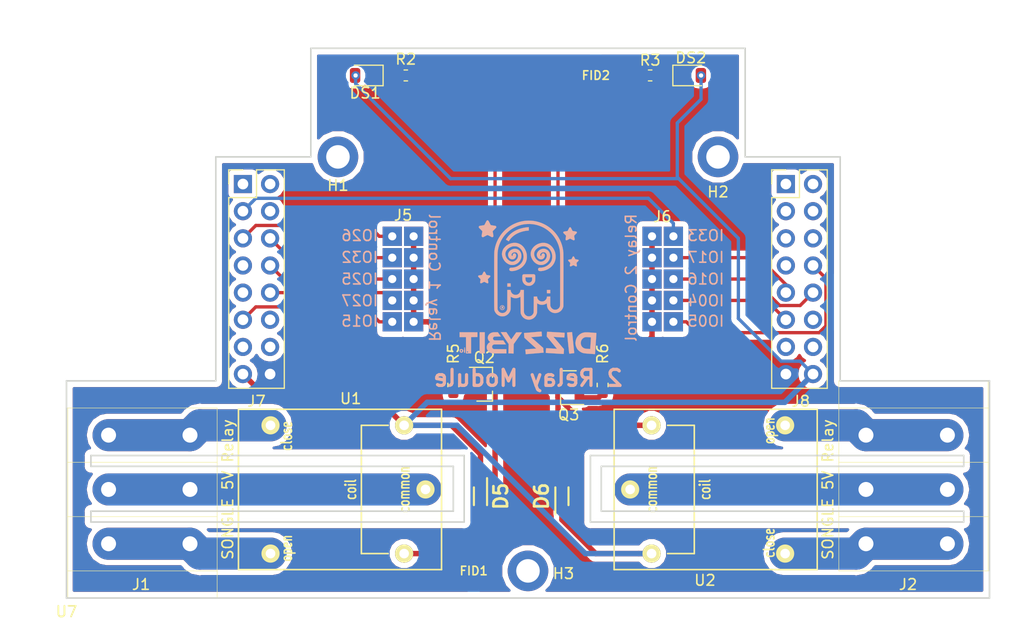
<source format=kicad_pcb>
(kicad_pcb (version 20171130) (host pcbnew "(5.1.0)-1")

  (general
    (thickness 1.6)
    (drawings 41)
    (tracks 129)
    (zones 0)
    (modules 26)
    (nets 27)
  )

  (page A4)
  (layers
    (0 F.Cu signal)
    (31 B.Cu signal)
    (32 B.Adhes user)
    (33 F.Adhes user)
    (34 B.Paste user)
    (35 F.Paste user)
    (36 B.SilkS user)
    (37 F.SilkS user)
    (38 B.Mask user)
    (39 F.Mask user)
    (40 Dwgs.User user)
    (41 Cmts.User user)
    (42 Eco1.User user)
    (43 Eco2.User user)
    (44 Edge.Cuts user)
    (45 Margin user)
    (46 B.CrtYd user)
    (47 F.CrtYd user)
    (48 B.Fab user hide)
    (49 F.Fab user)
  )

  (setup
    (last_trace_width 0.25)
    (user_trace_width 0.254)
    (user_trace_width 0.31)
    (user_trace_width 0.508)
    (user_trace_width 1)
    (user_trace_width 2)
    (user_trace_width 3)
    (user_trace_width 4)
    (trace_clearance 0.2)
    (zone_clearance 0.508)
    (zone_45_only no)
    (trace_min 0.2)
    (via_size 0.8)
    (via_drill 0.4)
    (via_min_size 0.4)
    (via_min_drill 0.3)
    (user_via 0.8 0.4)
    (user_via 2 1)
    (uvia_size 0.3)
    (uvia_drill 0.1)
    (uvias_allowed no)
    (uvia_min_size 0.2)
    (uvia_min_drill 0.1)
    (edge_width 0.15)
    (segment_width 0.2)
    (pcb_text_width 0.3)
    (pcb_text_size 1.5 1.5)
    (mod_edge_width 0.15)
    (mod_text_size 1 1)
    (mod_text_width 0.15)
    (pad_size 0.9 1.5)
    (pad_drill 0)
    (pad_to_mask_clearance 0.051)
    (solder_mask_min_width 0.25)
    (aux_axis_origin 0 0)
    (visible_elements 7FFFFFFF)
    (pcbplotparams
      (layerselection 0x010fc_ffffffff)
      (usegerberextensions false)
      (usegerberattributes false)
      (usegerberadvancedattributes false)
      (creategerberjobfile false)
      (excludeedgelayer true)
      (linewidth 0.100000)
      (plotframeref false)
      (viasonmask false)
      (mode 1)
      (useauxorigin false)
      (hpglpennumber 1)
      (hpglpenspeed 20)
      (hpglpendiameter 15.000000)
      (psnegative false)
      (psa4output false)
      (plotreference true)
      (plotvalue true)
      (plotinvisibletext false)
      (padsonsilk false)
      (subtractmaskfromsilk false)
      (outputformat 1)
      (mirror false)
      (drillshape 1)
      (scaleselection 1)
      (outputdirectory ""))
  )

  (net 0 "")
  (net 1 GND)
  (net 2 IO32)
  (net 3 IO33)
  (net 4 IO25)
  (net 5 IO26)
  (net 6 IO27)
  (net 7 IO15)
  (net 8 IO4)
  (net 9 IO16)
  (net 10 IO17)
  (net 11 IO5)
  (net 12 "Net-(Q2-Pad1)")
  (net 13 "Net-(D6-Pad2)")
  (net 14 "Net-(D5-Pad2)")
  (net 15 "Net-(DS1-Pad1)")
  (net 16 "Net-(DS2-Pad1)")
  (net 17 "Net-(J2-Pad3)")
  (net 18 "Net-(J2-Pad2)")
  (net 19 "Net-(J2-Pad1)")
  (net 20 "Net-(Q3-Pad1)")
  (net 21 RELAY1_CTR)
  (net 22 RELAY2_CTR)
  (net 23 +3V3)
  (net 24 "Net-(J1-Pad1)")
  (net 25 "Net-(J1-Pad2)")
  (net 26 "Net-(J1-Pad3)")

  (net_class Default "This is the default net class."
    (clearance 0.2)
    (trace_width 0.25)
    (via_dia 0.8)
    (via_drill 0.4)
    (uvia_dia 0.3)
    (uvia_drill 0.1)
    (add_net +3V3)
    (add_net GND)
    (add_net IO15)
    (add_net IO16)
    (add_net IO17)
    (add_net IO25)
    (add_net IO26)
    (add_net IO27)
    (add_net IO32)
    (add_net IO33)
    (add_net IO4)
    (add_net IO5)
    (add_net "Net-(D5-Pad2)")
    (add_net "Net-(D6-Pad2)")
    (add_net "Net-(DS1-Pad1)")
    (add_net "Net-(DS2-Pad1)")
    (add_net "Net-(J1-Pad1)")
    (add_net "Net-(J1-Pad2)")
    (add_net "Net-(J1-Pad3)")
    (add_net "Net-(J2-Pad1)")
    (add_net "Net-(J2-Pad2)")
    (add_net "Net-(J2-Pad3)")
    (add_net "Net-(Q2-Pad1)")
    (add_net "Net-(Q3-Pad1)")
    (add_net RELAY1_CTR)
    (add_net RELAY2_CTR)
  )

  (module "DizzyBit:DizzyBit-Din Rail Module" (layer F.Cu) (tedit 5D91B71A) (tstamp 5D927080)
    (at 76.2 146.05)
    (path /5D8F1399)
    (fp_text reference U7 (at 0 1.27) (layer F.SilkS)
      (effects (font (size 1 1) (thickness 0.15)))
    )
    (fp_text value DizzyBIT-Layout (at 0 2.54) (layer F.Fab)
      (effects (font (size 1 1) (thickness 0.15)))
    )
    (fp_line (start 85.09 -20.32) (end 85.09 -20.955) (layer F.CrtYd) (width 0.05))
    (fp_line (start 74.93 -20.32) (end 74.93 -20.955) (layer F.CrtYd) (width 0.05))
    (fp_line (start 82.55 -20.32) (end 82.55 -20.955) (layer F.CrtYd) (width 0.05))
    (fp_line (start 77.47 -20.32) (end 77.47 -20.955) (layer F.CrtYd) (width 0.05))
    (fp_line (start 80.01 -20.32) (end 80.01 -20.955) (layer F.CrtYd) (width 0.05))
    (fp_line (start 1.27 -20.32) (end 1.27 -20.955) (layer F.CrtYd) (width 0.05))
    (fp_line (start 3.81 -20.32) (end 3.81 -20.955) (layer F.CrtYd) (width 0.05))
    (fp_line (start 11.43 -20.32) (end 11.43 -20.955) (layer F.CrtYd) (width 0.05))
    (fp_line (start 8.89 -20.32) (end 8.89 -20.955) (layer F.CrtYd) (width 0.05))
    (fp_line (start 6.35 -20.32) (end 6.35 -20.955) (layer F.CrtYd) (width 0.05))
    (fp_line (start 64.135 -48.895) (end 63.5 -48.895) (layer F.CrtYd) (width 0.05))
    (fp_line (start 22.86 -48.895) (end 22.225 -48.895) (layer F.CrtYd) (width 0.05))
    (fp_line (start 50.8 -51.435) (end 50.8 -52.07) (layer F.CrtYd) (width 0.05))
    (fp_line (start 48.26 -51.435) (end 48.26 -52.07) (layer F.CrtYd) (width 0.05))
    (fp_line (start 45.72 -51.435) (end 45.72 -52.07) (layer F.CrtYd) (width 0.05))
    (fp_line (start 58.42 -51.435) (end 58.42 -52.07) (layer F.CrtYd) (width 0.05))
    (fp_line (start 55.88 -51.435) (end 55.88 -52.07) (layer F.CrtYd) (width 0.05))
    (fp_line (start 53.34 -51.435) (end 53.34 -52.07) (layer F.CrtYd) (width 0.05))
    (fp_line (start 40.64 -51.435) (end 40.64 -52.07) (layer F.CrtYd) (width 0.05))
    (fp_line (start 38.1 -51.435) (end 38.1 -52.07) (layer F.CrtYd) (width 0.05))
    (fp_line (start 35.56 -51.435) (end 35.56 -52.07) (layer F.CrtYd) (width 0.05))
    (fp_line (start 33.02 -51.435) (end 33.02 -52.07) (layer F.CrtYd) (width 0.05))
    (fp_line (start 30.48 -51.435) (end 30.48 -52.07) (layer F.CrtYd) (width 0.05))
    (fp_line (start 27.94 -51.435) (end 27.94 -52.07) (layer F.CrtYd) (width 0.05))
    (fp_line (start 43.18 -55.88) (end 43.18 3.175) (layer F.Fab) (width 0.15))
    (fp_circle (center 67.31 -20.955) (end 67.81 -20.955) (layer F.Fab) (width 0.15))
    (fp_circle (center 69.85 -23.495) (end 70.35 -23.495) (layer F.Fab) (width 0.15))
    (fp_circle (center 67.31 -23.495) (end 67.81 -23.495) (layer F.Fab) (width 0.15))
    (fp_circle (center 69.85 -26.035) (end 70.35 -26.035) (layer F.Fab) (width 0.15))
    (fp_circle (center 69.85 -20.955) (end 70.35 -20.955) (layer F.Fab) (width 0.15))
    (fp_circle (center 69.85 -31.115) (end 70.35 -31.115) (layer F.Fab) (width 0.15))
    (fp_circle (center 69.85 -33.655) (end 70.35 -33.655) (layer F.Fab) (width 0.15))
    (fp_circle (center 69.85 -36.195) (end 70.35 -36.195) (layer F.Fab) (width 0.15))
    (fp_circle (center 67.31 -31.115) (end 67.81 -31.115) (layer F.Fab) (width 0.15))
    (fp_circle (center 67.31 -26.035) (end 67.81 -26.035) (layer F.Fab) (width 0.15))
    (fp_circle (center 69.85 -28.575) (end 70.35 -28.575) (layer F.Fab) (width 0.15))
    (fp_circle (center 67.31 -28.575) (end 67.81 -28.575) (layer F.Fab) (width 0.15))
    (fp_circle (center 67.31 -38.735) (end 67.81 -38.735) (layer F.Fab) (width 0.15))
    (fp_circle (center 67.31 -33.655) (end 67.81 -33.655) (layer F.Fab) (width 0.15))
    (fp_circle (center 67.31 -36.195) (end 67.81 -36.195) (layer F.Fab) (width 0.15))
    (fp_circle (center 19.05 -20.955) (end 19.55 -20.955) (layer F.Fab) (width 0.15))
    (fp_circle (center 16.51 -20.955) (end 17.01 -20.955) (layer F.Fab) (width 0.15))
    (fp_circle (center 19.05 -23.495) (end 19.55 -23.495) (layer F.Fab) (width 0.15))
    (fp_circle (center 16.51 -23.495) (end 17.01 -23.495) (layer F.Fab) (width 0.15))
    (fp_circle (center 19.05 -26.035) (end 19.55 -26.035) (layer F.Fab) (width 0.15))
    (fp_circle (center 16.51 -26.035) (end 17.01 -26.035) (layer F.Fab) (width 0.15))
    (fp_circle (center 19.05 -28.575) (end 19.55 -28.575) (layer F.Fab) (width 0.15))
    (fp_circle (center 16.51 -28.575) (end 17.01 -28.575) (layer F.Fab) (width 0.15))
    (fp_circle (center 19.05 -31.115) (end 19.55 -31.115) (layer F.Fab) (width 0.15))
    (fp_circle (center 19.05 -33.655) (end 19.55 -33.655) (layer F.Fab) (width 0.15))
    (fp_circle (center 19.05 -36.195) (end 19.55 -36.195) (layer F.Fab) (width 0.15))
    (fp_circle (center 19.05 -38.735) (end 19.55 -38.735) (layer F.Fab) (width 0.15))
    (fp_circle (center 16.51 -31.115) (end 17.01 -31.115) (layer F.Fab) (width 0.15))
    (fp_circle (center 16.51 -36.195) (end 17.01 -36.195) (layer F.Fab) (width 0.15))
    (fp_circle (center 16.51 -33.655) (end 17.01 -33.655) (layer F.Fab) (width 0.15))
    (fp_circle (center 69.85 -38.735) (end 69.85 -38.235) (layer F.Fab) (width 0.15))
    (fp_line (start 72.39 -38.735) (end 69.85 -38.735) (layer F.Fab) (width 0.15))
    (fp_line (start 69.85 -41.275) (end 69.85 -38.735) (layer F.Fab) (width 0.15))
    (fp_circle (center 16.51 -38.735) (end 17.01 -38.735) (layer F.Fab) (width 0.15))
    (fp_line (start 16.51 -41.275) (end 16.51 -38.735) (layer F.Fab) (width 0.15))
    (fp_line (start 13.97 -38.735) (end 16.51 -38.735) (layer F.Fab) (width 0.15))
    (fp_circle (center 60.96 -41.275) (end 62.86 -41.275) (layer F.Fab) (width 0.15))
    (fp_circle (center 60.96 -41.275) (end 62.06 -41.275) (layer F.Fab) (width 0.15))
    (fp_circle (center 25.4 -41.275) (end 27.3 -41.275) (layer F.Fab) (width 0.15))
    (fp_circle (center 25.4 -41.275) (end 26.5 -41.275) (layer F.Fab) (width 0.15))
    (fp_line (start 60.96 -41.275) (end 63.5 -41.275) (layer F.Fab) (width 0.15))
    (fp_line (start 22.86 -41.275) (end 25.4 -41.275) (layer F.Fab) (width 0.15))
    (fp_line (start 60.96 -55.88) (end 60.96 3.175) (layer F.Fab) (width 0.15))
    (fp_line (start 43.18 -2.54) (end 89.535 -2.54) (layer F.Fab) (width 0.15))
    (fp_circle (center 43.18 -2.54) (end 45.08 -2.54) (layer F.Fab) (width 0.15))
    (fp_circle (center 43.18 -2.54) (end 44.28 -2.54) (layer F.Fab) (width 0.15))
    (fp_line (start 25.4 -55.88) (end 25.4 3.175) (layer F.Fab) (width 0.15))
    (fp_line (start -2.54 -2.54) (end 43.18 -2.54) (layer F.Fab) (width 0.15))
    (fp_line (start 63.5 -51.435) (end 22.86 -51.435) (layer F.Fab) (width 0.15))
    (fp_line (start 63.5 -41.275) (end 63.5 -51.435) (layer F.Fab) (width 0.15))
    (fp_line (start 22.86 -41.275) (end 22.86 -51.435) (layer F.Fab) (width 0.15))
    (fp_line (start 72.39 -41.275) (end 63.5 -41.275) (layer F.Fab) (width 0.15))
    (fp_line (start 13.97 -41.275) (end 22.86 -41.275) (layer F.Fab) (width 0.15))
    (fp_line (start 72.39 -20.32) (end 72.39 -41.275) (layer F.Fab) (width 0.15))
    (fp_line (start 13.97 -20.32) (end 13.97 -41.275) (layer F.Fab) (width 0.15))
    (fp_line (start 86.36 -20.32) (end 72.39 -20.32) (layer F.Fab) (width 0.15))
    (fp_line (start 86.36 0) (end 86.36 -20.32) (layer F.Fab) (width 0.15))
    (fp_line (start 0 -20.32) (end 13.97 -20.32) (layer F.Fab) (width 0.15))
    (fp_line (start 0 0) (end 0 -20.32) (layer F.Fab) (width 0.15))
    (fp_line (start 0 0) (end 86.36 0) (layer F.Fab) (width 0.15))
  )

  (module Resistor_SMD:R_0603_1608Metric (layer F.Cu) (tedit 5B301BBD) (tstamp 5D8D586E)
    (at 107.95 97.155 180)
    (descr "Resistor SMD 0603 (1608 Metric), square (rectangular) end terminal, IPC_7351 nominal, (Body size source: http://www.tortai-tech.com/upload/download/2011102023233369053.pdf), generated with kicad-footprint-generator")
    (tags resistor)
    (path /5C5C4494)
    (attr smd)
    (fp_text reference R2 (at 0 1.524 180) (layer F.SilkS)
      (effects (font (size 1 1) (thickness 0.15)))
    )
    (fp_text value R330 (at 0 1.43 180) (layer F.Fab)
      (effects (font (size 1 1) (thickness 0.15)))
    )
    (fp_line (start -0.8 0.4) (end -0.8 -0.4) (layer F.Fab) (width 0.1))
    (fp_line (start -0.8 -0.4) (end 0.8 -0.4) (layer F.Fab) (width 0.1))
    (fp_line (start 0.8 -0.4) (end 0.8 0.4) (layer F.Fab) (width 0.1))
    (fp_line (start 0.8 0.4) (end -0.8 0.4) (layer F.Fab) (width 0.1))
    (fp_line (start -0.162779 -0.51) (end 0.162779 -0.51) (layer F.SilkS) (width 0.12))
    (fp_line (start -0.162779 0.51) (end 0.162779 0.51) (layer F.SilkS) (width 0.12))
    (fp_line (start -1.48 0.73) (end -1.48 -0.73) (layer F.CrtYd) (width 0.05))
    (fp_line (start -1.48 -0.73) (end 1.48 -0.73) (layer F.CrtYd) (width 0.05))
    (fp_line (start 1.48 -0.73) (end 1.48 0.73) (layer F.CrtYd) (width 0.05))
    (fp_line (start 1.48 0.73) (end -1.48 0.73) (layer F.CrtYd) (width 0.05))
    (fp_text user %R (at 0 0 180) (layer F.Fab)
      (effects (font (size 0.4 0.4) (thickness 0.06)))
    )
    (pad 1 smd roundrect (at -0.7875 0 180) (size 0.875 0.95) (layers F.Cu F.Paste F.Mask) (roundrect_rratio 0.25)
      (net 14 "Net-(D5-Pad2)"))
    (pad 2 smd roundrect (at 0.7875 0 180) (size 0.875 0.95) (layers F.Cu F.Paste F.Mask) (roundrect_rratio 0.25)
      (net 15 "Net-(DS1-Pad1)"))
    (model ${KISYS3DMOD}/Resistor_SMD.3dshapes/R_0603_1608Metric.wrl
      (at (xyz 0 0 0))
      (scale (xyz 1 1 1))
      (rotate (xyz 0 0 0))
    )
  )

  (module fab:FIDUCIAL-1.5mm (layer F.Cu) (tedit 56CF50F6) (tstamp 5D9215B9)
    (at 114.3 143.51)
    (path /5D240B4A)
    (attr virtual)
    (fp_text reference FID1 (at 0 0) (layer F.SilkS)
      (effects (font (size 0.8 0.8) (thickness 0.15)))
    )
    (fp_text value FIDUCIAL-1.5mm (at 0 0) (layer F.Fab)
      (effects (font (size 0.8 0.8) (thickness 0.15)))
    )
    (pad 1 smd circle (at 0 0) (size 1.5 1.5) (layers F.Cu F.Mask)
      (solder_mask_margin 1) (clearance 1.05))
  )

  (module fab:FIDUCIAL-1.5mm (layer F.Cu) (tedit 56CF50F6) (tstamp 5D8DCDEB)
    (at 125.73 97.155)
    (path /5D240BD6)
    (attr virtual)
    (fp_text reference FID2 (at 0 0) (layer F.SilkS)
      (effects (font (size 0.8 0.8) (thickness 0.15)))
    )
    (fp_text value FIDUCIAL-1.5mm (at 0 0) (layer F.Fab)
      (effects (font (size 0.8 0.8) (thickness 0.15)))
    )
    (pad 1 smd circle (at 0 0) (size 1.5 1.5) (layers F.Cu F.Mask)
      (solder_mask_margin 1) (clearance 1.05))
  )

  (module MountingHole:MountingHole_2.2mm_M2_DIN965_Pad (layer F.Cu) (tedit 56D1B4CB) (tstamp 5D8DCDF3)
    (at 101.6 104.775)
    (descr "Mounting Hole 2.2mm, M2, DIN965")
    (tags "mounting hole 2.2mm m2 din965")
    (path /5C902F86)
    (attr virtual)
    (fp_text reference H1 (at 0 2.667) (layer F.SilkS)
      (effects (font (size 1 1) (thickness 0.15)))
    )
    (fp_text value MountingHole (at 0 2.9) (layer F.Fab)
      (effects (font (size 1 1) (thickness 0.15)))
    )
    (fp_circle (center 0 0) (end 2.15 0) (layer F.CrtYd) (width 0.05))
    (fp_circle (center 0 0) (end 1.9 0) (layer Cmts.User) (width 0.15))
    (fp_text user %R (at 0.3 0) (layer F.Fab)
      (effects (font (size 1 1) (thickness 0.15)))
    )
    (pad 1 thru_hole circle (at 0 0) (size 3.8 3.8) (drill 2.2) (layers *.Cu *.Mask))
  )

  (module MountingHole:MountingHole_2.2mm_M2_DIN965_Pad (layer F.Cu) (tedit 56D1B4CB) (tstamp 5D8DCDFB)
    (at 137.16 104.775)
    (descr "Mounting Hole 2.2mm, M2, DIN965")
    (tags "mounting hole 2.2mm m2 din965")
    (path /5C902FE8)
    (attr virtual)
    (fp_text reference H2 (at 0 3.280999) (layer F.SilkS)
      (effects (font (size 1 1) (thickness 0.15)))
    )
    (fp_text value MountingHole (at 0 2.9) (layer F.Fab)
      (effects (font (size 1 1) (thickness 0.15)))
    )
    (fp_text user %R (at 0.3 0) (layer F.Fab)
      (effects (font (size 1 1) (thickness 0.15)))
    )
    (fp_circle (center 0 0) (end 1.9 0) (layer Cmts.User) (width 0.15))
    (fp_circle (center 0 0) (end 2.15 0) (layer F.CrtYd) (width 0.05))
    (pad 1 thru_hole circle (at 0 0) (size 3.8 3.8) (drill 2.2) (layers *.Cu *.Mask))
  )

  (module MountingHole:MountingHole_2.2mm_M2_DIN965_Pad (layer F.Cu) (tedit 56D1B4CB) (tstamp 5D8DCE03)
    (at 119.38 143.51)
    (descr "Mounting Hole 2.2mm, M2, DIN965")
    (tags "mounting hole 2.2mm m2 din965")
    (path /5C90304E)
    (attr virtual)
    (fp_text reference H3 (at 3.323001 0.254) (layer F.SilkS)
      (effects (font (size 1 1) (thickness 0.15)))
    )
    (fp_text value MountingHole (at 0 2.9) (layer F.Fab)
      (effects (font (size 1 1) (thickness 0.15)))
    )
    (fp_circle (center 0 0) (end 2.15 0) (layer F.CrtYd) (width 0.05))
    (fp_circle (center 0 0) (end 1.9 0) (layer Cmts.User) (width 0.15))
    (fp_text user %R (at 0.3 0) (layer F.Fab)
      (effects (font (size 1 1) (thickness 0.15)))
    )
    (pad 1 thru_hole circle (at 0 0) (size 3.8 3.8) (drill 2.2) (layers *.Cu *.Mask))
  )

  (module Resistor_SMD:R_0603_1608Metric (layer F.Cu) (tedit 5B301BBD) (tstamp 5D8DCEB9)
    (at 130.81 97.155)
    (descr "Resistor SMD 0603 (1608 Metric), square (rectangular) end terminal, IPC_7351 nominal, (Body size source: http://www.tortai-tech.com/upload/download/2011102023233369053.pdf), generated with kicad-footprint-generator")
    (tags resistor)
    (path /5D9507D3)
    (attr smd)
    (fp_text reference R3 (at 0 -1.43) (layer F.SilkS)
      (effects (font (size 1 1) (thickness 0.15)))
    )
    (fp_text value R330 (at 0 1.43) (layer F.Fab)
      (effects (font (size 1 1) (thickness 0.15)))
    )
    (fp_text user %R (at 0 0) (layer F.Fab)
      (effects (font (size 0.4 0.4) (thickness 0.06)))
    )
    (fp_line (start 1.48 0.73) (end -1.48 0.73) (layer F.CrtYd) (width 0.05))
    (fp_line (start 1.48 -0.73) (end 1.48 0.73) (layer F.CrtYd) (width 0.05))
    (fp_line (start -1.48 -0.73) (end 1.48 -0.73) (layer F.CrtYd) (width 0.05))
    (fp_line (start -1.48 0.73) (end -1.48 -0.73) (layer F.CrtYd) (width 0.05))
    (fp_line (start -0.162779 0.51) (end 0.162779 0.51) (layer F.SilkS) (width 0.12))
    (fp_line (start -0.162779 -0.51) (end 0.162779 -0.51) (layer F.SilkS) (width 0.12))
    (fp_line (start 0.8 0.4) (end -0.8 0.4) (layer F.Fab) (width 0.1))
    (fp_line (start 0.8 -0.4) (end 0.8 0.4) (layer F.Fab) (width 0.1))
    (fp_line (start -0.8 -0.4) (end 0.8 -0.4) (layer F.Fab) (width 0.1))
    (fp_line (start -0.8 0.4) (end -0.8 -0.4) (layer F.Fab) (width 0.1))
    (pad 2 smd roundrect (at 0.7875 0) (size 0.875 0.95) (layers F.Cu F.Paste F.Mask) (roundrect_rratio 0.25)
      (net 16 "Net-(DS2-Pad1)"))
    (pad 1 smd roundrect (at -0.7875 0) (size 0.875 0.95) (layers F.Cu F.Paste F.Mask) (roundrect_rratio 0.25)
      (net 13 "Net-(D6-Pad2)"))
    (model ${KISYS3DMOD}/Resistor_SMD.3dshapes/R_0603_1608Metric.wrl
      (at (xyz 0 0 0))
      (scale (xyz 1 1 1))
      (rotate (xyz 0 0 0))
    )
  )

  (module Resistor_SMD:R_0603_1608Metric (layer F.Cu) (tedit 5B301BBD) (tstamp 5D8DCEEC)
    (at 126.365 126.1155 270)
    (descr "Resistor SMD 0603 (1608 Metric), square (rectangular) end terminal, IPC_7351 nominal, (Body size source: http://www.tortai-tech.com/upload/download/2011102023233369053.pdf), generated with kicad-footprint-generator")
    (tags resistor)
    (path /5D9507F7)
    (attr smd)
    (fp_text reference R6 (at -2.9255 0 270) (layer F.SilkS)
      (effects (font (size 1 1) (thickness 0.15)))
    )
    (fp_text value R330 (at 0 1.43 270) (layer F.Fab)
      (effects (font (size 1 1) (thickness 0.15)))
    )
    (fp_line (start -0.8 0.4) (end -0.8 -0.4) (layer F.Fab) (width 0.1))
    (fp_line (start -0.8 -0.4) (end 0.8 -0.4) (layer F.Fab) (width 0.1))
    (fp_line (start 0.8 -0.4) (end 0.8 0.4) (layer F.Fab) (width 0.1))
    (fp_line (start 0.8 0.4) (end -0.8 0.4) (layer F.Fab) (width 0.1))
    (fp_line (start -0.162779 -0.51) (end 0.162779 -0.51) (layer F.SilkS) (width 0.12))
    (fp_line (start -0.162779 0.51) (end 0.162779 0.51) (layer F.SilkS) (width 0.12))
    (fp_line (start -1.48 0.73) (end -1.48 -0.73) (layer F.CrtYd) (width 0.05))
    (fp_line (start -1.48 -0.73) (end 1.48 -0.73) (layer F.CrtYd) (width 0.05))
    (fp_line (start 1.48 -0.73) (end 1.48 0.73) (layer F.CrtYd) (width 0.05))
    (fp_line (start 1.48 0.73) (end -1.48 0.73) (layer F.CrtYd) (width 0.05))
    (fp_text user %R (at 0 0 270) (layer F.Fab)
      (effects (font (size 0.4 0.4) (thickness 0.06)))
    )
    (pad 1 smd roundrect (at -0.7875 0 270) (size 0.875 0.95) (layers F.Cu F.Paste F.Mask) (roundrect_rratio 0.25)
      (net 22 RELAY2_CTR))
    (pad 2 smd roundrect (at 0.7875 0 270) (size 0.875 0.95) (layers F.Cu F.Paste F.Mask) (roundrect_rratio 0.25)
      (net 20 "Net-(Q3-Pad1)"))
    (model ${KISYS3DMOD}/Resistor_SMD.3dshapes/R_0603_1608Metric.wrl
      (at (xyz 0 0 0))
      (scale (xyz 1 1 1))
      (rotate (xyz 0 0 0))
    )
  )

  (module Package_TO_SOT_SMD:SOT-23 (layer F.Cu) (tedit 5A02FF57) (tstamp 5D8DCE6B)
    (at 123.19 126.365 180)
    (descr "SOT-23, Standard")
    (tags SOT-23)
    (path /5D9507C1)
    (attr smd)
    (fp_text reference Q3 (at 0 -2.54 180) (layer F.SilkS)
      (effects (font (size 1 1) (thickness 0.15)))
    )
    (fp_text value BC817 (at 0 2.5 180) (layer F.Fab)
      (effects (font (size 1 1) (thickness 0.15)))
    )
    (fp_text user %R (at 0 0 270) (layer F.Fab)
      (effects (font (size 0.5 0.5) (thickness 0.075)))
    )
    (fp_line (start -0.7 -0.95) (end -0.7 1.5) (layer F.Fab) (width 0.1))
    (fp_line (start -0.15 -1.52) (end 0.7 -1.52) (layer F.Fab) (width 0.1))
    (fp_line (start -0.7 -0.95) (end -0.15 -1.52) (layer F.Fab) (width 0.1))
    (fp_line (start 0.7 -1.52) (end 0.7 1.52) (layer F.Fab) (width 0.1))
    (fp_line (start -0.7 1.52) (end 0.7 1.52) (layer F.Fab) (width 0.1))
    (fp_line (start 0.76 1.58) (end 0.76 0.65) (layer F.SilkS) (width 0.12))
    (fp_line (start 0.76 -1.58) (end 0.76 -0.65) (layer F.SilkS) (width 0.12))
    (fp_line (start -1.7 -1.75) (end 1.7 -1.75) (layer F.CrtYd) (width 0.05))
    (fp_line (start 1.7 -1.75) (end 1.7 1.75) (layer F.CrtYd) (width 0.05))
    (fp_line (start 1.7 1.75) (end -1.7 1.75) (layer F.CrtYd) (width 0.05))
    (fp_line (start -1.7 1.75) (end -1.7 -1.75) (layer F.CrtYd) (width 0.05))
    (fp_line (start 0.76 -1.58) (end -1.4 -1.58) (layer F.SilkS) (width 0.12))
    (fp_line (start 0.76 1.58) (end -0.7 1.58) (layer F.SilkS) (width 0.12))
    (pad 1 smd rect (at -1 -0.95 180) (size 0.9 0.8) (layers F.Cu F.Paste F.Mask)
      (net 20 "Net-(Q3-Pad1)"))
    (pad 2 smd rect (at -1 0.95 180) (size 0.9 0.8) (layers F.Cu F.Paste F.Mask)
      (net 1 GND))
    (pad 3 smd rect (at 1 0 180) (size 0.9 0.8) (layers F.Cu F.Paste F.Mask)
      (net 13 "Net-(D6-Pad2)"))
    (model ${KISYS3DMOD}/Package_TO_SOT_SMD.3dshapes/SOT-23.wrl
      (at (xyz 0 0 0))
      (scale (xyz 1 1 1))
      (rotate (xyz 0 0 0))
    )
  )

  (module SamacSys_Parts:SOD2512X113N (layer F.Cu) (tedit 5C5AC824) (tstamp 5D8E40B6)
    (at 114.935 136.525 270)
    (descr SOD-323_1)
    (tags Diode)
    (path /5C5C267F)
    (attr smd)
    (fp_text reference D5 (at 0 -1.905 270) (layer F.SilkS)
      (effects (font (size 1.27 1.27) (thickness 0.254)))
    )
    (fp_text value BAT20JFILM (at 0 0 270) (layer F.SilkS) hide
      (effects (font (size 1.27 1.27) (thickness 0.254)))
    )
    (fp_line (start -1.975 -1.15) (end 1.975 -1.15) (layer Dwgs.User) (width 0.05))
    (fp_line (start 1.975 -1.15) (end 1.975 1.15) (layer Dwgs.User) (width 0.05))
    (fp_line (start 1.975 1.15) (end -1.975 1.15) (layer Dwgs.User) (width 0.05))
    (fp_line (start -1.975 1.15) (end -1.975 -1.15) (layer Dwgs.User) (width 0.05))
    (fp_line (start -0.83 -0.615) (end 0.83 -0.615) (layer Dwgs.User) (width 0.1))
    (fp_line (start 0.83 -0.615) (end 0.83 0.615) (layer Dwgs.User) (width 0.1))
    (fp_line (start 0.83 0.615) (end -0.83 0.615) (layer Dwgs.User) (width 0.1))
    (fp_line (start -0.83 0.615) (end -0.83 -0.615) (layer Dwgs.User) (width 0.1))
    (fp_line (start -0.83 -0.06) (end -0.275 -0.615) (layer Dwgs.User) (width 0.1))
    (fp_line (start -1.695 -0.615) (end 0.83 -0.615) (layer F.SilkS) (width 0.2))
    (fp_line (start -0.83 0.615) (end 0.83 0.615) (layer F.SilkS) (width 0.2))
    (pad 1 smd rect (at -1.14 0) (size 0.55 1.11) (layers F.Cu F.Paste F.Mask)
      (net 23 +3V3))
    (pad 2 smd rect (at 1.14 0) (size 0.55 1.11) (layers F.Cu F.Paste F.Mask)
      (net 14 "Net-(D5-Pad2)"))
  )

  (module SamacSys_Parts:SOD2512X113N (layer F.Cu) (tedit 5C5AC824) (tstamp 5D8E40C6)
    (at 122.555 136.525 90)
    (descr SOD-323_1)
    (tags Diode)
    (path /5D9507AD)
    (attr smd)
    (fp_text reference D6 (at 0 -1.905 90) (layer F.SilkS)
      (effects (font (size 1.27 1.27) (thickness 0.254)))
    )
    (fp_text value BAT20JFILM (at 0 0 90) (layer F.SilkS) hide
      (effects (font (size 1.27 1.27) (thickness 0.254)))
    )
    (fp_line (start -0.83 0.615) (end 0.83 0.615) (layer F.SilkS) (width 0.2))
    (fp_line (start -1.695 -0.615) (end 0.83 -0.615) (layer F.SilkS) (width 0.2))
    (fp_line (start -0.83 -0.06) (end -0.275 -0.615) (layer Dwgs.User) (width 0.1))
    (fp_line (start -0.83 0.615) (end -0.83 -0.615) (layer Dwgs.User) (width 0.1))
    (fp_line (start 0.83 0.615) (end -0.83 0.615) (layer Dwgs.User) (width 0.1))
    (fp_line (start 0.83 -0.615) (end 0.83 0.615) (layer Dwgs.User) (width 0.1))
    (fp_line (start -0.83 -0.615) (end 0.83 -0.615) (layer Dwgs.User) (width 0.1))
    (fp_line (start -1.975 1.15) (end -1.975 -1.15) (layer Dwgs.User) (width 0.05))
    (fp_line (start 1.975 1.15) (end -1.975 1.15) (layer Dwgs.User) (width 0.05))
    (fp_line (start 1.975 -1.15) (end 1.975 1.15) (layer Dwgs.User) (width 0.05))
    (fp_line (start -1.975 -1.15) (end 1.975 -1.15) (layer Dwgs.User) (width 0.05))
    (pad 2 smd rect (at 1.14 0 180) (size 0.55 1.11) (layers F.Cu F.Paste F.Mask)
      (net 13 "Net-(D6-Pad2)"))
    (pad 1 smd rect (at -1.14 0 180) (size 0.55 1.11) (layers F.Cu F.Paste F.Mask)
      (net 23 +3V3))
  )

  (module LED_SMD:LED_0805_2012Metric (layer F.Cu) (tedit 5B36C52C) (tstamp 5D8E410E)
    (at 104.14 97.155 180)
    (descr "LED SMD 0805 (2012 Metric), square (rectangular) end terminal, IPC_7351 nominal, (Body size source: https://docs.google.com/spreadsheets/d/1BsfQQcO9C6DZCsRaXUlFlo91Tg2WpOkGARC1WS5S8t0/edit?usp=sharing), generated with kicad-footprint-generator")
    (tags diode)
    (path /5C5C49D7)
    (attr smd)
    (fp_text reference DS1 (at 0 -1.65 180) (layer F.SilkS)
      (effects (font (size 1 1) (thickness 0.15)))
    )
    (fp_text value LED-BLUE (at 0 1.65 180) (layer F.Fab)
      (effects (font (size 1 1) (thickness 0.15)))
    )
    (fp_text user %R (at 0 0 180) (layer F.Fab)
      (effects (font (size 0.5 0.5) (thickness 0.08)))
    )
    (fp_line (start 1.68 0.95) (end -1.68 0.95) (layer F.CrtYd) (width 0.05))
    (fp_line (start 1.68 -0.95) (end 1.68 0.95) (layer F.CrtYd) (width 0.05))
    (fp_line (start -1.68 -0.95) (end 1.68 -0.95) (layer F.CrtYd) (width 0.05))
    (fp_line (start -1.68 0.95) (end -1.68 -0.95) (layer F.CrtYd) (width 0.05))
    (fp_line (start -1.685 0.96) (end 1 0.96) (layer F.SilkS) (width 0.12))
    (fp_line (start -1.685 -0.96) (end -1.685 0.96) (layer F.SilkS) (width 0.12))
    (fp_line (start 1 -0.96) (end -1.685 -0.96) (layer F.SilkS) (width 0.12))
    (fp_line (start 1 0.6) (end 1 -0.6) (layer F.Fab) (width 0.1))
    (fp_line (start -1 0.6) (end 1 0.6) (layer F.Fab) (width 0.1))
    (fp_line (start -1 -0.3) (end -1 0.6) (layer F.Fab) (width 0.1))
    (fp_line (start -0.7 -0.6) (end -1 -0.3) (layer F.Fab) (width 0.1))
    (fp_line (start 1 -0.6) (end -0.7 -0.6) (layer F.Fab) (width 0.1))
    (pad 2 smd roundrect (at 0.9375 0 180) (size 0.975 1.4) (layers F.Cu F.Paste F.Mask) (roundrect_rratio 0.25)
      (net 23 +3V3))
    (pad 1 smd roundrect (at -0.9375 0 180) (size 0.975 1.4) (layers F.Cu F.Paste F.Mask) (roundrect_rratio 0.25)
      (net 15 "Net-(DS1-Pad1)"))
    (model ${KISYS3DMOD}/LED_SMD.3dshapes/LED_0805_2012Metric.wrl
      (at (xyz 0 0 0))
      (scale (xyz 1 1 1))
      (rotate (xyz 0 0 0))
    )
  )

  (module LED_SMD:LED_0805_2012Metric (layer F.Cu) (tedit 5B36C52C) (tstamp 5D8E4121)
    (at 134.62 97.155)
    (descr "LED SMD 0805 (2012 Metric), square (rectangular) end terminal, IPC_7351 nominal, (Body size source: https://docs.google.com/spreadsheets/d/1BsfQQcO9C6DZCsRaXUlFlo91Tg2WpOkGARC1WS5S8t0/edit?usp=sharing), generated with kicad-footprint-generator")
    (tags diode)
    (path /5D9507DE)
    (attr smd)
    (fp_text reference DS2 (at 0 -1.65) (layer F.SilkS)
      (effects (font (size 1 1) (thickness 0.15)))
    )
    (fp_text value LED-BLUE (at 0 1.65) (layer F.Fab)
      (effects (font (size 1 1) (thickness 0.15)))
    )
    (fp_line (start 1 -0.6) (end -0.7 -0.6) (layer F.Fab) (width 0.1))
    (fp_line (start -0.7 -0.6) (end -1 -0.3) (layer F.Fab) (width 0.1))
    (fp_line (start -1 -0.3) (end -1 0.6) (layer F.Fab) (width 0.1))
    (fp_line (start -1 0.6) (end 1 0.6) (layer F.Fab) (width 0.1))
    (fp_line (start 1 0.6) (end 1 -0.6) (layer F.Fab) (width 0.1))
    (fp_line (start 1 -0.96) (end -1.685 -0.96) (layer F.SilkS) (width 0.12))
    (fp_line (start -1.685 -0.96) (end -1.685 0.96) (layer F.SilkS) (width 0.12))
    (fp_line (start -1.685 0.96) (end 1 0.96) (layer F.SilkS) (width 0.12))
    (fp_line (start -1.68 0.95) (end -1.68 -0.95) (layer F.CrtYd) (width 0.05))
    (fp_line (start -1.68 -0.95) (end 1.68 -0.95) (layer F.CrtYd) (width 0.05))
    (fp_line (start 1.68 -0.95) (end 1.68 0.95) (layer F.CrtYd) (width 0.05))
    (fp_line (start 1.68 0.95) (end -1.68 0.95) (layer F.CrtYd) (width 0.05))
    (fp_text user %R (at 0 0) (layer F.Fab)
      (effects (font (size 0.5 0.5) (thickness 0.08)))
    )
    (pad 1 smd roundrect (at -0.9375 0) (size 0.975 1.4) (layers F.Cu F.Paste F.Mask) (roundrect_rratio 0.25)
      (net 16 "Net-(DS2-Pad1)"))
    (pad 2 smd roundrect (at 0.9375 0) (size 0.975 1.4) (layers F.Cu F.Paste F.Mask) (roundrect_rratio 0.25)
      (net 23 +3V3))
    (model ${KISYS3DMOD}/LED_SMD.3dshapes/LED_0805_2012Metric.wrl
      (at (xyz 0 0 0))
      (scale (xyz 1 1 1))
      (rotate (xyz 0 0 0))
    )
  )

  (module Connector_PinHeader_2.54mm:PinHeader_2x08_P2.54mm_Vertical (layer F.Cu) (tedit 59FED5CC) (tstamp 5D8E4179)
    (at 92.71 107.315)
    (descr "Through hole straight pin header, 2x08, 2.54mm pitch, double rows")
    (tags "Through hole pin header THT 2x08 2.54mm double row")
    (path /5D8B59AB)
    (fp_text reference J7 (at 1.27 20.32) (layer F.SilkS)
      (effects (font (size 1 1) (thickness 0.15)))
    )
    (fp_text value Conn_02x08_Odd_Even (at 1.27 20.11) (layer F.Fab)
      (effects (font (size 1 1) (thickness 0.15)))
    )
    (fp_line (start 0 -1.27) (end 3.81 -1.27) (layer F.Fab) (width 0.1))
    (fp_line (start 3.81 -1.27) (end 3.81 19.05) (layer F.Fab) (width 0.1))
    (fp_line (start 3.81 19.05) (end -1.27 19.05) (layer F.Fab) (width 0.1))
    (fp_line (start -1.27 19.05) (end -1.27 0) (layer F.Fab) (width 0.1))
    (fp_line (start -1.27 0) (end 0 -1.27) (layer F.Fab) (width 0.1))
    (fp_line (start -1.33 19.11) (end 3.87 19.11) (layer F.SilkS) (width 0.12))
    (fp_line (start -1.33 1.27) (end -1.33 19.11) (layer F.SilkS) (width 0.12))
    (fp_line (start 3.87 -1.33) (end 3.87 19.11) (layer F.SilkS) (width 0.12))
    (fp_line (start -1.33 1.27) (end 1.27 1.27) (layer F.SilkS) (width 0.12))
    (fp_line (start 1.27 1.27) (end 1.27 -1.33) (layer F.SilkS) (width 0.12))
    (fp_line (start 1.27 -1.33) (end 3.87 -1.33) (layer F.SilkS) (width 0.12))
    (fp_line (start -1.33 0) (end -1.33 -1.33) (layer F.SilkS) (width 0.12))
    (fp_line (start -1.33 -1.33) (end 0 -1.33) (layer F.SilkS) (width 0.12))
    (fp_line (start -1.8 -1.8) (end -1.8 19.55) (layer F.CrtYd) (width 0.05))
    (fp_line (start -1.8 19.55) (end 4.35 19.55) (layer F.CrtYd) (width 0.05))
    (fp_line (start 4.35 19.55) (end 4.35 -1.8) (layer F.CrtYd) (width 0.05))
    (fp_line (start 4.35 -1.8) (end -1.8 -1.8) (layer F.CrtYd) (width 0.05))
    (fp_text user %R (at 1.27 8.89 90) (layer F.Fab)
      (effects (font (size 1 1) (thickness 0.15)))
    )
    (pad 1 thru_hole rect (at 0 0) (size 1.7 1.7) (drill 1) (layers *.Cu *.Mask))
    (pad 2 thru_hole oval (at 2.54 0) (size 1.7 1.7) (drill 1) (layers *.Cu *.Mask))
    (pad 3 thru_hole oval (at 0 2.54) (size 1.7 1.7) (drill 1) (layers *.Cu *.Mask)
      (net 3 IO33))
    (pad 4 thru_hole oval (at 2.54 2.54) (size 1.7 1.7) (drill 1) (layers *.Cu *.Mask))
    (pad 5 thru_hole oval (at 0 5.08) (size 1.7 1.7) (drill 1) (layers *.Cu *.Mask)
      (net 5 IO26))
    (pad 6 thru_hole oval (at 2.54 5.08) (size 1.7 1.7) (drill 1) (layers *.Cu *.Mask)
      (net 2 IO32))
    (pad 7 thru_hole oval (at 0 7.62) (size 1.7 1.7) (drill 1) (layers *.Cu *.Mask))
    (pad 8 thru_hole oval (at 2.54 7.62) (size 1.7 1.7) (drill 1) (layers *.Cu *.Mask)
      (net 4 IO25))
    (pad 9 thru_hole oval (at 0 10.16) (size 1.7 1.7) (drill 1) (layers *.Cu *.Mask))
    (pad 10 thru_hole oval (at 2.54 10.16) (size 1.7 1.7) (drill 1) (layers *.Cu *.Mask)
      (net 6 IO27))
    (pad 11 thru_hole oval (at 0 12.7) (size 1.7 1.7) (drill 1) (layers *.Cu *.Mask)
      (net 7 IO15))
    (pad 12 thru_hole oval (at 2.54 12.7) (size 1.7 1.7) (drill 1) (layers *.Cu *.Mask))
    (pad 13 thru_hole oval (at 0 15.24) (size 1.7 1.7) (drill 1) (layers *.Cu *.Mask))
    (pad 14 thru_hole oval (at 2.54 15.24) (size 1.7 1.7) (drill 1) (layers *.Cu *.Mask))
    (pad 15 thru_hole oval (at 0 17.78) (size 1.7 1.7) (drill 1) (layers *.Cu *.Mask)
      (net 23 +3V3))
    (pad 16 thru_hole oval (at 2.54 17.78) (size 1.7 1.7) (drill 1) (layers *.Cu *.Mask)
      (net 1 GND))
    (model ${KISYS3DMOD}/Connector_PinHeader_2.54mm.3dshapes/PinHeader_2x08_P2.54mm_Vertical.wrl
      (at (xyz 0 0 0))
      (scale (xyz 1 1 1))
      (rotate (xyz 0 0 0))
    )
  )

  (module Connector_PinHeader_2.54mm:PinHeader_2x08_P2.54mm_Vertical (layer F.Cu) (tedit 59FED5CC) (tstamp 5D8E419F)
    (at 143.51 107.315)
    (descr "Through hole straight pin header, 2x08, 2.54mm pitch, double rows")
    (tags "Through hole pin header THT 2x08 2.54mm double row")
    (path /5D8FF691)
    (fp_text reference J8 (at 1.397 20.32) (layer F.SilkS)
      (effects (font (size 1 1) (thickness 0.15)))
    )
    (fp_text value Conn_02x08_Odd_Even (at 1.27 20.11) (layer F.Fab)
      (effects (font (size 1 1) (thickness 0.15)))
    )
    (fp_text user %R (at 1.27 8.89 90) (layer F.Fab)
      (effects (font (size 1 1) (thickness 0.15)))
    )
    (fp_line (start 4.35 -1.8) (end -1.8 -1.8) (layer F.CrtYd) (width 0.05))
    (fp_line (start 4.35 19.55) (end 4.35 -1.8) (layer F.CrtYd) (width 0.05))
    (fp_line (start -1.8 19.55) (end 4.35 19.55) (layer F.CrtYd) (width 0.05))
    (fp_line (start -1.8 -1.8) (end -1.8 19.55) (layer F.CrtYd) (width 0.05))
    (fp_line (start -1.33 -1.33) (end 0 -1.33) (layer F.SilkS) (width 0.12))
    (fp_line (start -1.33 0) (end -1.33 -1.33) (layer F.SilkS) (width 0.12))
    (fp_line (start 1.27 -1.33) (end 3.87 -1.33) (layer F.SilkS) (width 0.12))
    (fp_line (start 1.27 1.27) (end 1.27 -1.33) (layer F.SilkS) (width 0.12))
    (fp_line (start -1.33 1.27) (end 1.27 1.27) (layer F.SilkS) (width 0.12))
    (fp_line (start 3.87 -1.33) (end 3.87 19.11) (layer F.SilkS) (width 0.12))
    (fp_line (start -1.33 1.27) (end -1.33 19.11) (layer F.SilkS) (width 0.12))
    (fp_line (start -1.33 19.11) (end 3.87 19.11) (layer F.SilkS) (width 0.12))
    (fp_line (start -1.27 0) (end 0 -1.27) (layer F.Fab) (width 0.1))
    (fp_line (start -1.27 19.05) (end -1.27 0) (layer F.Fab) (width 0.1))
    (fp_line (start 3.81 19.05) (end -1.27 19.05) (layer F.Fab) (width 0.1))
    (fp_line (start 3.81 -1.27) (end 3.81 19.05) (layer F.Fab) (width 0.1))
    (fp_line (start 0 -1.27) (end 3.81 -1.27) (layer F.Fab) (width 0.1))
    (pad 16 thru_hole oval (at 2.54 17.78) (size 1.7 1.7) (drill 1) (layers *.Cu *.Mask)
      (net 23 +3V3))
    (pad 15 thru_hole oval (at 0 17.78) (size 1.7 1.7) (drill 1) (layers *.Cu *.Mask)
      (net 1 GND))
    (pad 14 thru_hole oval (at 2.54 15.24) (size 1.7 1.7) (drill 1) (layers *.Cu *.Mask))
    (pad 13 thru_hole oval (at 0 15.24) (size 1.7 1.7) (drill 1) (layers *.Cu *.Mask))
    (pad 12 thru_hole oval (at 2.54 12.7) (size 1.7 1.7) (drill 1) (layers *.Cu *.Mask))
    (pad 11 thru_hole oval (at 0 12.7) (size 1.7 1.7) (drill 1) (layers *.Cu *.Mask)
      (net 8 IO4))
    (pad 10 thru_hole oval (at 2.54 10.16) (size 1.7 1.7) (drill 1) (layers *.Cu *.Mask)
      (net 9 IO16))
    (pad 9 thru_hole oval (at 0 10.16) (size 1.7 1.7) (drill 1) (layers *.Cu *.Mask)
      (net 10 IO17))
    (pad 8 thru_hole oval (at 2.54 7.62) (size 1.7 1.7) (drill 1) (layers *.Cu *.Mask)
      (net 11 IO5))
    (pad 7 thru_hole oval (at 0 7.62) (size 1.7 1.7) (drill 1) (layers *.Cu *.Mask))
    (pad 6 thru_hole oval (at 2.54 5.08) (size 1.7 1.7) (drill 1) (layers *.Cu *.Mask))
    (pad 5 thru_hole oval (at 0 5.08) (size 1.7 1.7) (drill 1) (layers *.Cu *.Mask))
    (pad 4 thru_hole oval (at 2.54 2.54) (size 1.7 1.7) (drill 1) (layers *.Cu *.Mask))
    (pad 3 thru_hole oval (at 0 2.54) (size 1.7 1.7) (drill 1) (layers *.Cu *.Mask))
    (pad 2 thru_hole oval (at 2.54 0) (size 1.7 1.7) (drill 1) (layers *.Cu *.Mask))
    (pad 1 thru_hole rect (at 0 0) (size 1.7 1.7) (drill 1) (layers *.Cu *.Mask))
    (model ${KISYS3DMOD}/Connector_PinHeader_2.54mm.3dshapes/PinHeader_2x08_P2.54mm_Vertical.wrl
      (at (xyz 0 0 0))
      (scale (xyz 1 1 1))
      (rotate (xyz 0 0 0))
    )
  )

  (module Package_TO_SOT_SMD:SOT-23 (layer F.Cu) (tedit 5A02FF57) (tstamp 5D8E41B4)
    (at 115.3 126.045)
    (descr "SOT-23, Standard")
    (tags SOT-23)
    (path /5C5C3033)
    (attr smd)
    (fp_text reference Q2 (at 0 -2.5) (layer F.SilkS)
      (effects (font (size 1 1) (thickness 0.15)))
    )
    (fp_text value BC817 (at 0 2.5) (layer F.Fab)
      (effects (font (size 1 1) (thickness 0.15)))
    )
    (fp_text user %R (at 0 0 90) (layer F.Fab)
      (effects (font (size 0.5 0.5) (thickness 0.075)))
    )
    (fp_line (start -0.7 -0.95) (end -0.7 1.5) (layer F.Fab) (width 0.1))
    (fp_line (start -0.15 -1.52) (end 0.7 -1.52) (layer F.Fab) (width 0.1))
    (fp_line (start -0.7 -0.95) (end -0.15 -1.52) (layer F.Fab) (width 0.1))
    (fp_line (start 0.7 -1.52) (end 0.7 1.52) (layer F.Fab) (width 0.1))
    (fp_line (start -0.7 1.52) (end 0.7 1.52) (layer F.Fab) (width 0.1))
    (fp_line (start 0.76 1.58) (end 0.76 0.65) (layer F.SilkS) (width 0.12))
    (fp_line (start 0.76 -1.58) (end 0.76 -0.65) (layer F.SilkS) (width 0.12))
    (fp_line (start -1.7 -1.75) (end 1.7 -1.75) (layer F.CrtYd) (width 0.05))
    (fp_line (start 1.7 -1.75) (end 1.7 1.75) (layer F.CrtYd) (width 0.05))
    (fp_line (start 1.7 1.75) (end -1.7 1.75) (layer F.CrtYd) (width 0.05))
    (fp_line (start -1.7 1.75) (end -1.7 -1.75) (layer F.CrtYd) (width 0.05))
    (fp_line (start 0.76 -1.58) (end -1.4 -1.58) (layer F.SilkS) (width 0.12))
    (fp_line (start 0.76 1.58) (end -0.7 1.58) (layer F.SilkS) (width 0.12))
    (pad 1 smd rect (at -1 -0.95) (size 0.9 0.8) (layers F.Cu F.Paste F.Mask)
      (net 12 "Net-(Q2-Pad1)"))
    (pad 2 smd rect (at -1 0.95) (size 0.9 0.8) (layers F.Cu F.Paste F.Mask)
      (net 1 GND))
    (pad 3 smd rect (at 1 0) (size 0.9 0.8) (layers F.Cu F.Paste F.Mask)
      (net 14 "Net-(D5-Pad2)"))
    (model ${KISYS3DMOD}/Package_TO_SOT_SMD.3dshapes/SOT-23.wrl
      (at (xyz 0 0 0))
      (scale (xyz 1 1 1))
      (rotate (xyz 0 0 0))
    )
  )

  (module Resistor_SMD:R_0603_1608Metric (layer F.Cu) (tedit 5B301BBD) (tstamp 5D8E4200)
    (at 112.395 126.1155 270)
    (descr "Resistor SMD 0603 (1608 Metric), square (rectangular) end terminal, IPC_7351 nominal, (Body size source: http://www.tortai-tech.com/upload/download/2011102023233369053.pdf), generated with kicad-footprint-generator")
    (tags resistor)
    (path /5C5C7A77)
    (attr smd)
    (fp_text reference R5 (at -2.9255 0 270) (layer F.SilkS)
      (effects (font (size 1 1) (thickness 0.15)))
    )
    (fp_text value R330 (at 0 1.43 270) (layer F.Fab)
      (effects (font (size 1 1) (thickness 0.15)))
    )
    (fp_text user %R (at 0 0 270) (layer F.Fab)
      (effects (font (size 0.4 0.4) (thickness 0.06)))
    )
    (fp_line (start 1.48 0.73) (end -1.48 0.73) (layer F.CrtYd) (width 0.05))
    (fp_line (start 1.48 -0.73) (end 1.48 0.73) (layer F.CrtYd) (width 0.05))
    (fp_line (start -1.48 -0.73) (end 1.48 -0.73) (layer F.CrtYd) (width 0.05))
    (fp_line (start -1.48 0.73) (end -1.48 -0.73) (layer F.CrtYd) (width 0.05))
    (fp_line (start -0.162779 0.51) (end 0.162779 0.51) (layer F.SilkS) (width 0.12))
    (fp_line (start -0.162779 -0.51) (end 0.162779 -0.51) (layer F.SilkS) (width 0.12))
    (fp_line (start 0.8 0.4) (end -0.8 0.4) (layer F.Fab) (width 0.1))
    (fp_line (start 0.8 -0.4) (end 0.8 0.4) (layer F.Fab) (width 0.1))
    (fp_line (start -0.8 -0.4) (end 0.8 -0.4) (layer F.Fab) (width 0.1))
    (fp_line (start -0.8 0.4) (end -0.8 -0.4) (layer F.Fab) (width 0.1))
    (pad 2 smd roundrect (at 0.7875 0 270) (size 0.875 0.95) (layers F.Cu F.Paste F.Mask) (roundrect_rratio 0.25)
      (net 12 "Net-(Q2-Pad1)"))
    (pad 1 smd roundrect (at -0.7875 0 270) (size 0.875 0.95) (layers F.Cu F.Paste F.Mask) (roundrect_rratio 0.25)
      (net 21 RELAY1_CTR))
    (model ${KISYS3DMOD}/Resistor_SMD.3dshapes/R_0603_1608Metric.wrl
      (at (xyz 0 0 0))
      (scale (xyz 1 1 1))
      (rotate (xyz 0 0 0))
    )
  )

  (module Songle:SONGLE_5V_Relay (layer F.Cu) (tedit 5C2CA1A8) (tstamp 5D91BEA3)
    (at 136.44 136.39 180)
    (path /5D9507B5)
    (fp_text reference U2 (at 0.5 -8 180) (layer F.SilkS)
      (effects (font (size 1 1) (thickness 0.15)))
    )
    (fp_text value SONGLE_3V_relay (at 0 9.5 180) (layer F.Fab)
      (effects (font (size 1 1) (thickness 0.15)))
    )
    (fp_text user close (at -5.5 -4.5 270) (layer F.SilkS)
      (effects (font (size 1 0.7) (thickness 0.15)))
    )
    (fp_text user open (at -5.5 6 270) (layer F.SilkS)
      (effects (font (size 1 0.7) (thickness 0.15)))
    )
    (fp_text user common (at 5.500001 0.5 270) (layer F.SilkS)
      (effects (font (size 1 0.7) (thickness 0.15)))
    )
    (fp_text user coil (at 0.5 0.5 270) (layer F.SilkS)
      (effects (font (size 1 0.7) (thickness 0.15)))
    )
    (fp_line (start 4 -5.5) (end 1.5 -5.499999) (layer F.SilkS) (width 0.15))
    (fp_line (start 1.5 -5.499999) (end 1.5 6.5) (layer F.SilkS) (width 0.15))
    (fp_line (start 1.5 6.5) (end 4 6.5) (layer F.SilkS) (width 0.15))
    (fp_text user "SONGLE 5V Relay" (at -11 0.5 270) (layer F.SilkS)
      (effects (font (size 1 1) (thickness 0.15)))
    )
    (fp_line (start -10 -7) (end 9 -7) (layer F.SilkS) (width 0.15))
    (fp_line (start 9 -7) (end 9 8) (layer F.SilkS) (width 0.15))
    (fp_line (start 9 8) (end -10 8) (layer F.SilkS) (width 0.15))
    (fp_line (start -10 8) (end -10 -7) (layer F.SilkS) (width 0.15))
    (pad 4 thru_hole circle (at -7 -5.5 180) (size 1.7 1.7) (drill 0.9) (layers *.Cu *.Mask F.SilkS)
      (net 17 "Net-(J2-Pad3)"))
    (pad 5 thru_hole circle (at -7 6.500001 180) (size 1.7 1.7) (drill 0.9) (layers *.Cu *.Mask F.SilkS)
      (net 19 "Net-(J2-Pad1)"))
    (pad 2 thru_hole circle (at 5.5 6.5 180) (size 1.7 1.7) (drill 0.9) (layers *.Cu *.Mask F.SilkS)
      (net 13 "Net-(D6-Pad2)"))
    (pad 3 thru_hole circle (at 7.5 0.5 180) (size 1.7 1.7) (drill 0.9) (layers *.Cu *.Mask F.SilkS)
      (net 18 "Net-(J2-Pad2)"))
    (pad 1 thru_hole circle (at 5.5 -5.5 180) (size 1.7 1.7) (drill 0.9) (layers *.Cu *.Mask F.SilkS)
      (net 23 +3V3))
    (model ${KISYS3DMOD}/Songle.3dshapes/Songle_5V_relay.STEP
      (offset (xyz -2 -0.5 -20))
      (scale (xyz 1 1 1))
      (rotate (xyz 0 0 180))
    )
  )

  (module undo:DizzyBIT_silk_20 (layer B.Cu) (tedit 0) (tstamp 5D8E4359)
    (at 119.391672 116.967 180)
    (path /5C903A70)
    (fp_text reference U6 (at 0 0 180) (layer B.SilkS) hide
      (effects (font (size 1.524 1.524) (thickness 0.3)) (justify mirror))
    )
    (fp_text value DizzyBITLogo (at 0.75 0 180) (layer B.SilkS) hide
      (effects (font (size 1.524 1.524) (thickness 0.3)) (justify mirror))
    )
    (fp_poly (pts (xy -5.406996 -4.22394) (xy -5.333933 -4.226817) (xy -5.269197 -4.232587) (xy -5.210901 -4.241378)
      (xy -5.157156 -4.253315) (xy -5.106075 -4.268525) (xy -5.055772 -4.287134) (xy -5.004359 -4.309269)
      (xy -4.995659 -4.313258) (xy -4.88964 -4.371821) (xy -4.788217 -4.446225) (xy -4.695502 -4.532787)
      (xy -4.615607 -4.627819) (xy -4.5722 -4.692881) (xy -4.525554 -4.784268) (xy -4.486114 -4.88845)
      (xy -4.455562 -4.999242) (xy -4.435582 -5.110459) (xy -4.427859 -5.215915) (xy -4.427821 -5.223308)
      (xy -4.43633 -5.344109) (xy -4.46078 -5.46775) (xy -4.499548 -5.588928) (xy -4.551015 -5.702343)
      (xy -4.598279 -5.781046) (xy -4.650168 -5.846789) (xy -4.71607 -5.913945) (xy -4.791051 -5.978293)
      (xy -4.870177 -6.03561) (xy -4.948514 -6.081675) (xy -4.951167 -6.083025) (xy -4.997146 -6.105537)
      (xy -5.040772 -6.124912) (xy -5.084165 -6.141539) (xy -5.129447 -6.155807) (xy -5.178739 -6.168104)
      (xy -5.234162 -6.178818) (xy -5.297837 -6.188338) (xy -5.371885 -6.197052) (xy -5.458428 -6.205348)
      (xy -5.559587 -6.213614) (xy -5.677482 -6.22224) (xy -5.732296 -6.22605) (xy -5.82435 -6.23241)
      (xy -5.911798 -6.238516) (xy -5.992343 -6.244203) (xy -6.063688 -6.249306) (xy -6.123535 -6.253659)
      (xy -6.169586 -6.257099) (xy -6.199545 -6.259458) (xy -6.208637 -6.260267) (xy -6.255056 -6.264936)
      (xy -6.260472 -6.223461) (xy -6.262228 -6.205343) (xy -6.265106 -6.169835) (xy -6.268996 -6.118565)
      (xy -6.273788 -6.05316) (xy -6.279373 -5.975247) (xy -6.285642 -5.886453) (xy -6.292486 -5.788407)
      (xy -6.299795 -5.682735) (xy -6.307459 -5.571064) (xy -6.31537 -5.455022) (xy -6.323418 -5.336236)
      (xy -6.331494 -5.216333) (xy -6.339489 -5.096941) (xy -6.347292 -4.979687) (xy -6.354795 -4.866198)
      (xy -6.361888 -4.758102) (xy -6.365051 -4.709464) (xy -5.878704 -4.709464) (xy -5.877667 -4.737378)
      (xy -5.875529 -4.780674) (xy -5.872428 -4.837183) (xy -5.868502 -4.904738) (xy -5.86389 -4.981169)
      (xy -5.858729 -5.06431) (xy -5.853156 -5.151991) (xy -5.847309 -5.242043) (xy -5.841327 -5.3323)
      (xy -5.835348 -5.420592) (xy -5.829508 -5.504751) (xy -5.823946 -5.582609) (xy -5.818799 -5.651997)
      (xy -5.814206 -5.710747) (xy -5.814193 -5.710909) (xy -5.808317 -5.783413) (xy -5.743128 -5.777719)
      (xy -5.709505 -5.774975) (xy -5.661703 -5.771329) (xy -5.605263 -5.767192) (xy -5.545727 -5.762975)
      (xy -5.524747 -5.761526) (xy -5.441296 -5.754787) (xy -5.373707 -5.746711) (xy -5.31808 -5.736453)
      (xy -5.270516 -5.72317) (xy -5.227117 -5.706016) (xy -5.19504 -5.690149) (xy -5.115019 -5.636895)
      (xy -5.048467 -5.570313) (xy -4.996123 -5.492196) (xy -4.958727 -5.404341) (xy -4.93702 -5.308542)
      (xy -4.931741 -5.206594) (xy -4.943632 -5.100292) (xy -4.946307 -5.087048) (xy -4.975944 -4.991981)
      (xy -5.021714 -4.90546) (xy -5.08165 -4.829411) (xy -5.153784 -4.765758) (xy -5.236148 -4.716426)
      (xy -5.326777 -4.68334) (xy -5.367951 -4.674561) (xy -5.396317 -4.670714) (xy -5.427954 -4.668586)
      (xy -5.466118 -4.668221) (xy -5.514068 -4.669659) (xy -5.575062 -4.672946) (xy -5.652357 -4.678122)
      (xy -5.655345 -4.678334) (xy -5.718904 -4.683067) (xy -5.775635 -4.687696) (xy -5.82264 -4.691951)
      (xy -5.857016 -4.695563) (xy -5.875865 -4.698262) (xy -5.878504 -4.699101) (xy -5.878704 -4.709464)
      (xy -6.365051 -4.709464) (xy -6.368462 -4.657026) (xy -6.374408 -4.564597) (xy -6.379617 -4.482443)
      (xy -6.383978 -4.41219) (xy -6.387383 -4.355467) (xy -6.389722 -4.3139) (xy -6.390886 -4.289117)
      (xy -6.390896 -4.282466) (xy -6.380521 -4.28096) (xy -6.352466 -4.278258) (xy -6.308768 -4.274523)
      (xy -6.251466 -4.269915) (xy -6.1826 -4.264598) (xy -6.104208 -4.258731) (xy -6.018328 -4.252478)
      (xy -5.963264 -4.248551) (xy -5.820258 -4.23885) (xy -5.695016 -4.231413) (xy -5.58565 -4.226364)
      (xy -5.490272 -4.223831) (xy -5.406996 -4.22394)) (layer B.SilkS) (width 0.01))
    (fp_poly (pts (xy -1.233171 -4.151403) (xy -1.202639 -4.153626) (xy -1.15622 -4.157196) (xy -1.095687 -4.161965)
      (xy -1.022817 -4.167788) (xy -0.939382 -4.174517) (xy -0.847159 -4.182005) (xy -0.747921 -4.190106)
      (xy -0.643444 -4.198672) (xy -0.535503 -4.207557) (xy -0.425872 -4.216613) (xy -0.316325 -4.225694)
      (xy -0.208639 -4.234654) (xy -0.104587 -4.243344) (xy -0.005944 -4.251619) (xy 0.085515 -4.25933)
      (xy 0.168016 -4.266333) (xy 0.239783 -4.272479) (xy 0.299041 -4.277621) (xy 0.344017 -4.281614)
      (xy 0.372935 -4.284309) (xy 0.38402 -4.28556) (xy 0.384076 -4.285583) (xy 0.384349 -4.29576)
      (xy 0.383132 -4.322789) (xy 0.380608 -4.363828) (xy 0.376958 -4.416033) (xy 0.372364 -4.47656)
      (xy 0.36994 -4.506953) (xy 0.352234 -4.725663) (xy 0.292245 -4.782861) (xy 0.26663 -4.806932)
      (xy 0.22844 -4.842336) (xy 0.179403 -4.887503) (xy 0.121246 -4.940863) (xy 0.055698 -5.000843)
      (xy -0.015514 -5.065873) (xy -0.090661 -5.134383) (xy -0.168016 -5.2048) (xy -0.24585 -5.275554)
      (xy -0.322437 -5.345073) (xy -0.396047 -5.411788) (xy -0.464953 -5.474126) (xy -0.527428 -5.530517)
      (xy -0.581742 -5.579389) (xy -0.626169 -5.619172) (xy -0.658981 -5.648295) (xy -0.674328 -5.661682)
      (xy -0.762305 -5.737238) (xy -0.670238 -5.744003) (xy -0.571511 -5.751371) (xy -0.470345 -5.759131)
      (xy -0.368689 -5.767116) (xy -0.268492 -5.77516) (xy -0.171701 -5.783098) (xy -0.080267 -5.790763)
      (xy 0.003862 -5.797989) (xy 0.078737 -5.80461) (xy 0.142409 -5.81046) (xy 0.192929 -5.815373)
      (xy 0.228349 -5.819184) (xy 0.246719 -5.821725) (xy 0.248794 -5.822304) (xy 0.252268 -5.831854)
      (xy 0.25349 -5.855724) (xy 0.252426 -5.895243) (xy 0.24904 -5.951743) (xy 0.243407 -6.025219)
      (xy 0.238448 -6.08679) (xy 0.234109 -6.142744) (xy 0.230641 -6.189664) (xy 0.228296 -6.224134)
      (xy 0.227326 -6.242739) (xy 0.227314 -6.243755) (xy 0.224132 -6.259131) (xy 0.210765 -6.264674)
      (xy 0.195195 -6.264834) (xy 0.180533 -6.263841) (xy 0.147712 -6.261309) (xy 0.09827 -6.257367)
      (xy 0.033745 -6.25214) (xy -0.044325 -6.245755) (xy -0.134403 -6.238339) (xy -0.234951 -6.230016)
      (xy -0.344432 -6.220915) (xy -0.461307 -6.211161) (xy -0.584039 -6.200881) (xy -0.641155 -6.196085)
      (xy -0.765229 -6.185613) (xy -0.883551 -6.17554) (xy -0.994652 -6.165996) (xy -1.097062 -6.157113)
      (xy -1.189312 -6.149019) (xy -1.269934 -6.141845) (xy -1.337458 -6.135722) (xy -1.390415 -6.130779)
      (xy -1.427336 -6.127146) (xy -1.446752 -6.124955) (xy -1.449433 -6.124445) (xy -1.449803 -6.113859)
      (xy -1.448601 -6.086437) (xy -1.446016 -6.04503) (xy -1.442232 -5.992489) (xy -1.437436 -5.931665)
      (xy -1.434767 -5.899638) (xy -1.416052 -5.678879) (xy -1.386391 -5.6537) (xy -1.373952 -5.642835)
      (xy -1.348094 -5.620003) (xy -1.310151 -5.586388) (xy -1.261458 -5.543177) (xy -1.20335 -5.491556)
      (xy -1.137163 -5.432711) (xy -1.06423 -5.367829) (xy -0.985887 -5.298094) (xy -0.903469 -5.224694)
      (xy -0.881398 -5.205032) (xy -0.796796 -5.129812) (xy -0.71481 -5.057218) (xy -0.63692 -4.988538)
      (xy -0.564605 -4.925065) (xy -0.499345 -4.86809) (xy -0.44262 -4.818904) (xy -0.39591 -4.778798)
      (xy -0.360694 -4.749064) (xy -0.338452 -4.730992) (xy -0.335916 -4.729058) (xy -0.265764 -4.676574)
      (xy -0.33796 -4.671262) (xy -0.420632 -4.665085) (xy -0.509314 -4.658292) (xy -0.601936 -4.651054)
      (xy -0.696431 -4.643545) (xy -0.790731 -4.635936) (xy -0.882768 -4.6284) (xy -0.970473 -4.62111)
      (xy -1.05178 -4.614239) (xy -1.12462 -4.607958) (xy -1.186925 -4.60244) (xy -1.236628 -4.597857)
      (xy -1.271659 -4.594383) (xy -1.289952 -4.592189) (xy -1.292161 -4.591678) (xy -1.292776 -4.580876)
      (xy -1.29186 -4.553264) (xy -1.28958 -4.511727) (xy -1.286104 -4.459147) (xy -1.281598 -4.398409)
      (xy -1.27926 -4.368952) (xy -1.273226 -4.296717) (xy -1.268126 -4.241943) (xy -1.263617 -4.202368)
      (xy -1.259353 -4.175726) (xy -1.25499 -4.159755) (xy -1.250184 -4.152191) (xy -1.246039 -4.150673)
      (xy -1.233171 -4.151403)) (layer B.SilkS) (width 0.01))
    (fp_poly (pts (xy -1.777209 -4.169792) (xy -1.77667 -4.169936) (xy -1.773995 -4.181271) (xy -1.770558 -4.209415)
      (xy -1.766623 -4.251437) (xy -1.762453 -4.304406) (xy -1.758311 -4.36539) (xy -1.756608 -4.393292)
      (xy -1.743805 -4.61022) (xy -2.138745 -5.089721) (xy -2.210861 -5.177201) (xy -2.281458 -5.262692)
      (xy -2.349155 -5.344533) (xy -2.412575 -5.421064) (xy -2.470338 -5.490623) (xy -2.521066 -5.551551)
      (xy -2.563379 -5.602187) (xy -2.595898 -5.640869) (xy -2.617225 -5.665915) (xy -2.648107 -5.702219)
      (xy -2.673234 -5.732832) (xy -2.690311 -5.754874) (xy -2.697039 -5.765466) (xy -2.696977 -5.765931)
      (xy -2.685994 -5.766502) (xy -2.660956 -5.764759) (xy -2.628949 -5.761274) (xy -2.60355 -5.75874)
      (xy -2.562748 -5.755432) (xy -2.508883 -5.751488) (xy -2.444294 -5.747048) (xy -2.371319 -5.74225)
      (xy -2.292297 -5.737231) (xy -2.209566 -5.73213) (xy -2.125467 -5.727086) (xy -2.042337 -5.722237)
      (xy -1.962515 -5.71772) (xy -1.88834 -5.713676) (xy -1.822151 -5.710241) (xy -1.766287 -5.707554)
      (xy -1.723086 -5.705753) (xy -1.694887 -5.704978) (xy -1.684029 -5.705365) (xy -1.684006 -5.705384)
      (xy -1.682088 -5.716108) (xy -1.679383 -5.743066) (xy -1.67611 -5.782791) (xy -1.672489 -5.831818)
      (xy -1.668739 -5.886681) (xy -1.665078 -5.943912) (xy -1.661725 -6.000048) (xy -1.6589 -6.051621)
      (xy -1.656822 -6.095165) (xy -1.655709 -6.127214) (xy -1.655781 -6.144303) (xy -1.656153 -6.146141)
      (xy -1.666146 -6.147162) (xy -1.694104 -6.149232) (xy -1.738259 -6.152244) (xy -1.796843 -6.156091)
      (xy -1.86809 -6.160667) (xy -1.95023 -6.165863) (xy -2.041496 -6.171573) (xy -2.140121 -6.17769)
      (xy -2.244336 -6.184105) (xy -2.352375 -6.190713) (xy -2.462468 -6.197406) (xy -2.572849 -6.204076)
      (xy -2.68175 -6.210617) (xy -2.787403 -6.216922) (xy -2.88804 -6.222883) (xy -2.981893 -6.228393)
      (xy -3.067195 -6.233344) (xy -3.142178 -6.237631) (xy -3.205074 -6.241145) (xy -3.254116 -6.243779)
      (xy -3.287535 -6.245427) (xy -3.302877 -6.245978) (xy -3.319915 -6.243998) (xy -3.328861 -6.23406)
      (xy -3.333799 -6.210796) (xy -3.334646 -6.204222) (xy -3.336892 -6.180709) (xy -3.339892 -6.141585)
      (xy -3.343362 -6.090977) (xy -3.347017 -6.033014) (xy -3.350006 -5.981913) (xy -3.36017 -5.801607)
      (xy -2.928258 -5.290084) (xy -2.853213 -5.201378) (xy -2.780333 -5.115559) (xy -2.710871 -5.034083)
      (xy -2.646081 -4.958405) (xy -2.587217 -4.889982) (xy -2.535534 -4.830269) (xy -2.492284 -4.780723)
      (xy -2.458722 -4.742799) (xy -2.436102 -4.717953) (xy -2.430246 -4.711848) (xy -2.403338 -4.684784)
      (xy -2.385811 -4.665608) (xy -2.379284 -4.653306) (xy -2.385378 -4.646861) (xy -2.405712 -4.64526)
      (xy -2.441906 -4.647486) (xy -2.495578 -4.652525) (xy -2.520988 -4.654976) (xy -2.557456 -4.65808)
      (xy -2.609017 -4.661935) (xy -2.672782 -4.666369) (xy -2.745861 -4.671208) (xy -2.825363 -4.676279)
      (xy -2.908399 -4.681409) (xy -2.992079 -4.686426) (xy -3.073513 -4.691155) (xy -3.149811 -4.695424)
      (xy -3.218084 -4.699059) (xy -3.27544 -4.701888) (xy -3.318992 -4.703738) (xy -3.345848 -4.704435)
      (xy -3.346653 -4.704436) (xy -3.396687 -4.704436) (xy -3.4091 -4.486308) (xy -3.412535 -4.422804)
      (xy -3.415252 -4.366221) (xy -3.417143 -4.319437) (xy -3.418097 -4.285328) (xy -3.418004 -4.266769)
      (xy -3.417588 -4.264255) (xy -3.407031 -4.262758) (xy -3.378523 -4.260313) (xy -3.333843 -4.257023)
      (xy -3.274768 -4.252989) (xy -3.203078 -4.248314) (xy -3.120549 -4.243101) (xy -3.028962 -4.23745)
      (xy -2.930093 -4.231465) (xy -2.82572 -4.225248) (xy -2.717624 -4.218901) (xy -2.60758 -4.212525)
      (xy -2.497369 -4.206225) (xy -2.388767 -4.2001) (xy -2.283553 -4.194255) (xy -2.183506 -4.18879)
      (xy -2.090404 -4.183809) (xy -2.006024 -4.179413) (xy -1.932146 -4.175705) (xy -1.870547 -4.172786)
      (xy -1.823006 -4.17076) (xy -1.7913 -4.169728) (xy -1.777209 -4.169792)) (layer B.SilkS) (width 0.01))
    (fp_poly (pts (xy -4.074979 -4.199675) (xy -4.035111 -4.202543) (xy -3.985572 -4.206584) (xy -3.92969 -4.211487)
      (xy -3.870792 -4.216936) (xy -3.812206 -4.222618) (xy -3.757258 -4.228219) (xy -3.709278 -4.233426)
      (xy -3.671591 -4.237925) (xy -3.647525 -4.241403) (xy -3.640332 -4.243222) (xy -3.640983 -4.253131)
      (xy -3.643522 -4.28108) (xy -3.647783 -4.325452) (xy -3.653599 -4.384628) (xy -3.660803 -4.456988)
      (xy -3.669229 -4.540916) (xy -3.678711 -4.634792) (xy -3.689082 -4.736997) (xy -3.700176 -4.845914)
      (xy -3.711825 -4.959923) (xy -3.723864 -5.077406) (xy -3.736126 -5.196745) (xy -3.748444 -5.31632)
      (xy -3.760652 -5.434514) (xy -3.772584 -5.549708) (xy -3.784072 -5.660283) (xy -3.794951 -5.764621)
      (xy -3.805053 -5.861103) (xy -3.814213 -5.94811) (xy -3.822263 -6.024025) (xy -3.829038 -6.087228)
      (xy -3.83437 -6.136101) (xy -3.838093 -6.169026) (xy -3.840041 -6.184383) (xy -3.840053 -6.184455)
      (xy -3.841999 -6.195646) (xy -3.845079 -6.204199) (xy -3.851517 -6.210184) (xy -3.863538 -6.213671)
      (xy -3.883368 -6.214729) (xy -3.913229 -6.213427) (xy -3.955348 -6.209836) (xy -4.011948 -6.204025)
      (xy -4.085254 -6.196063) (xy -4.113263 -6.193) (xy -4.173175 -6.186198) (xy -4.226215 -6.179684)
      (xy -4.269302 -6.173879) (xy -4.299356 -6.1692) (xy -4.313294 -6.166066) (xy -4.313806 -6.165753)
      (xy -4.313651 -6.155331) (xy -4.311572 -6.126865) (xy -4.307732 -6.08197) (xy -4.302296 -6.022258)
      (xy -4.29543 -5.949341) (xy -4.287299 -5.864834) (xy -4.278069 -5.770349) (xy -4.267903 -5.667498)
      (xy -4.256968 -5.557896) (xy -4.245429 -5.443154) (xy -4.23345 -5.324885) (xy -4.221197 -5.204703)
      (xy -4.208835 -5.084221) (xy -4.196529 -4.96505) (xy -4.184445 -4.848806) (xy -4.172747 -4.737099)
      (xy -4.161601 -4.631544) (xy -4.151171 -4.533752) (xy -4.141624 -4.445338) (xy -4.133123 -4.367913)
      (xy -4.125835 -4.303091) (xy -4.119924 -4.252486) (xy -4.115556 -4.217708) (xy -4.112896 -4.200373)
      (xy -4.112393 -4.198718) (xy -4.101849 -4.198296) (xy -4.074979 -4.199675)) (layer B.SilkS) (width 0.01))
    (fp_poly (pts (xy 2.367104 -4.200539) (xy 2.429831 -4.200963) (xy 2.483028 -4.201618) (xy 2.524128 -4.202465)
      (xy 2.550563 -4.203463) (xy 2.559767 -4.204555) (xy 2.55444 -4.213279) (xy 2.539058 -4.2371)
      (xy 2.514516 -4.274658) (xy 2.481711 -4.324597) (xy 2.441538 -4.385555) (xy 2.394893 -4.456176)
      (xy 2.342672 -4.5351) (xy 2.285771 -4.620969) (xy 2.225086 -4.712423) (xy 2.193161 -4.760489)
      (xy 1.826556 -5.312257) (xy 1.832893 -5.754533) (xy 1.83923 -6.19681) (xy 1.721711 -6.19681)
      (xy 1.659612 -6.197438) (xy 1.588596 -6.199128) (xy 1.519468 -6.201585) (xy 1.484042 -6.20327)
      (xy 1.437872 -6.205442) (xy 1.39977 -6.206643) (xy 1.373558 -6.206796) (xy 1.363057 -6.205823)
      (xy 1.363012 -6.205741) (xy 1.36266 -6.195343) (xy 1.362003 -6.16719) (xy 1.361082 -6.123286)
      (xy 1.359935 -6.065641) (xy 1.358603 -5.99626) (xy 1.357123 -5.917151) (xy 1.355537 -5.830321)
      (xy 1.35431 -5.761918) (xy 1.346487 -5.322085) (xy 0.574301 -4.234981) (xy 0.630594 -4.227498)
      (xy 0.657606 -4.225353) (xy 0.700421 -4.223698) (xy 0.75508 -4.222605) (xy 0.817622 -4.222148)
      (xy 0.884088 -4.222398) (xy 0.898899 -4.222556) (xy 1.110911 -4.225097) (xy 1.339654 -4.550738)
      (xy 1.389699 -4.621744) (xy 1.436401 -4.687548) (xy 1.478506 -4.74642) (xy 1.514762 -4.796627)
      (xy 1.543916 -4.836437) (xy 1.564713 -4.86412) (xy 1.575902 -4.877942) (xy 1.577331 -4.87919)
      (xy 1.584505 -4.871815) (xy 1.601288 -4.849587) (xy 1.6265 -4.814216) (xy 1.658961 -4.76741)
      (xy 1.697491 -4.710879) (xy 1.74091 -4.646332) (xy 1.788038 -4.575478) (xy 1.810666 -4.541195)
      (xy 2.035068 -4.200389) (xy 2.297417 -4.200389) (xy 2.367104 -4.200539)) (layer B.SilkS) (width 0.01))
    (fp_poly (pts (xy 3.129624 -4.211431) (xy 3.210357 -4.214506) (xy 3.272425 -4.219666) (xy 3.30324 -4.224269)
      (xy 3.409947 -4.253249) (xy 3.505205 -4.296548) (xy 3.587881 -4.353019) (xy 3.656843 -4.421514)
      (xy 3.710958 -4.500886) (xy 3.749093 -4.589989) (xy 3.770116 -4.687677) (xy 3.771255 -4.698088)
      (xy 3.770148 -4.781599) (xy 3.751686 -4.86521) (xy 3.717755 -4.944928) (xy 3.670245 -5.016763)
      (xy 3.611043 -5.076723) (xy 3.582014 -5.098157) (xy 3.536743 -5.128144) (xy 3.593844 -5.155156)
      (xy 3.638952 -5.182156) (xy 3.688025 -5.221146) (xy 3.715647 -5.247213) (xy 3.783448 -5.327949)
      (xy 3.832461 -5.414712) (xy 3.86255 -5.506996) (xy 3.873577 -5.604299) (xy 3.865403 -5.706115)
      (xy 3.854718 -5.756055) (xy 3.819435 -5.857015) (xy 3.768578 -5.945952) (xy 3.702719 -6.022248)
      (xy 3.62243 -6.085287) (xy 3.528281 -6.134449) (xy 3.492111 -6.14828) (xy 3.464646 -6.157666)
      (xy 3.438713 -6.165759) (xy 3.412665 -6.172653) (xy 3.384855 -6.178445) (xy 3.353636 -6.18323)
      (xy 3.317359 -6.187105) (xy 3.27438 -6.190165) (xy 3.223049 -6.192506) (xy 3.16172 -6.194223)
      (xy 3.088747 -6.195412) (xy 3.002481 -6.19617) (xy 2.901275 -6.196591) (xy 2.783484 -6.196773)
      (xy 2.657525 -6.19681) (xy 2.025661 -6.19681) (xy 2.028336 -5.996673) (xy 2.031012 -5.796537)
      (xy 2.624008 -5.791596) (xy 3.217004 -5.786654) (xy 3.26104 -5.761946) (xy 3.294053 -5.738035)
      (xy 3.325385 -5.706892) (xy 3.335164 -5.694382) (xy 3.350682 -5.670357) (xy 3.359722 -5.648773)
      (xy 3.363997 -5.622783) (xy 3.365223 -5.58554) (xy 3.365253 -5.574164) (xy 3.3645 -5.533168)
      (xy 3.361107 -5.505089) (xy 3.353374 -5.483102) (xy 3.339604 -5.460378) (xy 3.335435 -5.454374)
      (xy 3.298256 -5.414847) (xy 3.252769 -5.384339) (xy 3.199922 -5.356732) (xy 2.637704 -5.356732)
      (xy 2.534336 -5.356654) (xy 2.437115 -5.356429) (xy 2.347795 -5.356072) (xy 2.26813 -5.355597)
      (xy 2.199876 -5.355018) (xy 2.144785 -5.35435) (xy 2.104614 -5.353606) (xy 2.081115 -5.352802)
      (xy 2.075487 -5.352155) (xy 2.080655 -5.342916) (xy 2.095129 -5.319582) (xy 2.117362 -5.284582)
      (xy 2.145806 -5.240343) (xy 2.178915 -5.189291) (xy 2.195165 -5.164373) (xy 2.314843 -4.981168)
      (xy 2.726391 -4.98095) (xy 2.833776 -4.980843) (xy 2.923276 -4.980478) (xy 2.996769 -4.97961)
      (xy 3.056136 -4.977992) (xy 3.103257 -4.975377) (xy 3.140012 -4.971517) (xy 3.168281 -4.966166)
      (xy 3.189945 -4.959078) (xy 3.206883 -4.950005) (xy 3.220976 -4.9387) (xy 3.234104 -4.924917)
      (xy 3.244329 -4.912946) (xy 3.275384 -4.862568) (xy 3.288135 -4.809563) (xy 3.283191 -4.757045)
      (xy 3.26116 -4.708129) (xy 3.222653 -4.665927) (xy 3.191913 -4.645136) (xy 3.178996 -4.638136)
      (xy 3.166428 -4.632561) (xy 3.151824 -4.628204) (xy 3.132802 -4.624861) (xy 3.106979 -4.622325)
      (xy 3.071972 -4.620392) (xy 3.025398 -4.618854) (xy 2.964873 -4.617506) (xy 2.888014 -4.616143)
      (xy 2.848458 -4.615487) (xy 2.549094 -4.610545) (xy 2.690326 -4.410607) (xy 2.831557 -4.210669)
      (xy 3.030823 -4.210471) (xy 3.129624 -4.211431)) (layer B.SilkS) (width 0.01))
    (fp_poly (pts (xy 4.53642 -6.19681) (xy 4.05214 -6.19681) (xy 4.05214 -4.210273) (xy 4.53642 -4.210273)
      (xy 4.53642 -6.19681)) (layer B.SilkS) (width 0.01))
    (fp_poly (pts (xy 6.414241 -4.664903) (xy 5.811362 -4.664903) (xy 5.811362 -6.19681) (xy 5.336965 -6.19681)
      (xy 5.336965 -6.056727) (xy 5.613697 -6.056727) (xy 5.621891 -6.087808) (xy 5.642793 -6.108825)
      (xy 5.67088 -6.117322) (xy 5.700627 -6.110846) (xy 5.714222 -6.101387) (xy 5.729529 -6.075598)
      (xy 5.729993 -6.044665) (xy 5.715939 -6.017218) (xy 5.690555 -6.001565) (xy 5.661769 -6.001016)
      (xy 5.635541 -6.01327) (xy 5.617832 -6.036021) (xy 5.613697 -6.056727) (xy 5.336965 -6.056727)
      (xy 5.336965 -4.665193) (xy 4.739027 -4.659961) (xy 4.739027 -4.215214) (xy 5.576634 -4.212688)
      (xy 6.414241 -4.210161) (xy 6.414241 -4.664903)) (layer B.SilkS) (width 0.01))
    (fp_poly (pts (xy 5.942315 -5.79355) (xy 5.994203 -5.796537) (xy 5.994203 -6.122685) (xy 5.942315 -6.125672)
      (xy 5.890428 -6.12866) (xy 5.890428 -5.790563) (xy 5.942315 -5.79355)) (layer B.SilkS) (width 0.01))
    (fp_poly (pts (xy 6.25633 -5.783794) (xy 6.313289 -5.792242) (xy 6.355944 -5.812134) (xy 6.387173 -5.845142)
      (xy 6.399268 -5.866803) (xy 6.41108 -5.908402) (xy 6.413472 -5.957568) (xy 6.406964 -6.006397)
      (xy 6.392074 -6.046985) (xy 6.386919 -6.055175) (xy 6.350685 -6.090152) (xy 6.303196 -6.113396)
      (xy 6.250201 -6.123256) (xy 6.197448 -6.118081) (xy 6.183341 -6.113653) (xy 6.134555 -6.086046)
      (xy 6.098637 -6.046288) (xy 6.076766 -5.998165) (xy 6.070116 -5.945464) (xy 6.070293 -5.944492)
      (xy 6.180961 -5.944492) (xy 6.181745 -5.977954) (xy 6.182387 -5.981211) (xy 6.196342 -6.01506)
      (xy 6.218591 -6.038299) (xy 6.244889 -6.048092) (xy 6.270991 -6.041604) (xy 6.271925 -6.040997)
      (xy 6.291378 -6.017077) (xy 6.302939 -5.978775) (xy 6.305525 -5.944987) (xy 6.302301 -5.910255)
      (xy 6.290583 -5.885696) (xy 6.281267 -5.875154) (xy 6.258625 -5.856225) (xy 6.239404 -5.852079)
      (xy 6.216262 -5.860946) (xy 6.20026 -5.878745) (xy 6.187813 -5.909008) (xy 6.180961 -5.944492)
      (xy 6.070293 -5.944492) (xy 6.079867 -5.891972) (xy 6.101278 -5.849659) (xy 6.135178 -5.812926)
      (xy 6.177794 -5.791251) (xy 6.23202 -5.783404) (xy 6.25633 -5.783794)) (layer B.SilkS) (width 0.01))
    (fp_poly (pts (xy 5.973669 -5.660852) (xy 5.993074 -5.681029) (xy 5.996909 -5.709725) (xy 5.988913 -5.732946)
      (xy 5.971895 -5.746584) (xy 5.945368 -5.75224) (xy 5.918218 -5.749169) (xy 5.902288 -5.740203)
      (xy 5.893156 -5.721722) (xy 5.890428 -5.702646) (xy 5.897465 -5.672612) (xy 5.918625 -5.656398)
      (xy 5.941115 -5.65323) (xy 5.973669 -5.660852)) (layer B.SilkS) (width 0.01))
    (fp_poly (pts (xy -0.064241 6.228962) (xy 0.077529 6.226721) (xy 0.207048 6.219711) (xy 0.331403 6.207245)
      (xy 0.457683 6.188637) (xy 0.57323 6.167198) (xy 0.816555 6.108615) (xy 1.052217 6.032268)
      (xy 1.279482 5.938907) (xy 1.497614 5.829279) (xy 1.70588 5.704135) (xy 1.903545 5.564222)
      (xy 2.089874 5.410291) (xy 2.264133 5.243088) (xy 2.425587 5.063364) (xy 2.573503 4.871868)
      (xy 2.707144 4.669347) (xy 2.825778 4.456551) (xy 2.928669 4.23423) (xy 3.015083 4.00313)
      (xy 3.084286 3.764003) (xy 3.127588 3.562918) (xy 3.132611 3.535678) (xy 3.137285 3.510381)
      (xy 3.141623 3.486276) (xy 3.145637 3.462614) (xy 3.149341 3.438641) (xy 3.152746 3.413609)
      (xy 3.155865 3.386765) (xy 3.158711 3.357358) (xy 3.161296 3.324638) (xy 3.163632 3.287854)
      (xy 3.165733 3.246254) (xy 3.167611 3.199087) (xy 3.169277 3.145603) (xy 3.170745 3.085051)
      (xy 3.172028 3.016679) (xy 3.173137 2.939736) (xy 3.174085 2.853472) (xy 3.174885 2.757135)
      (xy 3.175549 2.649975) (xy 3.17609 2.53124) (xy 3.17652 2.400179) (xy 3.176852 2.256042)
      (xy 3.177098 2.098078) (xy 3.177271 1.925534) (xy 3.177383 1.737661) (xy 3.177447 1.533708)
      (xy 3.177475 1.312922) (xy 3.177481 1.074554) (xy 3.177475 0.817852) (xy 3.177471 0.568288)
      (xy 3.177492 0.294377) (xy 3.17754 0.039515) (xy 3.177597 -0.197015) (xy 3.177643 -0.415931)
      (xy 3.177658 -0.61795) (xy 3.177622 -0.803791) (xy 3.177516 -0.974169) (xy 3.17732 -1.129803)
      (xy 3.177015 -1.271411) (xy 3.176579 -1.399708) (xy 3.175995 -1.515415) (xy 3.175242 -1.619246)
      (xy 3.174301 -1.711921) (xy 3.173151 -1.794156) (xy 3.171774 -1.866669) (xy 3.170149 -1.930177)
      (xy 3.168257 -1.985399) (xy 3.166078 -2.03305) (xy 3.163592 -2.073849) (xy 3.16078 -2.108514)
      (xy 3.157622 -2.137761) (xy 3.154099 -2.162308) (xy 3.15019 -2.182873) (xy 3.145877 -2.200173)
      (xy 3.141138 -2.214925) (xy 3.135956 -2.227848) (xy 3.130309 -2.239657) (xy 3.124178 -2.251072)
      (xy 3.117544 -2.262809) (xy 3.110387 -2.275585) (xy 3.102688 -2.290119) (xy 3.098827 -2.29786)
      (xy 3.036451 -2.403791) (xy 2.959369 -2.497177) (xy 2.869068 -2.576809) (xy 2.767037 -2.64148)
      (xy 2.654763 -2.689979) (xy 2.594044 -2.708096) (xy 2.515124 -2.722208) (xy 2.426237 -2.72809)
      (xy 2.335386 -2.725742) (xy 2.250574 -2.715165) (xy 2.217904 -2.708074) (xy 2.102573 -2.669088)
      (xy 1.996302 -2.613224) (xy 1.900457 -2.541809) (xy 1.816401 -2.456171) (xy 1.745501 -2.357639)
      (xy 1.68912 -2.24754) (xy 1.658982 -2.164166) (xy 1.654344 -2.148524) (xy 1.650382 -2.133361)
      (xy 1.647033 -2.117028) (xy 1.644233 -2.097876) (xy 1.64192 -2.074256) (xy 1.64003 -2.044522)
      (xy 1.6385 -2.007023) (xy 1.637267 -1.960111) (xy 1.636267 -1.902139) (xy 1.635438 -1.831458)
      (xy 1.634717 -1.746419) (xy 1.634039 -1.645373) (xy 1.633342 -1.526674) (xy 1.633134 -1.489903)
      (xy 1.632478 -1.382989) (xy 1.631755 -1.282166) (xy 1.630985 -1.18913) (xy 1.630186 -1.10558)
      (xy 1.629378 -1.033213) (xy 1.62858 -0.973726) (xy 1.62781 -0.928817) (xy 1.627088 -0.900185)
      (xy 1.626433 -0.889525) (xy 1.626399 -0.889494) (xy 1.61692 -0.894135) (xy 1.594739 -0.906454)
      (xy 1.564155 -0.92405) (xy 1.55524 -0.929261) (xy 1.458853 -0.97585) (xy 1.353459 -1.009195)
      (xy 1.244468 -1.028155) (xy 1.137287 -1.031589) (xy 1.089457 -1.027563) (xy 0.993419 -1.010021)
      (xy 0.900813 -0.982722) (xy 0.817003 -0.94755) (xy 0.749603 -0.907993) (xy 0.730002 -0.895234)
      (xy 0.718242 -0.889517) (xy 0.717944 -0.889494) (xy 0.717033 -0.899124) (xy 0.716083 -0.927)
      (xy 0.715112 -0.971602) (xy 0.714137 -1.03141) (xy 0.713176 -1.104902) (xy 0.712248 -1.19056)
      (xy 0.711369 -1.286863) (xy 0.710559 -1.39229) (xy 0.709834 -1.505321) (xy 0.709213 -1.624436)
      (xy 0.70915 -1.638152) (xy 0.708518 -1.78196) (xy 0.707925 -1.907491) (xy 0.707258 -2.016237)
      (xy 0.706402 -2.109686) (xy 0.705244 -2.189329) (xy 0.70367 -2.256655) (xy 0.701566 -2.313155)
      (xy 0.698818 -2.360318) (xy 0.695311 -2.399634) (xy 0.690933 -2.432593) (xy 0.685568 -2.460685)
      (xy 0.679103 -2.485401) (xy 0.671424 -2.508229) (xy 0.662417 -2.530659) (xy 0.651968 -2.554182)
      (xy 0.639963 -2.580288) (xy 0.636502 -2.587838) (xy 0.576582 -2.696175) (xy 0.502487 -2.79135)
      (xy 0.415538 -2.872479) (xy 0.317054 -2.938675) (xy 0.208352 -2.989052) (xy 0.090753 -3.022725)
      (xy -0.034425 -3.038808) (xy -0.035096 -3.038844) (xy -0.12215 -3.038434) (xy -0.2006 -3.029003)
      (xy -0.321718 -2.996512) (xy -0.433262 -2.946738) (xy -0.535083 -2.879762) (xy -0.627035 -2.795664)
      (xy -0.629353 -2.793185) (xy -0.694924 -2.714759) (xy -0.746246 -2.6339) (xy -0.787441 -2.543657)
      (xy -0.802991 -2.500467) (xy -0.834607 -2.406576) (xy -0.845019 -1.50244) (xy -0.889494 -1.53201)
      (xy -0.954006 -1.568181) (xy -1.031095 -1.600576) (xy -1.113595 -1.626391) (xy -1.155938 -1.636221)
      (xy -1.258012 -1.648305) (xy -1.365231 -1.645548) (xy -1.47294 -1.628882) (xy -1.576485 -1.599239)
      (xy -1.671211 -1.557552) (xy -1.730578 -1.521142) (xy -1.756292 -1.502997) (xy -1.762367 -1.63358)
      (xy -1.768405 -1.721307) (xy -1.77827 -1.795091) (xy -1.793068 -1.860567) (xy -1.813906 -1.923372)
      (xy -1.8244 -1.949532) (xy -1.87617 -2.049074) (xy -1.944234 -2.142264) (xy -2.025329 -2.225614)
      (xy -2.116192 -2.295637) (xy -2.185801 -2.335829) (xy -2.259889 -2.369968) (xy -2.32659 -2.393483)
      (xy -2.39367 -2.408445) (xy -2.468897 -2.416921) (xy -2.496711 -2.418641) (xy -2.620504 -2.415713)
      (xy -2.738945 -2.394403) (xy -2.850567 -2.355707) (xy -2.953906 -2.300624) (xy -3.047495 -2.230151)
      (xy -3.129869 -2.145287) (xy -3.199563 -2.047028) (xy -3.255111 -1.936373) (xy -3.272478 -1.890495)
      (xy -3.305953 -1.793813) (xy -3.308968 0.652296) (xy -3.309295 0.94383) (xy -3.30953 1.215984)
      (xy -3.309555 1.26175) (xy -2.994642 1.26175) (xy -2.994636 1.016522) (xy -2.99463 0.752369)
      (xy -2.99463 0.729832) (xy -2.994627 0.469417) (xy -2.994613 0.228027) (xy -2.994584 0.004922)
      (xy -2.994533 -0.200641) (xy -2.994456 -0.389401) (xy -2.994346 -0.562101) (xy -2.994198 -0.719482)
      (xy -2.994007 -0.862285) (xy -2.993767 -0.99125) (xy -2.993472 -1.107119) (xy -2.993118 -1.210634)
      (xy -2.992698 -1.302536) (xy -2.992208 -1.383565) (xy -2.99164 -1.454463) (xy -2.990991 -1.515971)
      (xy -2.990255 -1.56883) (xy -2.989425 -1.613782) (xy -2.988497 -1.651567) (xy -2.987465 -1.682927)
      (xy -2.986324 -1.708603) (xy -2.985067 -1.729336) (xy -2.98369 -1.745868) (xy -2.982187 -1.758939)
      (xy -2.980553 -1.769291) (xy -2.978781 -1.777665) (xy -2.976867 -1.784802) (xy -2.975906 -1.787973)
      (xy -2.939222 -1.873564) (xy -2.886417 -1.94892) (xy -2.819188 -2.012364) (xy -2.739232 -2.062217)
      (xy -2.670068 -2.090285) (xy -2.635493 -2.099067) (xy -2.596424 -2.103601) (xy -2.546852 -2.104406)
      (xy -2.515977 -2.103562) (xy -2.467804 -2.101233) (xy -2.432546 -2.097392) (xy -2.40335 -2.090441)
      (xy -2.373365 -2.078778) (xy -2.338335 -2.062091) (xy -2.257593 -2.011773) (xy -2.18957 -1.947829)
      (xy -2.136027 -1.8725) (xy -2.098725 -1.788027) (xy -2.086375 -1.74144) (xy -2.08336 -1.716179)
      (xy -2.080798 -1.67216) (xy -2.07871 -1.610385) (xy -2.077122 -1.531859) (xy -2.076056 -1.437584)
      (xy -2.075536 -1.328563) (xy -2.075486 -1.279146) (xy -2.075486 -0.869226) (xy -1.919825 -0.871948)
      (xy -1.764163 -0.874669) (xy -1.7572 -0.937804) (xy -1.738226 -1.02239) (xy -1.70165 -1.102373)
      (xy -1.649556 -1.17493) (xy -1.584029 -1.237238) (xy -1.507152 -1.286475) (xy -1.495489 -1.292219)
      (xy -1.45443 -1.310595) (xy -1.420579 -1.322006) (xy -1.385637 -1.32845) (xy -1.341306 -1.331922)
      (xy -1.327795 -1.332558) (xy -1.274015 -1.333514) (xy -1.231233 -1.330355) (xy -1.190946 -1.322196)
      (xy -1.169319 -1.316037) (xy -1.081878 -1.279583) (xy -1.005414 -1.227777) (xy -0.941597 -1.162556)
      (xy -0.8921 -1.085857) (xy -0.858593 -0.999617) (xy -0.846556 -0.942022) (xy -0.836072 -0.869246)
      (xy -0.682413 -0.871958) (xy -0.528755 -0.874669) (xy -0.523813 -1.625798) (xy -0.522841 -1.767612)
      (xy -0.521895 -1.891006) (xy -0.52094 -1.997328) (xy -0.51994 -2.087925) (xy -0.518859 -2.164142)
      (xy -0.517663 -2.227328) (xy -0.516317 -2.27883) (xy -0.514784 -2.319994) (xy -0.513031 -2.352167)
      (xy -0.51102 -2.376696) (xy -0.508717 -2.394929) (xy -0.506088 -2.408212) (xy -0.503095 -2.417891)
      (xy -0.503041 -2.418032) (xy -0.459811 -2.505116) (xy -0.403155 -2.579456) (xy -0.335092 -2.639927)
      (xy -0.257636 -2.685403) (xy -0.172805 -2.714756) (xy -0.082615 -2.726862) (xy 0.010919 -2.720594)
      (xy 0.031634 -2.716661) (xy 0.115158 -2.689234) (xy 0.192499 -2.645157) (xy 0.260948 -2.587137)
      (xy 0.317799 -2.51788) (xy 0.360344 -2.440091) (xy 0.384364 -2.364086) (xy 0.38637 -2.346422)
      (xy 0.38816 -2.313334) (xy 0.38974 -2.26438) (xy 0.391113 -2.199116) (xy 0.392284 -2.117103)
      (xy 0.393259 -2.017896) (xy 0.39404 -1.901055) (xy 0.394633 -1.766137) (xy 0.395043 -1.6127)
      (xy 0.395273 -1.440302) (xy 0.395331 -1.284339) (xy 0.395331 -0.256965) (xy 0.711596 -0.256965)
      (xy 0.711596 -0.295618) (xy 0.717142 -0.342842) (xy 0.732111 -0.39825) (xy 0.753999 -0.454263)
      (xy 0.780143 -0.503056) (xy 0.838402 -0.576846) (xy 0.907282 -0.635503) (xy 0.984354 -0.678709)
      (xy 1.067188 -0.706147) (xy 1.153353 -0.717496) (xy 1.24042 -0.712441) (xy 1.32596 -0.690661)
      (xy 1.407541 -0.65184) (xy 1.482733 -0.595658) (xy 1.483307 -0.595134) (xy 1.531538 -0.541675)
      (xy 1.57298 -0.477855) (xy 1.605015 -0.409114) (xy 1.625024 -0.340891) (xy 1.630622 -0.289086)
      (xy 1.63074 -0.256965) (xy 1.947004 -0.256965) (xy 1.947246 -1.139047) (xy 1.947406 -1.304108)
      (xy 1.947787 -1.454708) (xy 1.948383 -1.590239) (xy 1.949187 -1.710094) (xy 1.950193 -1.813666)
      (xy 1.951393 -1.900347) (xy 1.95278 -1.969529) (xy 1.954349 -2.020607) (xy 1.956092 -2.052972)
      (xy 1.957479 -2.06447) (xy 1.984544 -2.141644) (xy 2.027817 -2.215933) (xy 2.083793 -2.28301)
      (xy 2.148966 -2.338551) (xy 2.20728 -2.372673) (xy 2.297018 -2.404489) (xy 2.387598 -2.417563)
      (xy 2.476797 -2.412679) (xy 2.56239 -2.39062) (xy 2.642155 -2.352172) (xy 2.713868 -2.298119)
      (xy 2.775305 -2.229245) (xy 2.819226 -2.156757) (xy 2.861206 -2.072038) (xy 2.864267 0.508242)
      (xy 2.864589 0.804054) (xy 2.864829 1.080528) (xy 2.864985 1.33809) (xy 2.865057 1.577169)
      (xy 2.865042 1.798191) (xy 2.86494 2.001585) (xy 2.86475 2.187777) (xy 2.864469 2.357196)
      (xy 2.864098 2.510269) (xy 2.863634 2.647424) (xy 2.863077 2.769087) (xy 2.862424 2.875687)
      (xy 2.861675 2.967652) (xy 2.860829 3.045408) (xy 2.859884 3.109383) (xy 2.858839 3.160005)
      (xy 2.857692 3.197701) (xy 2.856443 3.222899) (xy 2.856148 3.226887) (xy 2.827166 3.466297)
      (xy 2.77939 3.699631) (xy 2.7128 3.926942) (xy 2.627376 4.148285) (xy 2.523101 4.363712)
      (xy 2.399952 4.573277) (xy 2.318928 4.693494) (xy 2.179552 4.8738) (xy 2.024689 5.043073)
      (xy 1.85589 5.200299) (xy 1.67471 5.344462) (xy 1.4827 5.474546) (xy 1.281414 5.589537)
      (xy 1.072406 5.688417) (xy 0.857227 5.770173) (xy 0.637431 5.833787) (xy 0.542513 5.855182)
      (xy 0.305159 5.894419) (xy 0.068793 5.914478) (xy -0.16565 5.91581) (xy -0.397238 5.898871)
      (xy -0.625036 5.864114) (xy -0.848109 5.811991) (xy -1.065524 5.742957) (xy -1.276346 5.657465)
      (xy -1.479642 5.555968) (xy -1.674478 5.438919) (xy -1.859918 5.306773) (xy -2.03503 5.159982)
      (xy -2.19888 4.999) (xy -2.350532 4.824281) (xy -2.489053 4.636278) (xy -2.613509 4.435444)
      (xy -2.693273 4.284397) (xy -2.770814 4.116358) (xy -2.834481 3.954612) (xy -2.886204 3.793576)
      (xy -2.927908 3.627666) (xy -2.94008 3.56949) (xy -2.94573 3.541414) (xy -2.950976 3.515401)
      (xy -2.955833 3.490674) (xy -2.960317 3.466454) (xy -2.964442 3.441965) (xy -2.968223 3.41643)
      (xy -2.971675 3.389071) (xy -2.974813 3.35911) (xy -2.977652 3.325771) (xy -2.980207 3.288275)
      (xy -2.982493 3.245847) (xy -2.984525 3.197708) (xy -2.986317 3.14308) (xy -2.987885 3.081188)
      (xy -2.989243 3.011252) (xy -2.990407 2.932497) (xy -2.991391 2.844145) (xy -2.992211 2.745417)
      (xy -2.992881 2.635538) (xy -2.993416 2.513729) (xy -2.993831 2.379214) (xy -2.994141 2.231214)
      (xy -2.994362 2.068954) (xy -2.994507 1.891654) (xy -2.994592 1.698538) (xy -2.994632 1.488829)
      (xy -2.994642 1.26175) (xy -3.309555 1.26175) (xy -3.309673 1.469145) (xy -3.309723 1.703696)
      (xy -3.309678 1.920026) (xy -3.309537 2.118519) (xy -3.309299 2.299562) (xy -3.308963 2.463541)
      (xy -3.308527 2.610842) (xy -3.307991 2.741851) (xy -3.307353 2.856954) (xy -3.306612 2.956537)
      (xy -3.305767 3.040985) (xy -3.304816 3.110686) (xy -3.303759 3.166025) (xy -3.302594 3.207388)
      (xy -3.30132 3.23516) (xy -3.300951 3.240454) (xy -3.272026 3.488252) (xy -3.224587 3.730548)
      (xy -3.159319 3.966536) (xy -3.076908 4.195409) (xy -2.97804 4.416359) (xy -2.863401 4.628582)
      (xy -2.733678 4.83127) (xy -2.589555 5.023617) (xy -2.43172 5.204816) (xy -2.260857 5.374061)
      (xy -2.077654 5.530544) (xy -1.882795 5.673461) (xy -1.676968 5.802003) (xy -1.460857 5.915365)
      (xy -1.235149 6.01274) (xy -1.000531 6.093321) (xy -0.836506 6.138049) (xy -0.680389 6.172897)
      (xy -0.531764 6.198638) (xy -0.384056 6.216047) (xy -0.230695 6.225898) (xy -0.065107 6.228963)
      (xy -0.064241 6.228962)) (layer B.SilkS) (width 0.01))
    (fp_poly (pts (xy 4.125257 1.4596) (xy 4.143997 1.448793) (xy 4.163562 1.428147) (xy 4.185657 1.395508)
      (xy 4.211991 1.34872) (xy 4.241372 1.291445) (xy 4.265262 1.243722) (xy 4.28588 1.202711)
      (xy 4.301692 1.171448) (xy 4.311164 1.152971) (xy 4.313178 1.149271) (xy 4.323053 1.14718)
      (xy 4.349223 1.142744) (xy 4.388428 1.136487) (xy 4.437404 1.128931) (xy 4.477341 1.122913)
      (xy 4.544513 1.11237) (xy 4.594537 1.102726) (xy 4.629909 1.092669) (xy 4.653124 1.080889)
      (xy 4.666676 1.066074) (xy 4.673062 1.046916) (xy 4.674776 1.022101) (xy 4.674786 1.019191)
      (xy 4.673679 1.004507) (xy 4.66901 0.990152) (xy 4.658754 0.973467) (xy 4.640887 0.951789)
      (xy 4.613386 0.922457) (xy 4.574227 0.88281) (xy 4.561129 0.869727) (xy 4.514919 0.822767)
      (xy 4.481991 0.787063) (xy 4.460825 0.76077) (xy 4.449906 0.742041) (xy 4.447524 0.731523)
      (xy 4.449242 0.712786) (xy 4.453907 0.679073) (xy 4.460847 0.634838) (xy 4.469392 0.584537)
      (xy 4.471263 0.573981) (xy 4.479593 0.524072) (xy 4.485811 0.480337) (xy 4.489416 0.446862)
      (xy 4.489905 0.427732) (xy 4.489503 0.425732) (xy 4.479082 0.407173) (xy 4.464042 0.387918)
      (xy 4.446739 0.373335) (xy 4.426065 0.366554) (xy 4.399456 0.368128) (xy 4.364347 0.378609)
      (xy 4.318175 0.39855) (xy 4.258375 0.428504) (xy 4.246229 0.434864) (xy 4.199636 0.459057)
      (xy 4.158997 0.479559) (xy 4.127613 0.494752) (xy 4.108785 0.503016) (xy 4.105188 0.504046)
      (xy 4.093511 0.499645) (xy 4.067721 0.487524) (xy 4.03112 0.46931) (xy 3.987013 0.446628)
      (xy 3.964586 0.434864) (xy 3.903808 0.403858) (xy 3.856695 0.382658) (xy 3.820292 0.37037)
      (xy 3.791644 0.366099) (xy 3.767798 0.36895) (xy 3.757905 0.372296) (xy 3.744871 0.38405)
      (xy 3.730838 0.405404) (xy 3.73052 0.406014) (xy 3.725212 0.418295) (xy 3.722329 0.432412)
      (xy 3.722089 0.451691) (xy 3.724707 0.479456) (xy 3.730399 0.519036) (xy 3.739381 0.573756)
      (xy 3.742671 0.59316) (xy 3.769646 0.751642) (xy 3.651951 0.869644) (xy 3.608336 0.913731)
      (xy 3.57696 0.946653) (xy 3.555849 0.970981) (xy 3.543029 0.989284) (xy 3.536523 1.004134)
      (xy 3.534356 1.0181) (xy 3.534257 1.022797) (xy 3.53605 1.047126) (xy 3.543082 1.066068)
      (xy 3.557833 1.080885) (xy 3.582783 1.092835) (xy 3.620412 1.103179) (xy 3.6732 1.113178)
      (xy 3.729479 1.121994) (xy 3.783008 1.130308) (xy 3.829942 1.138203) (xy 3.866651 1.145021)
      (xy 3.889504 1.150106) (xy 3.894957 1.151987) (xy 3.903064 1.162958) (xy 3.917802 1.188472)
      (xy 3.937365 1.225196) (xy 3.959946 1.2698) (xy 3.970479 1.29128) (xy 4.002582 1.354751)
      (xy 4.029578 1.401575) (xy 4.053016 1.433716) (xy 4.074443 1.453138) (xy 4.095408 1.461806)
      (xy 4.105632 1.462724) (xy 4.125257 1.4596)) (layer B.SilkS) (width 0.01))
    (fp_poly (pts (xy -4.213416 2.880646) (xy -4.200278 2.873549) (xy -4.186665 2.859685) (xy -4.17068 2.836263)
      (xy -4.150429 2.800494) (xy -4.124016 2.749588) (xy -4.122995 2.747574) (xy -4.100139 2.702728)
      (xy -4.080414 2.664542) (xy -4.065547 2.636318) (xy -4.057264 2.621363) (xy -4.056271 2.619903)
      (xy -4.045863 2.617258) (xy -4.020384 2.612538) (xy -3.984333 2.606445) (xy -3.942208 2.599682)
      (xy -3.89851 2.592952) (xy -3.857737 2.586958) (xy -3.824388 2.582404) (xy -3.802963 2.579991)
      (xy -3.799509 2.579789) (xy -3.778756 2.570719) (xy -3.759746 2.549085) (xy -3.747628 2.521796)
      (xy -3.745759 2.507663) (xy -3.747662 2.493016) (xy -3.754769 2.477027) (xy -3.769179 2.456932)
      (xy -3.792987 2.429967) (xy -3.828292 2.393366) (xy -3.84612 2.375392) (xy -3.946481 2.274688)
      (xy -3.923836 2.13588) (xy -3.915026 2.080785) (xy -3.909464 2.041611) (xy -3.907013 2.014802)
      (xy -3.907535 1.996806) (xy -3.910891 1.984067) (xy -3.916945 1.973033) (xy -3.917491 1.972194)
      (xy -3.932221 1.953819) (xy -3.949043 1.943692) (xy -3.970889 1.942189) (xy -4.000691 1.949681)
      (xy -4.041381 1.966541) (xy -4.095892 1.993143) (xy -4.10049 1.995475) (xy -4.145889 2.017835)
      (xy -4.186328 2.036437) (xy -4.217893 2.049574) (xy -4.23667 2.055538) (xy -4.238544 2.05572)
      (xy -4.254381 2.051281) (xy -4.283563 2.039159) (xy -4.322086 2.021148) (xy -4.365946 1.999041)
      (xy -4.370954 1.99642) (xy -4.414681 1.974042) (xy -4.452989 1.955528) (xy -4.482049 1.942654)
      (xy -4.498034 1.937193) (xy -4.498922 1.93712) (xy -4.516737 1.942903) (xy -4.539109 1.956888)
      (xy -4.540029 1.957604) (xy -4.552498 1.969114) (xy -4.560667 1.982674) (xy -4.564626 2.001401)
      (xy -4.564465 2.02841) (xy -4.560275 2.066819) (xy -4.552145 2.119743) (xy -4.545823 2.157367)
      (xy -4.525576 2.276036) (xy -4.63098 2.382999) (xy -4.671598 2.424592) (xy -4.700004 2.454986)
      (xy -4.718123 2.476796) (xy -4.727879 2.492639) (xy -4.731198 2.505131) (xy -4.730003 2.51689)
      (xy -4.729872 2.517452) (xy -4.717776 2.543693) (xy -4.697883 2.566437) (xy -4.67648 2.579006)
      (xy -4.67122 2.579789) (xy -4.654202 2.5814) (xy -4.623907 2.585363) (xy -4.584831 2.590977)
      (xy -4.541468 2.597544) (xy -4.498313 2.604362) (xy -4.45986 2.610732) (xy -4.430606 2.615954)
      (xy -4.415043 2.619329) (xy -4.413704 2.619888) (xy -4.408072 2.629835) (xy -4.395566 2.654157)
      (xy -4.377911 2.689432) (xy -4.356836 2.732238) (xy -4.351922 2.742304) (xy -4.322368 2.800335)
      (xy -4.297716 2.841732) (xy -4.276049 2.868412) (xy -4.255446 2.882294) (xy -4.233986 2.885295)
      (xy -4.213416 2.880646)) (layer B.SilkS) (width 0.01))
    (fp_poly (pts (xy -3.897132 5.603213) (xy -3.884701 5.598045) (xy -3.873327 5.589779) (xy -3.861352 5.575899)
      (xy -3.847122 5.553889) (xy -3.82898 5.521229) (xy -3.805271 5.475405) (xy -3.779901 5.425018)
      (xy -3.753193 5.372724) (xy -3.728896 5.327123) (xy -3.708554 5.290958) (xy -3.693714 5.266973)
      (xy -3.685921 5.257912) (xy -3.685782 5.257899) (xy -3.666458 5.256285) (xy -3.63284 5.251891)
      (xy -3.588938 5.24539) (xy -3.538763 5.237453) (xy -3.486324 5.228751) (xy -3.435631 5.219958)
      (xy -3.390695 5.211744) (xy -3.355526 5.204782) (xy -3.334133 5.199743) (xy -3.330115 5.198307)
      (xy -3.304806 5.174432) (xy -3.292516 5.136443) (xy -3.291128 5.11342) (xy -3.292002 5.099317)
      (xy -3.295929 5.085894) (xy -3.30487 5.070711) (xy -3.320785 5.051327) (xy -3.345636 5.025302)
      (xy -3.381383 4.990196) (xy -3.419611 4.953484) (xy -3.468515 4.906047) (xy -3.504159 4.86974)
      (xy -3.528171 4.842689) (xy -3.542175 4.823019) (xy -3.547797 4.808855) (xy -3.548093 4.805362)
      (xy -3.546434 4.787015) (xy -3.541863 4.753319) (xy -3.534993 4.708375) (xy -3.526437 4.656285)
      (xy -3.521938 4.630111) (xy -3.510975 4.563755) (xy -3.504486 4.513583) (xy -3.502586 4.476499)
      (xy -3.505394 4.449407) (xy -3.513026 4.429211) (xy -3.525599 4.412814) (xy -3.53031 4.408211)
      (xy -3.548088 4.395206) (xy -3.568408 4.388922) (xy -3.593783 4.389979) (xy -3.626722 4.398999)
      (xy -3.669738 4.416603) (xy -3.725341 4.443411) (xy -3.774076 4.468498) (xy -3.927634 4.548825)
      (xy -4.082313 4.468498) (xy -4.148524 4.434821) (xy -4.200215 4.410639) (xy -4.239917 4.39545)
      (xy -4.270159 4.388748) (xy -4.293472 4.390029) (xy -4.312386 4.39879) (xy -4.329433 4.414527)
      (xy -4.332934 4.418579) (xy -4.34413 4.432605) (xy -4.351764 4.445971) (xy -4.355847 4.461891)
      (xy -4.356394 4.48358) (xy -4.353417 4.514255) (xy -4.34693 4.55713) (xy -4.336946 4.61542)
      (xy -4.333813 4.633305) (xy -4.32489 4.686058) (xy -4.317401 4.733921) (xy -4.311987 4.772518)
      (xy -4.30929 4.797472) (xy -4.309105 4.801914) (xy -4.311695 4.815096) (xy -4.320693 4.83156)
      (xy -4.337941 4.853539) (xy -4.36528 4.883264) (xy -4.404552 4.922969) (xy -4.427888 4.94594)
      (xy -4.468116 4.985819) (xy -4.503711 5.02204) (xy -4.532077 5.05189) (xy -4.550619 5.072654)
      (xy -4.55637 5.080343) (xy -4.565173 5.115525) (xy -4.559158 5.152883) (xy -4.540322 5.184732)
      (xy -4.52621 5.196509) (xy -4.512366 5.20081) (xy -4.482963 5.20734) (xy -4.441989 5.215411)
      (xy -4.393436 5.224334) (xy -4.341293 5.233421) (xy -4.28955 5.241983) (xy -4.242198 5.249332)
      (xy -4.203226 5.254779) (xy -4.176624 5.257635) (xy -4.170461 5.257899) (xy -4.163147 5.266308)
      (xy -4.148829 5.28961) (xy -4.129132 5.324913) (xy -4.105682 5.369324) (xy -4.085736 5.408618)
      (xy -4.059774 5.459817) (xy -4.035695 5.505816) (xy -4.015325 5.54324) (xy -4.000491 5.568714)
      (xy -3.994254 5.577768) (xy -3.960955 5.60246) (xy -3.921764 5.608401) (xy -3.897132 5.603213)) (layer B.SilkS) (width 0.01))
    (fp_poly (pts (xy 3.815323 6.255155) (xy 3.835576 6.250971) (xy 3.853887 6.241571) (xy 3.8719 6.224971)
      (xy 3.891261 6.199186) (xy 3.913614 6.16223) (xy 3.940604 6.112119) (xy 3.973876 6.046869)
      (xy 3.987667 6.019374) (xy 4.023149 5.949753) (xy 4.053734 5.892352) (xy 4.078615 5.848583)
      (xy 4.096986 5.819858) (xy 4.108043 5.80759) (xy 4.108626 5.807349) (xy 4.123399 5.804311)
      (xy 4.154548 5.799015) (xy 4.198879 5.791966) (xy 4.253198 5.783667) (xy 4.314308 5.774625)
      (xy 4.331799 5.772086) (xy 4.394173 5.762768) (xy 4.450574 5.753764) (xy 4.497819 5.74563)
      (xy 4.532723 5.738921) (xy 4.552102 5.734192) (xy 4.554283 5.733314) (xy 4.5876 5.70564)
      (xy 4.611056 5.666751) (xy 4.614606 5.656301) (xy 4.618897 5.633641) (xy 4.617318 5.61137)
      (xy 4.608454 5.587392) (xy 4.590892 5.559608) (xy 4.563218 5.525922) (xy 4.524018 5.484238)
      (xy 4.471878 5.432458) (xy 4.448217 5.409543) (xy 4.402899 5.365447) (xy 4.362141 5.325008)
      (xy 4.328229 5.290557) (xy 4.303451 5.264427) (xy 4.290094 5.248951) (xy 4.28874 5.246896)
      (xy 4.286218 5.2332) (xy 4.287161 5.206719) (xy 4.291754 5.165851) (xy 4.300178 5.108997)
      (xy 4.312617 5.034555) (xy 4.313758 5.027982) (xy 4.324412 4.965013) (xy 4.333753 4.906499)
      (xy 4.341249 4.856036) (xy 4.346371 4.817222) (xy 4.348588 4.793652) (xy 4.348638 4.791431)
      (xy 4.339579 4.752069) (xy 4.315573 4.717951) (xy 4.28138 4.692779) (xy 4.241761 4.680253)
      (xy 4.208041 4.682141) (xy 4.192787 4.688325) (xy 4.163074 4.702367) (xy 4.121869 4.722791)
      (xy 4.072136 4.748121) (xy 4.016842 4.776881) (xy 4.001325 4.785052) (xy 3.945276 4.814156)
      (xy 3.894141 4.839783) (xy 3.85083 4.86055) (xy 3.818255 4.875071) (xy 3.799327 4.881961)
      (xy 3.796846 4.882334) (xy 3.782331 4.877879) (xy 3.75331 4.86543) (xy 3.712684 4.84636)
      (xy 3.663352 4.822042) (xy 3.608214 4.79385) (xy 3.590696 4.784697) (xy 3.533974 4.755274)
      (xy 3.48185 4.728922) (xy 3.437316 4.707101) (xy 3.403366 4.691268) (xy 3.382994 4.682884)
      (xy 3.380078 4.682058) (xy 3.352602 4.681187) (xy 3.323871 4.685926) (xy 3.289739 4.704416)
      (xy 3.261213 4.73564) (xy 3.245451 4.76995) (xy 3.245402 4.785997) (xy 3.248416 4.8184)
      (xy 3.254091 4.864052) (xy 3.262027 4.919849) (xy 3.271819 4.982686) (xy 3.277256 5.015589)
      (xy 3.314775 5.238457) (xy 3.144819 5.409421) (xy 3.091716 5.462982) (xy 3.050989 5.504624)
      (xy 3.021004 5.536371) (xy 3.000123 5.560242) (xy 2.98671 5.578259) (xy 2.979127 5.592445)
      (xy 2.975738 5.604819) (xy 2.974907 5.617405) (xy 2.974901 5.619278) (xy 2.981501 5.658673)
      (xy 2.998646 5.696311) (xy 3.022459 5.724631) (xy 3.032357 5.731329) (xy 3.047432 5.735685)
      (xy 3.078964 5.742175) (xy 3.123827 5.750247) (xy 3.178895 5.759348) (xy 3.241042 5.768928)
      (xy 3.267614 5.772833) (xy 3.331225 5.782391) (xy 3.388542 5.79165) (xy 3.436561 5.800075)
      (xy 3.472279 5.807127) (xy 3.492694 5.812268) (xy 3.496004 5.813745) (xy 3.503795 5.825169)
      (xy 3.518665 5.851656) (xy 3.53916 5.890435) (xy 3.563828 5.93874) (xy 3.591214 5.993802)
      (xy 3.600404 6.01258) (xy 3.637151 6.086599) (xy 3.667671 6.144333) (xy 3.693463 6.187691)
      (xy 3.716026 6.218583) (xy 3.736857 6.23892) (xy 3.757455 6.250609) (xy 3.779319 6.255562)
      (xy 3.791483 6.256109) (xy 3.815323 6.255155)) (layer B.SilkS) (width 0.01))
    (fp_poly (pts (xy 2.498787 -1.706564) (xy 2.552523 -1.73708) (xy 2.595455 -1.780823) (xy 2.624934 -1.834915)
      (xy 2.638312 -1.89648) (xy 2.638833 -1.911601) (xy 2.629434 -1.975118) (xy 2.602707 -2.032501)
      (xy 2.560856 -2.080652) (xy 2.506084 -2.116474) (xy 2.48747 -2.124351) (xy 2.442662 -2.133418)
      (xy 2.3909 -2.132387) (xy 2.341908 -2.121763) (xy 2.32751 -2.116009) (xy 2.272288 -2.080719)
      (xy 2.231461 -2.034755) (xy 2.205528 -1.981328) (xy 2.194988 -1.923649) (xy 2.197202 -1.89935)
      (xy 2.244277 -1.89935) (xy 2.24803 -1.94993) (xy 2.267834 -1.999022) (xy 2.291076 -2.029745)
      (xy 2.336294 -2.064718) (xy 2.388381 -2.08283) (xy 2.443227 -2.083464) (xy 2.496718 -2.066009)
      (xy 2.504647 -2.061631) (xy 2.547547 -2.026779) (xy 2.574981 -1.984089) (xy 2.587841 -1.936822)
      (xy 2.587019 -1.888237) (xy 2.573408 -1.841592) (xy 2.547899 -1.800146) (xy 2.511384 -1.767159)
      (xy 2.464756 -1.745891) (xy 2.416459 -1.739455) (xy 2.361308 -1.748048) (xy 2.315091 -1.77163)
      (xy 2.279231 -1.806904) (xy 2.255152 -1.850576) (xy 2.244277 -1.89935) (xy 2.197202 -1.89935)
      (xy 2.20034 -1.864926) (xy 2.222084 -1.808369) (xy 2.260717 -1.75719) (xy 2.270315 -1.748061)
      (xy 2.321472 -1.711906) (xy 2.376526 -1.693862) (xy 2.436894 -1.692155) (xy 2.498787 -1.706564)) (layer B.SilkS) (width 0.01))
    (fp_poly (pts (xy -1.761441 -0.412627) (xy -1.764163 -0.568288) (xy -1.919825 -0.57101) (xy -2.075486 -0.573732)
      (xy -2.075486 -0.256965) (xy -1.75872 -0.256965) (xy -1.761441 -0.412627)) (layer B.SilkS) (width 0.01))
    (fp_poly (pts (xy 1.944784 0.205078) (xy 1.947506 0.049416) (xy 1.630238 0.049416) (xy 1.632959 0.205078)
      (xy 1.635681 0.360739) (xy 1.942062 0.360739) (xy 1.944784 0.205078)) (layer B.SilkS) (width 0.01))
    (fp_poly (pts (xy -0.052603 1.213398) (xy 0.059187 1.212768) (xy 0.152913 1.212149) (xy 0.230276 1.211466)
      (xy 0.292977 1.210643) (xy 0.342719 1.209606) (xy 0.381202 1.20828) (xy 0.410129 1.206589)
      (xy 0.431201 1.204459) (xy 0.44612 1.201814) (xy 0.456588 1.19858) (xy 0.464305 1.194681)
      (xy 0.4706 1.190323) (xy 0.491785 1.173971) (xy 0.508055 1.158694) (xy 0.520101 1.141669)
      (xy 0.528615 1.120074) (xy 0.534289 1.091088) (xy 0.537814 1.051888) (xy 0.539882 0.999653)
      (xy 0.541186 0.931559) (xy 0.54163 0.900545) (xy 0.542227 0.809115) (xy 0.540863 0.733967)
      (xy 0.537009 0.671671) (xy 0.530139 0.618795) (xy 0.519725 0.571907) (xy 0.505239 0.527576)
      (xy 0.486153 0.482371) (xy 0.473166 0.455204) (xy 0.419602 0.368007) (xy 0.350948 0.290642)
      (xy 0.270222 0.225575) (xy 0.180441 0.175269) (xy 0.092248 0.144093) (xy 0.02946 0.131749)
      (xy -0.038862 0.124649) (xy -0.10481 0.123276) (xy -0.160477 0.128111) (xy -0.162882 0.128531)
      (xy -0.230394 0.14547) (xy -0.302778 0.171655) (xy -0.369944 0.203416) (xy -0.372245 0.204677)
      (xy -0.413363 0.232614) (xy -0.459988 0.272634) (xy -0.507436 0.319882) (xy -0.55102 0.369504)
      (xy -0.586056 0.416648) (xy -0.600984 0.441644) (xy -0.622549 0.485924) (xy -0.639417 0.528981)
      (xy -0.652121 0.574095) (xy -0.661195 0.624544) (xy -0.66717 0.683608) (xy -0.670581 0.754567)
      (xy -0.67196 0.840699) (xy -0.672062 0.878875) (xy -0.671921 0.919144) (xy -0.377417 0.919144)
      (xy -0.37402 0.778307) (xy -0.372466 0.722192) (xy -0.370473 0.681579) (xy -0.367322 0.652207)
      (xy -0.362293 0.629815) (xy -0.354667 0.610141) (xy -0.343723 0.588924) (xy -0.341287 0.584508)
      (xy -0.296156 0.521673) (xy -0.239702 0.472861) (xy -0.174845 0.439096) (xy -0.104504 0.421401)
      (xy -0.031598 0.420802) (xy 0.040954 0.438323) (xy 0.056834 0.444824) (xy 0.122262 0.482462)
      (xy 0.173727 0.532446) (xy 0.208073 0.585133) (xy 0.221478 0.610873) (xy 0.230837 0.632603)
      (xy 0.237012 0.654893) (xy 0.240863 0.682315) (xy 0.243252 0.719441) (xy 0.245041 0.770842)
      (xy 0.245403 0.783249) (xy 0.249325 0.919144) (xy -0.377417 0.919144) (xy -0.671921 0.919144)
      (xy -0.671776 0.960076) (xy -0.670493 1.024026) (xy -0.667576 1.07324) (xy -0.662388 1.110231)
      (xy -0.654291 1.137512) (xy -0.642648 1.157596) (xy -0.626823 1.172997) (xy -0.606178 1.186228)
      (xy -0.592265 1.193631) (xy -0.548521 1.216096) (xy -0.052603 1.213398)) (layer B.SilkS) (width 0.01))
    (fp_poly (pts (xy -1.233386 4.138084) (xy -1.086609 4.105168) (xy -0.944077 4.055088) (xy -0.808069 3.988652)
      (xy -0.680865 3.906672) (xy -0.564746 3.809958) (xy -0.558144 3.803669) (xy -0.457656 3.695334)
      (xy -0.376087 3.581743) (xy -0.313541 3.463452) (xy -0.270119 3.341016) (xy -0.245926 3.214993)
      (xy -0.241064 3.085938) (xy -0.255636 2.954406) (xy -0.289745 2.820955) (xy -0.343494 2.686141)
      (xy -0.349023 2.67453) (xy -0.420712 2.546759) (xy -0.50617 2.431032) (xy -0.603963 2.328628)
      (xy -0.712657 2.240826) (xy -0.830821 2.168905) (xy -0.957018 2.114146) (xy -0.988752 2.103571)
      (xy -1.020987 2.094228) (xy -1.05113 2.087789) (xy -1.084026 2.083759) (xy -1.124522 2.081646)
      (xy -1.177463 2.080957) (xy -1.2107 2.080995) (xy -1.270394 2.081532) (xy -1.315314 2.083022)
      (xy -1.350451 2.086074) (xy -1.380796 2.091296) (xy -1.411338 2.099298) (xy -1.442957 2.109326)
      (xy -1.554826 2.152775) (xy -1.653035 2.20562) (xy -1.742666 2.270975) (xy -1.81381 2.336573)
      (xy -1.892668 2.428113) (xy -1.956823 2.527576) (xy -2.006158 2.632927) (xy -2.040553 2.742132)
      (xy -2.059892 2.853156) (xy -2.064056 2.963965) (xy -2.052928 3.072525) (xy -2.02639 3.176801)
      (xy -1.984324 3.27476) (xy -1.926611 3.364367) (xy -1.876659 3.421214) (xy -1.80035 3.484432)
      (xy -1.711888 3.534821) (xy -1.615287 3.570927) (xy -1.514563 3.591294) (xy -1.413728 3.594467)
      (xy -1.401284 3.593579) (xy -1.296371 3.576676) (xy -1.198043 3.545021) (xy -1.107732 3.500241)
      (xy -1.026872 3.443964) (xy -0.956894 3.377816) (xy -0.899231 3.303426) (xy -0.855316 3.22242)
      (xy -0.826581 3.136425) (xy -0.814459 3.047071) (xy -0.820383 2.955982) (xy -0.823869 2.937654)
      (xy -0.851601 2.847643) (xy -0.893675 2.770213) (xy -0.949394 2.7063) (xy -1.018064 2.65684)
      (xy -1.041459 2.644784) (xy -1.123785 2.615347) (xy -1.205344 2.604132) (xy -1.283955 2.610441)
      (xy -1.357434 2.633575) (xy -1.423599 2.672837) (xy -1.480268 2.727528) (xy -1.525258 2.796951)
      (xy -1.526756 2.799969) (xy -1.557711 2.88143) (xy -1.569913 2.96095) (xy -1.56316 3.03714)
      (xy -1.56193 3.042489) (xy -1.541642 3.091157) (xy -1.508543 3.130556) (xy -1.466557 3.158035)
      (xy -1.419607 3.170944) (xy -1.37631 3.167905) (xy -1.329066 3.147748) (xy -1.289881 3.115125)
      (xy -1.261867 3.074187) (xy -1.248138 3.02909) (xy -1.248648 2.997546) (xy -1.249261 2.959226)
      (xy -1.236555 2.935113) (xy -1.210755 2.925593) (xy -1.206128 2.925447) (xy -1.176045 2.934055)
      (xy -1.153573 2.957204) (xy -1.139505 2.990878) (xy -1.134637 3.031065) (xy -1.139762 3.07375)
      (xy -1.155675 3.11492) (xy -1.16555 3.130495) (xy -1.205614 3.175889) (xy -1.257242 3.215617)
      (xy -1.304591 3.243054) (xy -1.328685 3.254237) (xy -1.353025 3.261223) (xy -1.383304 3.26494)
      (xy -1.425215 3.266317) (xy -1.447899 3.26642) (xy -1.50316 3.26514) (xy -1.544588 3.260002)
      (xy -1.57802 3.249063) (xy -1.609297 3.230376) (xy -1.644258 3.201997) (xy -1.646065 3.200413)
      (xy -1.687995 3.151323) (xy -1.719589 3.088798) (xy -1.739697 3.016901) (xy -1.74717 2.939699)
      (xy -1.741274 2.863677) (xy -1.716409 2.76919) (xy -1.676135 2.681984) (xy -1.622521 2.603518)
      (xy -1.557635 2.535246) (xy -1.483545 2.478627) (xy -1.40232 2.435117) (xy -1.316029 2.406172)
      (xy -1.22674 2.39325) (xy -1.13652 2.397806) (xy -1.092618 2.406856) (xy -0.996926 2.441627)
      (xy -0.906233 2.4935) (xy -0.822355 2.560066) (xy -0.747108 2.638919) (xy -0.682307 2.727652)
      (xy -0.62977 2.823857) (xy -0.591311 2.925127) (xy -0.568747 3.029055) (xy -0.563346 3.108483)
      (xy -0.568547 3.197723) (xy -0.585342 3.277277) (xy -0.615522 3.354623) (xy -0.628457 3.380428)
      (xy -0.690364 3.477575) (xy -0.768276 3.565831) (xy -0.859926 3.643839) (xy -0.963045 3.710246)
      (xy -1.075365 3.763695) (xy -1.194618 3.802831) (xy -1.318535 3.826298) (xy -1.38388 3.83185)
      (xy -1.510339 3.82908) (xy -1.629072 3.808178) (xy -1.739786 3.769329) (xy -1.842189 3.712715)
      (xy -1.935986 3.638522) (xy -2.020887 3.546934) (xy -2.096597 3.438133) (xy -2.142201 3.355369)
      (xy -2.194489 3.23431) (xy -2.230497 3.110669) (xy -2.251099 2.980532) (xy -2.25718 2.841439)
      (xy -2.247921 2.7044) (xy -2.221328 2.576157) (xy -2.176964 2.455681) (xy -2.114395 2.341941)
      (xy -2.033183 2.233906) (xy -1.972494 2.168551) (xy -1.86261 2.072252) (xy -1.740912 1.990486)
      (xy -1.609814 1.924256) (xy -1.471727 1.874564) (xy -1.329062 1.842415) (xy -1.184233 1.828812)
      (xy -1.15473 1.828404) (xy -1.094482 1.82672) (xy -1.049203 1.820729) (xy -1.014308 1.809022)
      (xy -0.985213 1.79019) (xy -0.963618 1.769673) (xy -0.947419 1.750449) (xy -0.938487 1.731803)
      (xy -0.934709 1.70678) (xy -0.933969 1.672094) (xy -0.939495 1.615373) (xy -0.956961 1.572846)
      (xy -0.987696 1.542027) (xy -1.010369 1.529337) (xy -1.047673 1.518186) (xy -1.099992 1.511034)
      (xy -1.162922 1.508171) (xy -1.232063 1.509888) (xy -1.266218 1.512429) (xy -1.436385 1.53778)
      (xy -1.602589 1.582195) (xy -1.763252 1.645119) (xy -1.916798 1.725995) (xy -1.974798 1.762537)
      (xy -2.110492 1.8629) (xy -2.229272 1.973473) (xy -2.331223 2.094377) (xy -2.41643 2.225737)
      (xy -2.484978 2.367674) (xy -2.536952 2.520311) (xy -2.557112 2.602347) (xy -2.566768 2.664299)
      (xy -2.57283 2.740298) (xy -2.57535 2.824967) (xy -2.574383 2.912926) (xy -2.569982 2.998795)
      (xy -2.562201 3.077198) (xy -2.551741 3.1398) (xy -2.507334 3.304988) (xy -2.448101 3.457401)
      (xy -2.373689 3.597727) (xy -2.283746 3.72665) (xy -2.202975 3.819326) (xy -2.093824 3.920157)
      (xy -1.976283 4.003226) (xy -1.850754 4.068336) (xy -1.717636 4.115291) (xy -1.577328 4.143895)
      (xy -1.530553 4.149179) (xy -1.382128 4.153024) (xy -1.233386 4.138084)) (layer B.SilkS) (width 0.01))
    (fp_poly (pts (xy 1.360519 4.149928) (xy 1.517472 4.126479) (xy 1.670087 4.083876) (xy 1.817505 4.022428)
      (xy 1.958863 3.942441) (xy 1.976654 3.93076) (xy 2.030457 3.890584) (xy 2.089715 3.839181)
      (xy 2.150454 3.780653) (xy 2.208696 3.7191) (xy 2.260467 3.658622) (xy 2.301789 3.60332)
      (xy 2.316438 3.580337) (xy 2.372593 3.469064) (xy 2.413842 3.351538) (xy 2.439323 3.231519)
      (xy 2.448176 3.112766) (xy 2.44336 3.026594) (xy 2.417615 2.886517) (xy 2.374653 2.752056)
      (xy 2.315773 2.62483) (xy 2.242279 2.506453) (xy 2.155472 2.398543) (xy 2.056653 2.302715)
      (xy 1.947124 2.220586) (xy 1.828188 2.153772) (xy 1.701146 2.10389) (xy 1.699922 2.103508)
      (xy 1.667319 2.094158) (xy 1.6367 2.087709) (xy 1.603193 2.083662) (xy 1.561923 2.08152)
      (xy 1.50802 2.080785) (xy 1.477549 2.080783) (xy 1.419217 2.08114) (xy 1.375558 2.082354)
      (xy 1.341475 2.085125) (xy 1.311877 2.090152) (xy 1.281667 2.098135) (xy 1.245753 2.109774)
      (xy 1.231824 2.114521) (xy 1.105911 2.167368) (xy 0.992952 2.235123) (xy 0.893215 2.317531)
      (xy 0.806972 2.414338) (xy 0.73449 2.525293) (xy 0.68456 2.628949) (xy 0.647674 2.740475)
      (xy 0.627671 2.854102) (xy 0.624169 2.967462) (xy 0.636792 3.078187) (xy 0.665158 3.183907)
      (xy 0.70889 3.282256) (xy 0.767607 3.370865) (xy 0.811155 3.419656) (xy 0.892687 3.487338)
      (xy 0.986037 3.539334) (xy 1.090583 3.575323) (xy 1.126061 3.583358) (xy 1.227713 3.594601)
      (xy 1.328823 3.588725) (xy 1.427344 3.567115) (xy 1.521228 3.531151) (xy 1.608427 3.482216)
      (xy 1.686893 3.421692) (xy 1.754579 3.350963) (xy 1.809436 3.271411) (xy 1.849418 3.184417)
      (xy 1.872476 3.091364) (xy 1.874193 3.078303) (xy 1.874901 3.00511) (xy 1.86194 2.927961)
      (xy 1.837183 2.852086) (xy 1.8025 2.78272) (xy 1.75976 2.725094) (xy 1.741456 2.707058)
      (xy 1.671501 2.656984) (xy 1.594398 2.623337) (xy 1.513251 2.606602) (xy 1.431165 2.60726)
      (xy 1.351245 2.625794) (xy 1.315378 2.640787) (xy 1.257636 2.677678) (xy 1.208528 2.726485)
      (xy 1.169027 2.784068) (xy 1.140104 2.84729) (xy 1.122728 2.91301) (xy 1.117872 2.97809)
      (xy 1.126505 3.039391) (xy 1.149599 3.093774) (xy 1.167682 3.118319) (xy 1.208219 3.151915)
      (xy 1.253119 3.168621) (xy 1.2993 3.169858) (xy 1.343682 3.157046) (xy 1.383182 3.131607)
      (xy 1.414719 3.094961) (xy 1.435213 3.04853) (xy 1.441581 2.993734) (xy 1.441524 2.992039)
      (xy 1.442314 2.956069) (xy 1.449653 2.935584) (xy 1.465891 2.926752) (xy 1.482356 2.925447)
      (xy 1.51233 2.934058) (xy 1.534718 2.957212) (xy 1.548731 2.990888) (xy 1.553577 3.031067)
      (xy 1.548465 3.07373) (xy 1.532605 3.114855) (xy 1.522699 3.130495) (xy 1.482635 3.175889)
      (xy 1.431007 3.215617) (xy 1.383658 3.243054) (xy 1.359564 3.254237) (xy 1.335224 3.261223)
      (xy 1.304945 3.26494) (xy 1.263034 3.266317) (xy 1.24035 3.26642) (xy 1.193407 3.265925)
      (xy 1.16061 3.263747) (xy 1.136351 3.258845) (xy 1.115019 3.250178) (xy 1.095928 3.239619)
      (xy 1.036352 3.194475) (xy 0.992311 3.137581) (xy 0.9699 3.089834) (xy 0.947238 3.002909)
      (xy 0.942639 2.915525) (xy 0.95452 2.829408) (xy 0.9813 2.746285) (xy 1.021397 2.667883)
      (xy 1.073227 2.595929) (xy 1.13521 2.53215) (xy 1.205762 2.478273) (xy 1.283301 2.436025)
      (xy 1.366246 2.407133) (xy 1.453014 2.393324) (xy 1.542023 2.396325) (xy 1.595631 2.406856)
      (xy 1.684756 2.439352) (xy 1.772663 2.488855) (xy 1.856246 2.552697) (xy 1.932396 2.628209)
      (xy 1.998005 2.712722) (xy 2.044484 2.792278) (xy 2.074729 2.856329) (xy 2.095833 2.910658)
      (xy 2.109592 2.962007) (xy 2.117804 3.017118) (xy 2.122264 3.082736) (xy 2.122339 3.084467)
      (xy 2.123346 3.156931) (xy 2.118504 3.216972) (xy 2.106376 3.271433) (xy 2.085527 3.32716)
      (xy 2.060463 3.379487) (xy 2.001786 3.47328) (xy 1.92609 3.55993) (xy 1.835286 3.637979)
      (xy 1.731284 3.70597) (xy 1.615996 3.762446) (xy 1.507199 3.80132) (xy 1.469084 3.812097)
      (xy 1.435432 3.819594) (xy 1.400972 3.824421) (xy 1.360434 3.827193) (xy 1.308551 3.82852)
      (xy 1.27 3.828876) (xy 1.185586 3.827472) (xy 1.115294 3.82135) (xy 1.053798 3.809329)
      (xy 0.995772 3.790227) (xy 0.935889 3.762862) (xy 0.909261 3.748814) (xy 0.809771 3.683736)
      (xy 0.719584 3.602831) (xy 0.639698 3.508209) (xy 0.571112 3.40198) (xy 0.514824 3.286255)
      (xy 0.471833 3.163144) (xy 0.443136 3.034758) (xy 0.429733 2.903205) (xy 0.432622 2.770598)
      (xy 0.434992 2.746389) (xy 0.459474 2.611023) (xy 0.502086 2.48314) (xy 0.562425 2.36334)
      (xy 0.640092 2.252222) (xy 0.734685 2.150386) (xy 0.845804 2.058432) (xy 0.93381 1.999898)
      (xy 1.062331 1.931184) (xy 1.192123 1.881101) (xy 1.326579 1.84863) (xy 1.469089 1.832747)
      (xy 1.492374 1.831695) (xy 1.558809 1.828627) (xy 1.608943 1.824442) (xy 1.64624 1.81831)
      (xy 1.674163 1.809399) (xy 1.696177 1.796879) (xy 1.715743 1.779919) (xy 1.718083 1.777555)
      (xy 1.746944 1.735524) (xy 1.76027 1.687762) (xy 1.758772 1.638647) (xy 1.743159 1.592557)
      (xy 1.714139 1.55387) (xy 1.67788 1.529337) (xy 1.640576 1.518186) (xy 1.588257 1.511034)
      (xy 1.525327 1.508171) (xy 1.456186 1.509888) (xy 1.422031 1.512429) (xy 1.254578 1.537286)
      (xy 1.091245 1.580495) (xy 0.934014 1.641156) (xy 0.784867 1.718368) (xy 0.645785 1.811231)
      (xy 0.51875 1.918844) (xy 0.510539 1.926733) (xy 0.402102 2.042479) (xy 0.311992 2.162628)
      (xy 0.238874 2.289561) (xy 0.181413 2.425656) (xy 0.138274 2.573294) (xy 0.131859 2.601591)
      (xy 0.12215 2.663267) (xy 0.115977 2.738945) (xy 0.113296 2.823187) (xy 0.11406 2.910556)
      (xy 0.118227 2.995615) (xy 0.125751 3.072925) (xy 0.136254 3.135551) (xy 0.180156 3.297041)
      (xy 0.237642 3.446825) (xy 0.307878 3.584212) (xy 0.390026 3.708508) (xy 0.483252 3.819021)
      (xy 0.586719 3.915059) (xy 0.699591 3.995928) (xy 0.821032 4.060936) (xy 0.950207 4.109391)
      (xy 1.086279 4.140599) (xy 1.228412 4.153869) (xy 1.360519 4.149928)) (layer B.SilkS) (width 0.01))
    (fp_poly (pts (xy 0.036804 5.609896) (xy 0.096405 5.605183) (xy 0.163505 5.598431) (xy 0.226642 5.590833)
      (xy 0.247082 5.587992) (xy 0.476058 5.546433) (xy 0.695533 5.490252) (xy 0.904625 5.419901)
      (xy 1.102449 5.335829) (xy 1.288123 5.238487) (xy 1.460765 5.128327) (xy 1.61949 5.005798)
      (xy 1.763415 4.871351) (xy 1.859196 4.765262) (xy 1.888288 4.729214) (xy 1.920973 4.686554)
      (xy 1.955143 4.64029) (xy 1.988691 4.593433) (xy 2.019509 4.548992) (xy 2.045488 4.509977)
      (xy 2.064521 4.479397) (xy 2.074501 4.460263) (xy 2.075487 4.456426) (xy 2.067464 4.449772)
      (xy 2.045775 4.435541) (xy 2.013993 4.415833) (xy 1.975687 4.392748) (xy 1.934428 4.368386)
      (xy 1.893787 4.344847) (xy 1.857335 4.32423) (xy 1.828643 4.308635) (xy 1.811282 4.300162)
      (xy 1.808167 4.299232) (xy 1.801279 4.307094) (xy 1.788274 4.327331) (xy 1.777295 4.346177)
      (xy 1.714491 4.443931) (xy 1.635594 4.544076) (xy 1.543563 4.643723) (xy 1.441353 4.739983)
      (xy 1.33192 4.829966) (xy 1.218222 4.910783) (xy 1.165793 4.94379) (xy 0.999617 5.03401)
      (xy 0.819904 5.112948) (xy 0.630022 5.17956) (xy 0.433342 5.232806) (xy 0.233231 5.271641)
      (xy 0.033061 5.295024) (xy 0.02965 5.295284) (xy -0.064241 5.302373) (xy -0.06697 5.459507)
      (xy -0.0697 5.616641) (xy 0.036804 5.609896)) (layer B.SilkS) (width 0.01))
    (fp_poly (pts (xy 2.396789 -1.801213) (xy 2.432453 -1.805701) (xy 2.461373 -1.812258) (xy 2.475855 -1.818601)
      (xy 2.487488 -1.83914) (xy 2.489847 -1.867098) (xy 2.482749 -1.892341) (xy 2.47732 -1.899316)
      (xy 2.471167 -1.909577) (xy 2.4742 -1.924444) (xy 2.487717 -1.948945) (xy 2.491834 -1.955509)
      (xy 2.509265 -1.986475) (xy 2.513274 -2.005211) (xy 2.503586 -2.014245) (xy 2.48526 -2.016187)
      (xy 2.466202 -2.010725) (xy 2.449569 -1.991724) (xy 2.441168 -1.976654) (xy 2.422894 -1.94806)
      (xy 2.407469 -1.937982) (xy 2.396083 -1.946476) (xy 2.389926 -1.9736) (xy 2.389877 -1.974183)
      (xy 2.385812 -1.999126) (xy 2.376076 -2.010571) (xy 2.359631 -2.014373) (xy 2.332452 -2.0175)
      (xy 2.332452 -1.873604) (xy 2.391751 -1.873604) (xy 2.397413 -1.891878) (xy 2.410033 -1.896291)
      (xy 2.423061 -1.887417) (xy 2.429501 -1.870308) (xy 2.427594 -1.852955) (xy 2.412296 -1.848171)
      (xy 2.412205 -1.848171) (xy 2.396427 -1.853451) (xy 2.391759 -1.872334) (xy 2.391751 -1.873604)
      (xy 2.332452 -1.873604) (xy 2.332452 -1.796049) (xy 2.396789 -1.801213)) (layer B.SilkS) (width 0.01))
  )

  (module DizzyBit:DizzyBit-SolderJumper-5-5-Open (layer F.Cu) (tedit 5D8E029B) (tstamp 5D8E4799)
    (at 105.68 111.205)
    (path /5D99A860)
    (fp_text reference J5 (at 2.016 -0.969) (layer F.SilkS)
      (effects (font (size 1 1) (thickness 0.15)))
    )
    (fp_text value Conn_02x05_Odd_Even (at 0 -2.5) (layer F.Fab)
      (effects (font (size 1 1) (thickness 0.15)))
    )
    (pad 1 thru_hole rect (at 1 1 180) (size 1.8 1.8) (drill 0.762) (layers *.Cu *.Mask)
      (net 5 IO26))
    (pad 2 thru_hole rect (at 3 1) (size 1.8 1.8) (drill 0.762) (layers *.Cu *.Mask)
      (net 21 RELAY1_CTR))
    (pad 3 thru_hole rect (at 1 3) (size 1.8 1.8) (drill 0.762) (layers *.Cu *.Mask)
      (net 2 IO32))
    (pad 4 thru_hole rect (at 3 3) (size 1.8 1.8) (drill 0.762) (layers *.Cu *.Mask)
      (net 21 RELAY1_CTR))
    (pad 5 thru_hole rect (at 1 5) (size 1.8 1.8) (drill 0.762) (layers *.Cu *.Mask)
      (net 4 IO25))
    (pad 6 thru_hole rect (at 3 5) (size 1.8 1.8) (drill 0.762) (layers *.Cu *.Mask)
      (net 21 RELAY1_CTR))
    (pad 7 thru_hole rect (at 1 7) (size 1.8 1.8) (drill 0.762) (layers *.Cu *.Mask)
      (net 6 IO27))
    (pad 8 thru_hole rect (at 3 7) (size 1.8 1.8) (drill 0.762) (layers *.Cu *.Mask)
      (net 21 RELAY1_CTR))
    (pad 9 thru_hole rect (at 1 9) (size 1.8 1.8) (drill 0.762) (layers *.Cu *.Mask)
      (net 7 IO15))
    (pad 10 thru_hole rect (at 3 9) (size 1.8 1.8) (drill 0.762) (layers *.Cu *.Mask)
      (net 21 RELAY1_CTR))
  )

  (module DizzyBit:DizzyBit-SolderJumper-5-5-Open (layer F.Cu) (tedit 5D8E029B) (tstamp 5D8E47A7)
    (at 133.985 121.205 180)
    (path /5D9C15BE)
    (fp_text reference J6 (at 2.032 10.842 180) (layer F.SilkS)
      (effects (font (size 1 1) (thickness 0.15)))
    )
    (fp_text value Conn_02x05_Odd_Even (at 0 -2.5 180) (layer F.Fab)
      (effects (font (size 1 1) (thickness 0.15)))
    )
    (pad 10 thru_hole rect (at 3 9 180) (size 1.8 1.8) (drill 0.762) (layers *.Cu *.Mask)
      (net 22 RELAY2_CTR))
    (pad 9 thru_hole rect (at 1 9 180) (size 1.8 1.8) (drill 0.762) (layers *.Cu *.Mask)
      (net 3 IO33))
    (pad 8 thru_hole rect (at 3 7 180) (size 1.8 1.8) (drill 0.762) (layers *.Cu *.Mask)
      (net 22 RELAY2_CTR))
    (pad 7 thru_hole rect (at 1 7 180) (size 1.8 1.8) (drill 0.762) (layers *.Cu *.Mask)
      (net 10 IO17))
    (pad 6 thru_hole rect (at 3 5 180) (size 1.8 1.8) (drill 0.762) (layers *.Cu *.Mask)
      (net 22 RELAY2_CTR))
    (pad 5 thru_hole rect (at 1 5 180) (size 1.8 1.8) (drill 0.762) (layers *.Cu *.Mask)
      (net 9 IO16))
    (pad 4 thru_hole rect (at 3 3 180) (size 1.8 1.8) (drill 0.762) (layers *.Cu *.Mask)
      (net 22 RELAY2_CTR))
    (pad 3 thru_hole rect (at 1 3 180) (size 1.8 1.8) (drill 0.762) (layers *.Cu *.Mask)
      (net 8 IO4))
    (pad 2 thru_hole rect (at 3 1 180) (size 1.8 1.8) (drill 0.762) (layers *.Cu *.Mask)
      (net 22 RELAY2_CTR))
    (pad 1 thru_hole rect (at 1 1) (size 1.8 1.8) (drill 0.762) (layers *.Cu *.Mask)
      (net 11 IO5))
  )

  (module Songle:SONGLE_5V_Relay (layer F.Cu) (tedit 5C2CA1A8) (tstamp 5D91A41B)
    (at 102.2915 135.39)
    (path /5C5C29D5)
    (fp_text reference U1 (at 0.5 -8) (layer F.SilkS)
      (effects (font (size 1 1) (thickness 0.15)))
    )
    (fp_text value SONGLE_3V_relay (at 0 9.5) (layer F.Fab)
      (effects (font (size 1 1) (thickness 0.15)))
    )
    (fp_text user close (at -5.5 -4.5 90) (layer F.SilkS)
      (effects (font (size 1 0.7) (thickness 0.15)))
    )
    (fp_text user open (at -5.5 6 90) (layer F.SilkS)
      (effects (font (size 1 0.7) (thickness 0.15)))
    )
    (fp_text user common (at 5.5 0.5 90) (layer F.SilkS)
      (effects (font (size 1 0.7) (thickness 0.15)))
    )
    (fp_text user coil (at 0.5 0.5 90) (layer F.SilkS)
      (effects (font (size 1 0.7) (thickness 0.15)))
    )
    (fp_line (start 4 -5.5) (end 1.5 -5.5) (layer F.SilkS) (width 0.15))
    (fp_line (start 1.5 -5.5) (end 1.5 6.5) (layer F.SilkS) (width 0.15))
    (fp_line (start 1.5 6.5) (end 4 6.5) (layer F.SilkS) (width 0.15))
    (fp_text user "SONGLE 5V Relay" (at -11 0.5 90) (layer F.SilkS)
      (effects (font (size 1 1) (thickness 0.15)))
    )
    (fp_line (start -10 -7) (end 9 -7) (layer F.SilkS) (width 0.15))
    (fp_line (start 9 -7) (end 9 8) (layer F.SilkS) (width 0.15))
    (fp_line (start 9 8) (end -10 8) (layer F.SilkS) (width 0.15))
    (fp_line (start -10 8) (end -10 -7) (layer F.SilkS) (width 0.15))
    (pad 4 thru_hole circle (at -7 -5.5) (size 1.7 1.7) (drill 0.9) (layers *.Cu *.Mask F.SilkS)
      (net 26 "Net-(J1-Pad3)"))
    (pad 5 thru_hole circle (at -7 6.5) (size 1.7 1.7) (drill 0.9) (layers *.Cu *.Mask F.SilkS)
      (net 24 "Net-(J1-Pad1)"))
    (pad 2 thru_hole circle (at 5.5 6.5) (size 1.7 1.7) (drill 0.9) (layers *.Cu *.Mask F.SilkS)
      (net 14 "Net-(D5-Pad2)"))
    (pad 3 thru_hole circle (at 7.5 0.5) (size 1.7 1.7) (drill 0.9) (layers *.Cu *.Mask F.SilkS)
      (net 25 "Net-(J1-Pad2)"))
    (pad 1 thru_hole circle (at 5.5 -5.5) (size 1.7 1.7) (drill 0.9) (layers *.Cu *.Mask F.SilkS)
      (net 23 +3V3))
    (model ${KISYS3DMOD}/Songle.3dshapes/Songle_5V_relay.STEP
      (offset (xyz -2 -0.5 -20))
      (scale (xyz 1 1 1))
      (rotate (xyz 0 0 180))
    )
  )

  (module TerminalBlock:WJ142R-5.08-3P (layer F.Cu) (tedit 5D91AE84) (tstamp 5D91B242)
    (at 90.297 146.05 180)
    (path /5D93C8FC)
    (fp_text reference J1 (at 7.112 1.27 180) (layer F.SilkS)
      (effects (font (size 1 1) (thickness 0.15)))
    )
    (fp_text value WJ142R-5.08-3P (at 0 -2 180) (layer F.Fab)
      (effects (font (size 1 1) (thickness 0.15)))
    )
    (fp_line (start 13.97 0) (end 13.97 17.78) (layer F.SilkS) (width 0.05))
    (fp_line (start 14.097 0) (end 14.097 2.54) (layer F.SilkS) (width 0.05))
    (fp_line (start 0 0) (end 14.097 0) (layer F.SilkS) (width 0.05))
    (fp_line (start 0 0) (end 0 2.54) (layer F.SilkS) (width 0.05))
    (fp_line (start 0 12.7) (end 14.097 12.7) (layer F.SilkS) (width 0.05))
    (fp_line (start 0 7.62) (end 14.097 7.62) (layer F.SilkS) (width 0.05))
    (fp_line (start 0 17.78) (end 0 2.54) (layer F.SilkS) (width 0.05))
    (fp_line (start 14.097 17.78) (end 0 17.78) (layer F.SilkS) (width 0.05))
    (fp_line (start 14.097 2.54) (end 14.097 17.78) (layer F.SilkS) (width 0.05))
    (fp_line (start 0 2.54) (end 14.097 2.54) (layer F.SilkS) (width 0.05))
    (pad 3 thru_hole circle (at 10.16 15.24 180) (size 2.54 2.54) (drill 1.4) (layers *.Cu *.Mask)
      (net 26 "Net-(J1-Pad3)"))
    (pad 3 thru_hole circle (at 2.54 15.24 180) (size 2.54 2.54) (drill 1.4) (layers *.Cu *.Mask)
      (net 26 "Net-(J1-Pad3)"))
    (pad 2 thru_hole circle (at 10.16 10.16 180) (size 2.54 2.54) (drill 1.4) (layers *.Cu *.Mask)
      (net 25 "Net-(J1-Pad2)"))
    (pad 2 thru_hole circle (at 2.54 10.16 180) (size 2.54 2.54) (drill 1.4) (layers *.Cu *.Mask)
      (net 25 "Net-(J1-Pad2)"))
    (pad 1 thru_hole circle (at 10.16 5.08 180) (size 2.54 2.54) (drill 1.4) (layers *.Cu *.Mask)
      (net 24 "Net-(J1-Pad1)"))
    (pad 1 thru_hole circle (at 2.54 5.08 180) (size 2.54 2.54) (drill 1.4) (layers *.Cu *.Mask)
      (net 24 "Net-(J1-Pad1)"))
  )

  (module TerminalBlock:WJ142R-5.08-3P (layer F.Cu) (tedit 5D91AE84) (tstamp 5D91B256)
    (at 148.463 125.73)
    (path /5D93CB98)
    (fp_text reference J2 (at 6.477 19.05) (layer F.SilkS)
      (effects (font (size 1 1) (thickness 0.15)))
    )
    (fp_text value WJ142R-5.08-3P (at 0 -2) (layer F.Fab)
      (effects (font (size 1 1) (thickness 0.15)))
    )
    (fp_line (start 0 2.54) (end 14.097 2.54) (layer F.SilkS) (width 0.05))
    (fp_line (start 14.097 2.54) (end 14.097 17.78) (layer F.SilkS) (width 0.05))
    (fp_line (start 14.097 17.78) (end 0 17.78) (layer F.SilkS) (width 0.05))
    (fp_line (start 0 17.78) (end 0 2.54) (layer F.SilkS) (width 0.05))
    (fp_line (start 0 7.62) (end 14.097 7.62) (layer F.SilkS) (width 0.05))
    (fp_line (start 0 12.7) (end 14.097 12.7) (layer F.SilkS) (width 0.05))
    (fp_line (start 0 0) (end 0 2.54) (layer F.SilkS) (width 0.05))
    (fp_line (start 0 0) (end 14.097 0) (layer F.SilkS) (width 0.05))
    (fp_line (start 14.097 0) (end 14.097 2.54) (layer F.SilkS) (width 0.05))
    (fp_line (start 13.97 0) (end 13.97 17.78) (layer F.SilkS) (width 0.05))
    (pad 1 thru_hole circle (at 2.54 5.08) (size 2.54 2.54) (drill 1.4) (layers *.Cu *.Mask)
      (net 19 "Net-(J2-Pad1)"))
    (pad 1 thru_hole circle (at 10.16 5.08) (size 2.54 2.54) (drill 1.4) (layers *.Cu *.Mask)
      (net 19 "Net-(J2-Pad1)"))
    (pad 2 thru_hole circle (at 2.54 10.16) (size 2.54 2.54) (drill 1.4) (layers *.Cu *.Mask)
      (net 18 "Net-(J2-Pad2)"))
    (pad 2 thru_hole circle (at 10.16 10.16) (size 2.54 2.54) (drill 1.4) (layers *.Cu *.Mask)
      (net 18 "Net-(J2-Pad2)"))
    (pad 3 thru_hole circle (at 2.54 15.24) (size 2.54 2.54) (drill 1.4) (layers *.Cu *.Mask)
      (net 17 "Net-(J2-Pad3)"))
    (pad 3 thru_hole circle (at 10.16 15.24) (size 2.54 2.54) (drill 1.4) (layers *.Cu *.Mask)
      (net 17 "Net-(J2-Pad3)"))
  )

  (module "DizzyBit:DizzyBit-Din Rail Module" (layer F.Cu) (tedit 5D91B71A) (tstamp 5D91FEAF)
    (at 76.2 146.05)
    (path /5D8F1399)
    (fp_text reference U7 (at 0 1.27) (layer F.SilkS)
      (effects (font (size 1 1) (thickness 0.15)))
    )
    (fp_text value DizzyBIT-Layout (at 0 2.54) (layer F.Fab)
      (effects (font (size 1 1) (thickness 0.15)))
    )
    (fp_line (start 0 0) (end 86.36 0) (layer F.Fab) (width 0.15))
    (fp_line (start 0 0) (end 0 -20.32) (layer F.Fab) (width 0.15))
    (fp_line (start 0 -20.32) (end 13.97 -20.32) (layer F.Fab) (width 0.15))
    (fp_line (start 86.36 0) (end 86.36 -20.32) (layer F.Fab) (width 0.15))
    (fp_line (start 86.36 -20.32) (end 72.39 -20.32) (layer F.Fab) (width 0.15))
    (fp_line (start 13.97 -20.32) (end 13.97 -41.275) (layer F.Fab) (width 0.15))
    (fp_line (start 72.39 -20.32) (end 72.39 -41.275) (layer F.Fab) (width 0.15))
    (fp_line (start 13.97 -41.275) (end 22.86 -41.275) (layer F.Fab) (width 0.15))
    (fp_line (start 72.39 -41.275) (end 63.5 -41.275) (layer F.Fab) (width 0.15))
    (fp_line (start 22.86 -41.275) (end 22.86 -51.435) (layer F.Fab) (width 0.15))
    (fp_line (start 63.5 -41.275) (end 63.5 -51.435) (layer F.Fab) (width 0.15))
    (fp_line (start 63.5 -51.435) (end 22.86 -51.435) (layer F.Fab) (width 0.15))
    (fp_line (start -2.54 -2.54) (end 43.18 -2.54) (layer F.Fab) (width 0.15))
    (fp_line (start 25.4 -55.88) (end 25.4 3.175) (layer F.Fab) (width 0.15))
    (fp_circle (center 43.18 -2.54) (end 44.28 -2.54) (layer F.Fab) (width 0.15))
    (fp_circle (center 43.18 -2.54) (end 45.08 -2.54) (layer F.Fab) (width 0.15))
    (fp_line (start 43.18 -2.54) (end 89.535 -2.54) (layer F.Fab) (width 0.15))
    (fp_line (start 60.96 -55.88) (end 60.96 3.175) (layer F.Fab) (width 0.15))
    (fp_line (start 22.86 -41.275) (end 25.4 -41.275) (layer F.Fab) (width 0.15))
    (fp_line (start 60.96 -41.275) (end 63.5 -41.275) (layer F.Fab) (width 0.15))
    (fp_circle (center 25.4 -41.275) (end 26.5 -41.275) (layer F.Fab) (width 0.15))
    (fp_circle (center 25.4 -41.275) (end 27.3 -41.275) (layer F.Fab) (width 0.15))
    (fp_circle (center 60.96 -41.275) (end 62.06 -41.275) (layer F.Fab) (width 0.15))
    (fp_circle (center 60.96 -41.275) (end 62.86 -41.275) (layer F.Fab) (width 0.15))
    (fp_line (start 13.97 -38.735) (end 16.51 -38.735) (layer F.Fab) (width 0.15))
    (fp_line (start 16.51 -41.275) (end 16.51 -38.735) (layer F.Fab) (width 0.15))
    (fp_circle (center 16.51 -38.735) (end 17.01 -38.735) (layer F.Fab) (width 0.15))
    (fp_line (start 69.85 -41.275) (end 69.85 -38.735) (layer F.Fab) (width 0.15))
    (fp_line (start 72.39 -38.735) (end 69.85 -38.735) (layer F.Fab) (width 0.15))
    (fp_circle (center 69.85 -38.735) (end 69.85 -38.235) (layer F.Fab) (width 0.15))
    (fp_circle (center 16.51 -33.655) (end 17.01 -33.655) (layer F.Fab) (width 0.15))
    (fp_circle (center 16.51 -36.195) (end 17.01 -36.195) (layer F.Fab) (width 0.15))
    (fp_circle (center 16.51 -31.115) (end 17.01 -31.115) (layer F.Fab) (width 0.15))
    (fp_circle (center 19.05 -38.735) (end 19.55 -38.735) (layer F.Fab) (width 0.15))
    (fp_circle (center 19.05 -36.195) (end 19.55 -36.195) (layer F.Fab) (width 0.15))
    (fp_circle (center 19.05 -33.655) (end 19.55 -33.655) (layer F.Fab) (width 0.15))
    (fp_circle (center 19.05 -31.115) (end 19.55 -31.115) (layer F.Fab) (width 0.15))
    (fp_circle (center 16.51 -28.575) (end 17.01 -28.575) (layer F.Fab) (width 0.15))
    (fp_circle (center 19.05 -28.575) (end 19.55 -28.575) (layer F.Fab) (width 0.15))
    (fp_circle (center 16.51 -26.035) (end 17.01 -26.035) (layer F.Fab) (width 0.15))
    (fp_circle (center 19.05 -26.035) (end 19.55 -26.035) (layer F.Fab) (width 0.15))
    (fp_circle (center 16.51 -23.495) (end 17.01 -23.495) (layer F.Fab) (width 0.15))
    (fp_circle (center 19.05 -23.495) (end 19.55 -23.495) (layer F.Fab) (width 0.15))
    (fp_circle (center 16.51 -20.955) (end 17.01 -20.955) (layer F.Fab) (width 0.15))
    (fp_circle (center 19.05 -20.955) (end 19.55 -20.955) (layer F.Fab) (width 0.15))
    (fp_circle (center 67.31 -36.195) (end 67.81 -36.195) (layer F.Fab) (width 0.15))
    (fp_circle (center 67.31 -33.655) (end 67.81 -33.655) (layer F.Fab) (width 0.15))
    (fp_circle (center 67.31 -38.735) (end 67.81 -38.735) (layer F.Fab) (width 0.15))
    (fp_circle (center 67.31 -28.575) (end 67.81 -28.575) (layer F.Fab) (width 0.15))
    (fp_circle (center 69.85 -28.575) (end 70.35 -28.575) (layer F.Fab) (width 0.15))
    (fp_circle (center 67.31 -26.035) (end 67.81 -26.035) (layer F.Fab) (width 0.15))
    (fp_circle (center 67.31 -31.115) (end 67.81 -31.115) (layer F.Fab) (width 0.15))
    (fp_circle (center 69.85 -36.195) (end 70.35 -36.195) (layer F.Fab) (width 0.15))
    (fp_circle (center 69.85 -33.655) (end 70.35 -33.655) (layer F.Fab) (width 0.15))
    (fp_circle (center 69.85 -31.115) (end 70.35 -31.115) (layer F.Fab) (width 0.15))
    (fp_circle (center 69.85 -20.955) (end 70.35 -20.955) (layer F.Fab) (width 0.15))
    (fp_circle (center 69.85 -26.035) (end 70.35 -26.035) (layer F.Fab) (width 0.15))
    (fp_circle (center 67.31 -23.495) (end 67.81 -23.495) (layer F.Fab) (width 0.15))
    (fp_circle (center 69.85 -23.495) (end 70.35 -23.495) (layer F.Fab) (width 0.15))
    (fp_circle (center 67.31 -20.955) (end 67.81 -20.955) (layer F.Fab) (width 0.15))
    (fp_line (start 43.18 -55.88) (end 43.18 3.175) (layer F.Fab) (width 0.15))
    (fp_line (start 27.94 -51.435) (end 27.94 -52.07) (layer F.CrtYd) (width 0.05))
    (fp_line (start 30.48 -51.435) (end 30.48 -52.07) (layer F.CrtYd) (width 0.05))
    (fp_line (start 33.02 -51.435) (end 33.02 -52.07) (layer F.CrtYd) (width 0.05))
    (fp_line (start 35.56 -51.435) (end 35.56 -52.07) (layer F.CrtYd) (width 0.05))
    (fp_line (start 38.1 -51.435) (end 38.1 -52.07) (layer F.CrtYd) (width 0.05))
    (fp_line (start 40.64 -51.435) (end 40.64 -52.07) (layer F.CrtYd) (width 0.05))
    (fp_line (start 53.34 -51.435) (end 53.34 -52.07) (layer F.CrtYd) (width 0.05))
    (fp_line (start 55.88 -51.435) (end 55.88 -52.07) (layer F.CrtYd) (width 0.05))
    (fp_line (start 58.42 -51.435) (end 58.42 -52.07) (layer F.CrtYd) (width 0.05))
    (fp_line (start 45.72 -51.435) (end 45.72 -52.07) (layer F.CrtYd) (width 0.05))
    (fp_line (start 48.26 -51.435) (end 48.26 -52.07) (layer F.CrtYd) (width 0.05))
    (fp_line (start 50.8 -51.435) (end 50.8 -52.07) (layer F.CrtYd) (width 0.05))
    (fp_line (start 22.86 -48.895) (end 22.225 -48.895) (layer F.CrtYd) (width 0.05))
    (fp_line (start 64.135 -48.895) (end 63.5 -48.895) (layer F.CrtYd) (width 0.05))
    (fp_line (start 6.35 -20.32) (end 6.35 -20.955) (layer F.CrtYd) (width 0.05))
    (fp_line (start 8.89 -20.32) (end 8.89 -20.955) (layer F.CrtYd) (width 0.05))
    (fp_line (start 11.43 -20.32) (end 11.43 -20.955) (layer F.CrtYd) (width 0.05))
    (fp_line (start 3.81 -20.32) (end 3.81 -20.955) (layer F.CrtYd) (width 0.05))
    (fp_line (start 1.27 -20.32) (end 1.27 -20.955) (layer F.CrtYd) (width 0.05))
    (fp_line (start 80.01 -20.32) (end 80.01 -20.955) (layer F.CrtYd) (width 0.05))
    (fp_line (start 77.47 -20.32) (end 77.47 -20.955) (layer F.CrtYd) (width 0.05))
    (fp_line (start 82.55 -20.32) (end 82.55 -20.955) (layer F.CrtYd) (width 0.05))
    (fp_line (start 74.93 -20.32) (end 74.93 -20.955) (layer F.CrtYd) (width 0.05))
    (fp_line (start 85.09 -20.32) (end 85.09 -20.955) (layer F.CrtYd) (width 0.05))
  )

  (gr_text "Relay 1 Control" (at 110.617 116.078 270) (layer B.SilkS) (tstamp 5D927475)
    (effects (font (size 1 1) (thickness 0.15)) (justify mirror))
  )
  (gr_text IO27 (at 103.632 118.237) (layer B.SilkS) (tstamp 5D92735A)
    (effects (font (size 1 1) (thickness 0.15)) (justify mirror))
  )
  (gr_text IO32 (at 103.632 114.173) (layer B.SilkS) (tstamp 5D927359)
    (effects (font (size 1 1) (thickness 0.15)) (justify mirror))
  )
  (gr_text IO15 (at 103.632 120.142) (layer B.SilkS) (tstamp 5D927358)
    (effects (font (size 1 1) (thickness 0.15)) (justify mirror))
  )
  (gr_text IO25 (at 103.632 116.205) (layer B.SilkS) (tstamp 5D927357)
    (effects (font (size 1 1) (thickness 0.15)) (justify mirror))
  )
  (gr_text IO26 (at 103.632 112.1375) (layer B.SilkS) (tstamp 5D927356)
    (effects (font (size 1 1) (thickness 0.15)) (justify mirror))
  )
  (gr_text "Relay 2 Control" (at 129.032 116.078 90) (layer B.SilkS) (tstamp 5D927247)
    (effects (font (size 1 1) (thickness 0.15)) (justify mirror))
  )
  (gr_text IO05 (at 136.017 120.142) (layer B.SilkS) (tstamp 5D927137)
    (effects (font (size 1 1) (thickness 0.15)) (justify mirror))
  )
  (gr_text IO04 (at 136.017 118.237) (layer B.SilkS) (tstamp 5D927135)
    (effects (font (size 1 1) (thickness 0.15)) (justify mirror))
  )
  (gr_text IO16 (at 136.017 116.205) (layer B.SilkS) (tstamp 5D927133)
    (effects (font (size 1 1) (thickness 0.15)) (justify mirror))
  )
  (gr_text IO17 (at 136.017 114.173) (layer B.SilkS) (tstamp 5D927131)
    (effects (font (size 1 1) (thickness 0.15)) (justify mirror))
  )
  (gr_text IO33 (at 136.017 112.1375) (layer B.SilkS)
    (effects (font (size 1 1) (thickness 0.15)) (justify mirror))
  )
  (gr_line (start 126.238 133.731) (end 160.147 133.731) (layer Edge.Cuts) (width 0.15) (tstamp 5D9269DD))
  (gr_line (start 160.147 133.731) (end 160.147 132.715) (layer Edge.Cuts) (width 0.15) (tstamp 5D92528D))
  (gr_line (start 160.147 132.715) (end 125.222 132.715) (layer Edge.Cuts) (width 0.15) (tstamp 5D92528C))
  (gr_line (start 125.222 132.715) (end 125.222 138.938) (layer Edge.Cuts) (width 0.15) (tstamp 5D92528B))
  (gr_line (start 160.147 137.922) (end 126.238 137.922) (layer Edge.Cuts) (width 0.15) (tstamp 5D92528A))
  (gr_line (start 126.238 137.922) (end 126.238 133.731) (layer Edge.Cuts) (width 0.15) (tstamp 5D925288))
  (gr_line (start 125.222 138.938) (end 160.147 138.938) (layer Edge.Cuts) (width 0.15) (tstamp 5D925287))
  (gr_line (start 160.147 138.938) (end 160.147 137.922) (layer Edge.Cuts) (width 0.15) (tstamp 5D925286))
  (gr_line (start 78.486 137.922) (end 78.486 138.938) (layer Edge.Cuts) (width 0.15) (tstamp 5D924330))
  (gr_line (start 113.411 132.715) (end 78.486 132.715) (layer Edge.Cuts) (width 0.15))
  (gr_line (start 113.411 138.938) (end 113.411 132.715) (layer Edge.Cuts) (width 0.15))
  (gr_line (start 78.486 138.938) (end 113.411 138.938) (layer Edge.Cuts) (width 0.15))
  (gr_line (start 112.395 137.922) (end 78.486 137.922) (layer Edge.Cuts) (width 0.15))
  (gr_line (start 112.395 133.731) (end 112.395 137.922) (layer Edge.Cuts) (width 0.15))
  (gr_line (start 78.486 133.731) (end 112.395 133.731) (layer Edge.Cuts) (width 0.15))
  (gr_line (start 78.486 132.715) (end 78.486 133.731) (layer Edge.Cuts) (width 0.15))
  (gr_text "2 Relay Module" (at 119.379999 125.476) (layer B.SilkS)
    (effects (font (size 1.5 1.5) (thickness 0.3)) (justify mirror))
  )
  (gr_line (start 139.7 104.775) (end 139.7 94.615) (layer Edge.Cuts) (width 0.15) (tstamp 5D8B4EA2))
  (gr_line (start 99.06 104.775) (end 99.06 94.615) (layer Edge.Cuts) (width 0.15))
  (gr_line (start 139.7 104.775) (end 148.59 104.775) (layer Edge.Cuts) (width 0.15) (tstamp 5D8B4E77))
  (gr_line (start 90.17 104.775) (end 99.06 104.775) (layer Edge.Cuts) (width 0.15))
  (gr_line (start 99.06 94.615) (end 139.7 94.615) (layer Edge.Cuts) (width 0.15))
  (gr_line (start 148.59 125.73) (end 148.59 104.775) (layer Edge.Cuts) (width 0.15) (tstamp 5D8B4DED))
  (gr_line (start 90.17 125.73) (end 90.17 104.775) (layer Edge.Cuts) (width 0.15) (tstamp 5D8B4DDB))
  (gr_line (start 162.56 125.73) (end 148.59 125.73) (layer Edge.Cuts) (width 0.15))
  (gr_line (start 76.2 125.73) (end 90.17 125.73) (layer Edge.Cuts) (width 0.15))
  (gr_line (start 76.2 146.05) (end 76.2 125.73) (layer Edge.Cuts) (width 0.15))
  (gr_line (start 162.56 146.05) (end 162.56 125.73) (layer Edge.Cuts) (width 0.15))
  (gr_line (start 76.2 146.05) (end 162.56 146.05) (layer Edge.Cuts) (width 0.15))

  (segment (start 97.06 114.205) (end 106.68 114.205) (width 0.31) (layer F.Cu) (net 2))
  (segment (start 95.25 112.395) (end 97.06 114.205) (width 0.31) (layer F.Cu) (net 2))
  (segment (start 93.559999 109.005001) (end 92.71 109.855) (width 0.31) (layer B.Cu) (net 3))
  (segment (start 132.985 112.205) (end 132.985 110.995) (width 0.31) (layer B.Cu) (net 3))
  (segment (start 132.985 110.995) (end 130.639999 108.649999) (width 0.31) (layer B.Cu) (net 3))
  (segment (start 130.639999 108.649999) (end 93.915001 108.649999) (width 0.31) (layer B.Cu) (net 3))
  (segment (start 93.915001 108.649999) (end 93.559999 109.005001) (width 0.31) (layer B.Cu) (net 3))
  (segment (start 96.52 116.205) (end 106.68 116.205) (width 0.31) (layer F.Cu) (net 4))
  (segment (start 95.25 114.935) (end 96.52 116.205) (width 0.31) (layer F.Cu) (net 4))
  (segment (start 105.47 112.205) (end 106.68 112.205) (width 0.31) (layer F.Cu) (net 5))
  (segment (start 104.454999 111.189999) (end 105.47 112.205) (width 0.31) (layer F.Cu) (net 5))
  (segment (start 93.915001 111.189999) (end 104.454999 111.189999) (width 0.31) (layer F.Cu) (net 5))
  (segment (start 92.71 112.395) (end 93.915001 111.189999) (width 0.31) (layer F.Cu) (net 5))
  (segment (start 105.95 117.475) (end 106.68 118.205) (width 0.31) (layer F.Cu) (net 6))
  (segment (start 95.25 117.475) (end 105.95 117.475) (width 0.31) (layer F.Cu) (net 6))
  (segment (start 105.47 120.205) (end 106.68 120.205) (width 0.31) (layer F.Cu) (net 7))
  (segment (start 104.074999 118.809999) (end 105.47 120.205) (width 0.31) (layer F.Cu) (net 7))
  (segment (start 93.915001 118.809999) (end 104.074999 118.809999) (width 0.31) (layer F.Cu) (net 7))
  (segment (start 92.71 120.015) (end 93.915001 118.809999) (width 0.31) (layer F.Cu) (net 7))
  (segment (start 141.7 118.205) (end 143.51 120.015) (width 0.31) (layer F.Cu) (net 8))
  (segment (start 132.985 118.205) (end 141.7 118.205) (width 0.31) (layer F.Cu) (net 8))
  (segment (start 145.200001 118.324999) (end 146.05 117.475) (width 0.31) (layer F.Cu) (net 9))
  (segment (start 144.844999 118.680001) (end 145.200001 118.324999) (width 0.31) (layer F.Cu) (net 9))
  (segment (start 142.931599 118.680001) (end 144.844999 118.680001) (width 0.31) (layer F.Cu) (net 9))
  (segment (start 140.456598 116.205) (end 142.931599 118.680001) (width 0.31) (layer F.Cu) (net 9))
  (segment (start 132.985 116.205) (end 140.456598 116.205) (width 0.31) (layer F.Cu) (net 9))
  (segment (start 132.985 114.205) (end 140.996598 114.205) (width 0.31) (layer F.Cu) (net 10))
  (segment (start 140.996598 114.205) (end 143.51 116.718402) (width 0.31) (layer F.Cu) (net 10))
  (segment (start 143.51 116.718402) (end 143.51 117.475) (width 0.31) (layer F.Cu) (net 10))
  (segment (start 146.899999 115.784999) (end 146.05 114.935) (width 0.31) (layer F.Cu) (net 11))
  (segment (start 147.255001 116.140001) (end 146.899999 115.784999) (width 0.31) (layer F.Cu) (net 11))
  (segment (start 147.255001 120.593401) (end 147.255001 116.140001) (width 0.31) (layer F.Cu) (net 11))
  (segment (start 146.628401 121.220001) (end 147.255001 120.593401) (width 0.31) (layer F.Cu) (net 11))
  (segment (start 135.210001 121.220001) (end 146.628401 121.220001) (width 0.31) (layer F.Cu) (net 11))
  (segment (start 134.195 120.205) (end 135.210001 121.220001) (width 0.31) (layer F.Cu) (net 11))
  (segment (start 132.985 120.205) (end 134.195 120.205) (width 0.31) (layer F.Cu) (net 11))
  (segment (start 112.492 126.903) (end 114.3 125.095) (width 0.508) (layer F.Cu) (net 12))
  (segment (start 112.395 126.903) (end 112.492 126.903) (width 0.508) (layer F.Cu) (net 12))
  (segment (start 122.19 135.02) (end 122.555 135.385) (width 0.508) (layer F.Cu) (net 13))
  (segment (start 122.19 126.365) (end 122.19 135.02) (width 0.508) (layer F.Cu) (net 13))
  (segment (start 129.737919 129.89) (end 130.94 129.89) (width 0.508) (layer F.Cu) (net 13))
  (segment (start 124.807 129.89) (end 129.737919 129.89) (width 0.508) (layer F.Cu) (net 13))
  (segment (start 122.19 127.273) (end 124.807 129.89) (width 0.508) (layer F.Cu) (net 13))
  (segment (start 122.19 126.365) (end 122.19 127.273) (width 0.508) (layer F.Cu) (net 13))
  (segment (start 122.19 104.9875) (end 130.0225 97.155) (width 0.31) (layer F.Cu) (net 13))
  (segment (start 122.19 126.365) (end 122.19 104.9875) (width 0.31) (layer F.Cu) (net 13))
  (segment (start 115.718 137.665) (end 114.935 137.665) (width 0.508) (layer F.Cu) (net 14))
  (segment (start 116.3 137.083) (end 115.718 137.665) (width 0.508) (layer F.Cu) (net 14))
  (segment (start 116.3 126.045) (end 116.3 137.083) (width 0.508) (layer F.Cu) (net 14))
  (segment (start 114.935 139.178133) (end 114.935 138.43) (width 0.508) (layer F.Cu) (net 14))
  (segment (start 112.223133 141.89) (end 114.935 139.178133) (width 0.508) (layer F.Cu) (net 14))
  (segment (start 107.7915 141.89) (end 112.223133 141.89) (width 0.508) (layer F.Cu) (net 14))
  (segment (start 114.935 137.665) (end 114.935 138.43) (width 0.508) (layer F.Cu) (net 14))
  (segment (start 114.935 138.43) (end 114.935 138.728) (width 0.508) (layer F.Cu) (net 14))
  (segment (start 116.3 104.7175) (end 116.3 126.045) (width 0.31) (layer F.Cu) (net 14))
  (segment (start 108.7375 97.155) (end 116.3 104.7175) (width 0.31) (layer F.Cu) (net 14))
  (segment (start 105.0775 97.155) (end 107.1625 97.155) (width 0.31) (layer F.Cu) (net 15))
  (segment (start 133.6825 97.155) (end 131.5975 97.155) (width 0.31) (layer F.Cu) (net 16))
  (segment (start 158.623 140.97) (end 151.003 140.97) (width 3) (layer F.Cu) (net 17))
  (segment (start 150.083 141.89) (end 151.003 140.97) (width 3) (layer F.Cu) (net 17))
  (segment (start 143.44 141.89) (end 150.083 141.89) (width 3) (layer F.Cu) (net 17))
  (segment (start 150.083 141.89) (end 151.003 140.97) (width 3) (layer B.Cu) (net 17))
  (segment (start 143.44 141.89) (end 150.083 141.89) (width 3) (layer B.Cu) (net 17))
  (segment (start 151.003 140.97) (end 158.623 140.97) (width 3) (layer B.Cu) (net 17))
  (segment (start 128.94 135.89) (end 158.623 135.89) (width 3) (layer F.Cu) (net 18))
  (segment (start 128.94 135.89) (end 158.623 135.89) (width 3) (layer B.Cu) (net 18))
  (segment (start 150.082999 129.889999) (end 151.003 130.81) (width 3) (layer F.Cu) (net 19))
  (segment (start 143.44 129.889999) (end 150.082999 129.889999) (width 3) (layer F.Cu) (net 19))
  (segment (start 151.003 130.81) (end 158.623 130.81) (width 3) (layer F.Cu) (net 19))
  (segment (start 158.623 130.81) (end 151.003 130.81) (width 3) (layer B.Cu) (net 19))
  (segment (start 150.082999 129.889999) (end 151.003 130.81) (width 3) (layer B.Cu) (net 19))
  (segment (start 143.44 129.889999) (end 150.082999 129.889999) (width 3) (layer B.Cu) (net 19))
  (segment (start 125.953 127.315) (end 126.365 126.903) (width 0.508) (layer F.Cu) (net 20))
  (segment (start 124.19 127.315) (end 125.953 127.315) (width 0.508) (layer F.Cu) (net 20))
  (segment (start 108.68 112.205) (end 108.68 120.205) (width 0.508) (layer F.Cu) (net 21))
  (segment (start 110.088 120.205) (end 108.68 120.205) (width 0.508) (layer F.Cu) (net 21))
  (segment (start 112.395 122.512) (end 110.088 120.205) (width 0.508) (layer F.Cu) (net 21))
  (segment (start 112.395 125.328) (end 112.395 122.512) (width 0.508) (layer F.Cu) (net 21))
  (segment (start 130.985 121.613) (end 130.985 120.205) (width 0.508) (layer F.Cu) (net 22))
  (segment (start 127.27 125.328) (end 130.985 121.613) (width 0.508) (layer F.Cu) (net 22))
  (segment (start 126.365 125.328) (end 127.27 125.328) (width 0.508) (layer F.Cu) (net 22))
  (segment (start 130.985 120.205) (end 130.985 112.205) (width 0.508) (layer F.Cu) (net 22))
  (via (at 103.251 97.155) (size 0.8) (drill 0.4) (layers F.Cu B.Cu) (net 23))
  (via (at 135.5725 97.155) (size 0.8) (drill 0.4) (layers F.Cu B.Cu) (net 23))
  (segment (start 106.941501 129.040001) (end 107.7915 129.89) (width 0.508) (layer F.Cu) (net 23))
  (segment (start 104.300501 126.399001) (end 106.941501 129.040001) (width 0.508) (layer F.Cu) (net 23))
  (segment (start 94.014001 126.399001) (end 104.300501 126.399001) (width 0.508) (layer F.Cu) (net 23))
  (segment (start 92.71 125.095) (end 94.014001 126.399001) (width 0.508) (layer F.Cu) (net 23))
  (segment (start 107.7915 129.89) (end 112.745 129.89) (width 0.508) (layer B.Cu) (net 23))
  (segment (start 112.745 129.89) (end 124.745 141.89) (width 0.508) (layer B.Cu) (net 23))
  (segment (start 124.745 141.89) (end 130.94 141.89) (width 0.508) (layer B.Cu) (net 23))
  (segment (start 114.935 135.105) (end 114.935 135.385) (width 0.508) (layer F.Cu) (net 23))
  (segment (start 144.844999 123.889999) (end 146.05 125.095) (width 0.31) (layer B.Cu) (net 23))
  (segment (start 143.061597 123.889999) (end 144.844999 123.889999) (width 0.31) (layer B.Cu) (net 23))
  (segment (start 135.5725 99.3775) (end 133.35 101.6) (width 0.31) (layer B.Cu) (net 23))
  (segment (start 135.5725 97.155) (end 135.5725 99.3775) (width 0.31) (layer B.Cu) (net 23))
  (segment (start 139.065 112.395) (end 139.065 119.893402) (width 0.31) (layer B.Cu) (net 23))
  (segment (start 133.35 101.6) (end 133.35 106.68) (width 0.31) (layer B.Cu) (net 23))
  (segment (start 139.065 119.893402) (end 143.061597 123.889999) (width 0.31) (layer B.Cu) (net 23))
  (segment (start 129.737919 141.89) (end 130.94 141.89) (width 0.508) (layer F.Cu) (net 23))
  (segment (start 125.717 141.89) (end 129.737919 141.89) (width 0.508) (layer F.Cu) (net 23))
  (segment (start 122.555 138.728) (end 125.717 141.89) (width 0.508) (layer F.Cu) (net 23))
  (segment (start 122.555 137.665) (end 122.555 138.728) (width 0.508) (layer F.Cu) (net 23))
  (segment (start 114.935 135.385) (end 114.935 132.601867) (width 0.508) (layer F.Cu) (net 23))
  (segment (start 112.223133 129.89) (end 107.7915 129.89) (width 0.508) (layer F.Cu) (net 23))
  (segment (start 114.935 132.601867) (end 112.223133 129.89) (width 0.508) (layer F.Cu) (net 23))
  (segment (start 103.251 97.155) (end 103.251 97.917) (width 0.31) (layer B.Cu) (net 23))
  (segment (start 112.141 106.807) (end 133.477 106.807) (width 0.31) (layer B.Cu) (net 23))
  (segment (start 103.251 97.917) (end 112.141 106.807) (width 0.31) (layer B.Cu) (net 23))
  (segment (start 133.35 106.68) (end 133.477 106.807) (width 0.31) (layer B.Cu) (net 23))
  (segment (start 133.477 106.807) (end 139.065 112.395) (width 0.31) (layer B.Cu) (net 23))
  (segment (start 145.200001 125.944999) (end 146.05 125.095) (width 0.508) (layer B.Cu) (net 23))
  (segment (start 143.40401 127.74099) (end 145.200001 125.944999) (width 0.508) (layer B.Cu) (net 23))
  (segment (start 109.94051 127.74099) (end 143.40401 127.74099) (width 0.508) (layer B.Cu) (net 23))
  (segment (start 107.7915 129.89) (end 109.94051 127.74099) (width 0.508) (layer B.Cu) (net 23))
  (segment (start 80.137 140.97) (end 87.757 140.97) (width 3) (layer F.Cu) (net 24))
  (segment (start 88.677 141.89) (end 87.757 140.97) (width 3) (layer F.Cu) (net 24))
  (segment (start 95.2915 141.89) (end 88.677 141.89) (width 3) (layer F.Cu) (net 24))
  (segment (start 88.677 141.89) (end 87.757 140.97) (width 3) (layer B.Cu) (net 24))
  (segment (start 95.2915 141.89) (end 88.677 141.89) (width 3) (layer B.Cu) (net 24))
  (segment (start 87.757 140.97) (end 80.137 140.97) (width 3) (layer B.Cu) (net 24))
  (segment (start 109.7915 135.89) (end 80.137 135.89) (width 3) (layer F.Cu) (net 25))
  (segment (start 109.7915 135.89) (end 80.137 135.89) (width 3) (layer B.Cu) (net 25))
  (segment (start 80.137 130.81) (end 87.757 130.81) (width 3) (layer F.Cu) (net 26))
  (segment (start 88.677 129.89) (end 87.757 130.81) (width 3) (layer F.Cu) (net 26))
  (segment (start 95.2915 129.89) (end 88.677 129.89) (width 3) (layer F.Cu) (net 26))
  (segment (start 80.137 130.81) (end 87.757 130.81) (width 3) (layer B.Cu) (net 26))
  (segment (start 88.677 129.89) (end 87.757 130.81) (width 3) (layer B.Cu) (net 26))
  (segment (start 95.2915 129.89) (end 88.677 129.89) (width 3) (layer B.Cu) (net 26))

  (zone (net 1) (net_name GND) (layer B.Cu) (tstamp 0) (hatch edge 0.508)
    (connect_pads yes (clearance 0.508))
    (min_thickness 0.254)
    (fill yes (arc_segments 16) (thermal_gap 0.508) (thermal_bridge_width 0.508))
    (polygon
      (pts
        (xy 99.06 101.6) (xy 99.06 94.615) (xy 128.651 94.615) (xy 139.7 94.615) (xy 139.7 104.775)
        (xy 148.59 104.775) (xy 148.59 125.73) (xy 162.56 125.73) (xy 162.56 146.05) (xy 76.2 146.05)
        (xy 76.2 125.73) (xy 90.17 125.73) (xy 90.17 104.775) (xy 99.06 104.775)
      )
    )
    (filled_polygon
      (pts
        (xy 138.99 103.019968) (xy 138.595962 102.62593) (xy 137.664243 102.24) (xy 136.655757 102.24) (xy 135.724038 102.62593)
        (xy 135.01093 103.339038) (xy 134.625 104.270757) (xy 134.625 105.279243) (xy 135.01093 106.210962) (xy 135.724038 106.92407)
        (xy 136.655757 107.31) (xy 137.664243 107.31) (xy 138.595962 106.92407) (xy 139.30907 106.210962) (xy 139.611318 105.481269)
        (xy 139.7 105.498909) (xy 139.769925 105.485) (xy 147.880001 105.485) (xy 147.88 125.660074) (xy 147.866091 125.73)
        (xy 147.921195 126.007028) (xy 148.078119 126.241881) (xy 148.312972 126.398805) (xy 148.59 126.453909) (xy 148.659925 126.44)
        (xy 161.850001 126.44) (xy 161.85 145.34) (xy 121.135032 145.34) (xy 121.52907 144.945962) (xy 121.915 144.014243)
        (xy 121.915 143.005757) (xy 121.52907 142.074038) (xy 120.815962 141.36093) (xy 119.884243 140.975) (xy 118.875757 140.975)
        (xy 117.944038 141.36093) (xy 117.23093 142.074038) (xy 116.845 143.005757) (xy 116.845 144.014243) (xy 117.23093 144.945962)
        (xy 117.624968 145.34) (xy 76.91 145.34) (xy 76.91 132.715) (xy 77.762091 132.715) (xy 77.776 132.784926)
        (xy 77.776001 133.66107) (xy 77.762091 133.731) (xy 77.817195 134.008028) (xy 77.974119 134.242881) (xy 78.208972 134.399805)
        (xy 78.416074 134.441) (xy 78.416075 134.441) (xy 78.486 134.454909) (xy 78.534616 134.445239) (xy 78.125874 135.056964)
        (xy 77.960173 135.89) (xy 78.125874 136.723036) (xy 78.448306 137.205589) (xy 78.416074 137.212) (xy 78.208972 137.253195)
        (xy 77.974119 137.410119) (xy 77.817195 137.644972) (xy 77.762091 137.922) (xy 77.776 137.991925) (xy 77.776001 138.86807)
        (xy 77.762091 138.938) (xy 77.817195 139.215028) (xy 77.974119 139.449881) (xy 78.208972 139.606805) (xy 78.416074 139.648)
        (xy 78.416075 139.648) (xy 78.448306 139.654411) (xy 78.125874 140.136964) (xy 77.960173 140.97) (xy 78.125874 141.803036)
        (xy 78.597751 142.509249) (xy 79.303964 142.981126) (xy 79.926721 143.105) (xy 86.872655 143.105) (xy 87.018636 143.250981)
        (xy 87.137751 143.429249) (xy 87.843964 143.901126) (xy 88.466721 144.025) (xy 88.466726 144.025) (xy 88.676999 144.066826)
        (xy 88.887273 144.025) (xy 95.501779 144.025) (xy 96.124536 143.901126) (xy 96.830749 143.429249) (xy 97.302626 142.723036)
        (xy 97.468327 141.89) (xy 97.409572 141.594615) (xy 106.3065 141.594615) (xy 106.3065 142.185385) (xy 106.532578 142.731185)
        (xy 106.950315 143.148922) (xy 107.496115 143.375) (xy 108.086885 143.375) (xy 108.632685 143.148922) (xy 109.050422 142.731185)
        (xy 109.2765 142.185385) (xy 109.2765 141.594615) (xy 109.050422 141.048815) (xy 108.632685 140.631078) (xy 108.086885 140.405)
        (xy 107.496115 140.405) (xy 106.950315 140.631078) (xy 106.532578 141.048815) (xy 106.3065 141.594615) (xy 97.409572 141.594615)
        (xy 97.302626 141.056964) (xy 96.830749 140.350751) (xy 96.124536 139.878874) (xy 95.501779 139.755) (xy 89.561345 139.755)
        (xy 89.454345 139.648) (xy 113.341074 139.648) (xy 113.411 139.661909) (xy 113.480925 139.648) (xy 113.480926 139.648)
        (xy 113.688028 139.606805) (xy 113.922881 139.449881) (xy 114.079805 139.215028) (xy 114.134909 138.938) (xy 114.121 138.868074)
        (xy 114.121 132.784926) (xy 114.134909 132.715) (xy 114.090747 132.492982) (xy 124.054471 142.456707) (xy 124.104067 142.530933)
        (xy 124.39813 142.727419) (xy 124.657444 142.779) (xy 124.657445 142.779) (xy 124.745 142.796416) (xy 124.832555 142.779)
        (xy 129.728893 142.779) (xy 130.098815 143.148922) (xy 130.644615 143.375) (xy 131.235385 143.375) (xy 131.781185 143.148922)
        (xy 132.198922 142.731185) (xy 132.425 142.185385) (xy 132.425 141.594615) (xy 132.198922 141.048815) (xy 131.781185 140.631078)
        (xy 131.235385 140.405) (xy 130.644615 140.405) (xy 130.098815 140.631078) (xy 129.728893 141.001) (xy 125.113236 141.001)
        (xy 113.435531 129.323296) (xy 113.385933 129.249067) (xy 113.09187 129.052581) (xy 112.832556 129.001) (xy 112.832555 129.001)
        (xy 112.745 128.983584) (xy 112.657445 129.001) (xy 109.937736 129.001) (xy 110.308746 128.62999) (xy 130.101442 128.62999)
        (xy 130.098815 128.631078) (xy 129.681078 129.048815) (xy 129.455 129.594615) (xy 129.455 130.185385) (xy 129.681078 130.731185)
        (xy 130.098815 131.148922) (xy 130.644615 131.375) (xy 131.235385 131.375) (xy 131.781185 131.148922) (xy 132.198922 130.731185)
        (xy 132.425 130.185385) (xy 132.425 129.594615) (xy 132.198922 129.048815) (xy 131.781185 128.631078) (xy 131.778558 128.62999)
        (xy 141.714169 128.62999) (xy 141.428874 129.056963) (xy 141.263173 129.889999) (xy 141.428874 130.723035) (xy 141.900751 131.429248)
        (xy 142.606964 131.901125) (xy 143.129179 132.005) (xy 125.291925 132.005) (xy 125.222 131.991091) (xy 125.152074 132.005)
        (xy 124.944972 132.046195) (xy 124.710119 132.203119) (xy 124.553195 132.437972) (xy 124.498091 132.715) (xy 124.512 132.784926)
        (xy 124.512001 138.868069) (xy 124.498091 138.938) (xy 124.553195 139.215028) (xy 124.710119 139.449881) (xy 124.944972 139.606805)
        (xy 125.152074 139.648) (xy 125.152075 139.648) (xy 125.222 139.661909) (xy 125.291926 139.648) (xy 149.305655 139.648)
        (xy 149.198655 139.755) (xy 143.229721 139.755) (xy 142.606964 139.878874) (xy 141.900751 140.350751) (xy 141.428874 141.056964)
        (xy 141.263173 141.89) (xy 141.428874 142.723036) (xy 141.900751 143.429249) (xy 142.606964 143.901126) (xy 143.229721 144.025)
        (xy 149.872725 144.025) (xy 150.083 144.066826) (xy 150.293275 144.025) (xy 150.293279 144.025) (xy 150.916036 143.901126)
        (xy 151.622249 143.429249) (xy 151.741364 143.250981) (xy 151.887345 143.105) (xy 158.833279 143.105) (xy 159.456036 142.981126)
        (xy 160.162249 142.509249) (xy 160.634126 141.803036) (xy 160.799827 140.97) (xy 160.634126 140.136964) (xy 160.296795 139.632113)
        (xy 160.424028 139.606805) (xy 160.658881 139.449881) (xy 160.815805 139.215028) (xy 160.870909 138.938) (xy 160.857 138.868074)
        (xy 160.857 137.991925) (xy 160.870909 137.922) (xy 160.815805 137.644972) (xy 160.658881 137.410119) (xy 160.424028 137.253195)
        (xy 160.296795 137.227887) (xy 160.634126 136.723036) (xy 160.799827 135.89) (xy 160.634126 135.056964) (xy 160.221892 134.440012)
        (xy 160.424028 134.399805) (xy 160.658881 134.242881) (xy 160.815805 134.008028) (xy 160.870909 133.731) (xy 160.857 133.661074)
        (xy 160.857 132.784926) (xy 160.870909 132.715) (xy 160.815805 132.437972) (xy 160.658881 132.203119) (xy 160.424028 132.046195)
        (xy 160.371698 132.035786) (xy 160.634126 131.643036) (xy 160.799827 130.81) (xy 160.634126 129.976964) (xy 160.162249 129.270751)
        (xy 159.456036 128.798874) (xy 158.833279 128.675) (xy 151.887345 128.675) (xy 151.741363 128.529018) (xy 151.622248 128.35075)
        (xy 150.916035 127.878873) (xy 150.293278 127.754999) (xy 150.293274 127.754999) (xy 150.082999 127.713173) (xy 149.872724 127.754999)
        (xy 144.647236 127.754999) (xy 145.835759 126.566477) (xy 145.903744 126.58) (xy 146.196256 126.58) (xy 146.629418 126.493839)
        (xy 147.120625 126.165625) (xy 147.448839 125.674418) (xy 147.564092 125.095) (xy 147.448839 124.515582) (xy 147.120625 124.024375)
        (xy 146.822239 123.825) (xy 147.120625 123.625625) (xy 147.448839 123.134418) (xy 147.564092 122.555) (xy 147.448839 121.975582)
        (xy 147.120625 121.484375) (xy 146.822239 121.285) (xy 147.120625 121.085625) (xy 147.448839 120.594418) (xy 147.564092 120.015)
        (xy 147.448839 119.435582) (xy 147.120625 118.944375) (xy 146.822239 118.745) (xy 147.120625 118.545625) (xy 147.448839 118.054418)
        (xy 147.564092 117.475) (xy 147.448839 116.895582) (xy 147.120625 116.404375) (xy 146.822239 116.205) (xy 147.120625 116.005625)
        (xy 147.448839 115.514418) (xy 147.564092 114.935) (xy 147.448839 114.355582) (xy 147.120625 113.864375) (xy 146.822239 113.665)
        (xy 147.120625 113.465625) (xy 147.448839 112.974418) (xy 147.564092 112.395) (xy 147.448839 111.815582) (xy 147.120625 111.324375)
        (xy 146.822239 111.125) (xy 147.120625 110.925625) (xy 147.448839 110.434418) (xy 147.564092 109.855) (xy 147.448839 109.275582)
        (xy 147.120625 108.784375) (xy 146.822239 108.585) (xy 147.120625 108.385625) (xy 147.448839 107.894418) (xy 147.564092 107.315)
        (xy 147.448839 106.735582) (xy 147.120625 106.244375) (xy 146.629418 105.916161) (xy 146.196256 105.83) (xy 145.903744 105.83)
        (xy 145.470582 105.916161) (xy 144.979375 106.244375) (xy 144.967184 106.262619) (xy 144.958157 106.217235) (xy 144.817809 106.007191)
        (xy 144.607765 105.866843) (xy 144.36 105.81756) (xy 142.66 105.81756) (xy 142.412235 105.866843) (xy 142.202191 106.007191)
        (xy 142.061843 106.217235) (xy 142.01256 106.465) (xy 142.01256 108.165) (xy 142.061843 108.412765) (xy 142.202191 108.622809)
        (xy 142.412235 108.763157) (xy 142.457619 108.772184) (xy 142.439375 108.784375) (xy 142.111161 109.275582) (xy 141.995908 109.855)
        (xy 142.111161 110.434418) (xy 142.439375 110.925625) (xy 142.737761 111.125) (xy 142.439375 111.324375) (xy 142.111161 111.815582)
        (xy 141.995908 112.395) (xy 142.111161 112.974418) (xy 142.439375 113.465625) (xy 142.737761 113.665) (xy 142.439375 113.864375)
        (xy 142.111161 114.355582) (xy 141.995908 114.935) (xy 142.111161 115.514418) (xy 142.439375 116.005625) (xy 142.737761 116.205)
        (xy 142.439375 116.404375) (xy 142.111161 116.895582) (xy 141.995908 117.475) (xy 142.111161 118.054418) (xy 142.439375 118.545625)
        (xy 142.737761 118.745) (xy 142.439375 118.944375) (xy 142.111161 119.435582) (xy 141.995908 120.015) (xy 142.111161 120.594418)
        (xy 142.439375 121.085625) (xy 142.737761 121.285) (xy 142.439375 121.484375) (xy 142.172543 121.883717) (xy 139.855 119.566174)
        (xy 139.855 112.472803) (xy 139.870476 112.394999) (xy 139.855 112.317196) (xy 139.855 112.317191) (xy 139.809164 112.086757)
        (xy 139.634558 111.825442) (xy 139.568598 111.781369) (xy 134.14 106.352772) (xy 134.14 101.927228) (xy 136.076094 99.991134)
        (xy 136.142058 99.947058) (xy 136.316664 99.685743) (xy 136.3625 99.455309) (xy 136.3625 99.455305) (xy 136.377976 99.3775)
        (xy 136.3625 99.299695) (xy 136.3625 97.828711) (xy 136.449931 97.74128) (xy 136.6075 97.360874) (xy 136.6075 96.949126)
        (xy 136.449931 96.56872) (xy 136.15878 96.277569) (xy 135.778374 96.12) (xy 135.366626 96.12) (xy 134.98622 96.277569)
        (xy 134.695069 96.56872) (xy 134.5375 96.949126) (xy 134.5375 97.360874) (xy 134.695069 97.74128) (xy 134.7825 97.828711)
        (xy 134.782501 99.050271) (xy 132.846406 100.986366) (xy 132.780442 101.030442) (xy 132.605836 101.291758) (xy 132.56 101.522192)
        (xy 132.56 101.522195) (xy 132.544524 101.6) (xy 132.56 101.677805) (xy 132.560001 106.017) (xy 112.468228 106.017)
        (xy 104.147199 97.695971) (xy 104.286 97.360874) (xy 104.286 96.949126) (xy 104.128431 96.56872) (xy 103.83728 96.277569)
        (xy 103.456874 96.12) (xy 103.045126 96.12) (xy 102.66472 96.277569) (xy 102.373569 96.56872) (xy 102.216 96.949126)
        (xy 102.216 97.360874) (xy 102.373569 97.74128) (xy 102.461 97.828711) (xy 102.461 97.839195) (xy 102.445524 97.917)
        (xy 102.461 97.994805) (xy 102.461 97.994809) (xy 102.468484 98.032431) (xy 102.506836 98.225242) (xy 102.637367 98.420595)
        (xy 102.637369 98.420597) (xy 102.681443 98.486558) (xy 102.747404 98.530632) (xy 111.527366 107.310594) (xy 111.571442 107.376558)
        (xy 111.832757 107.551164) (xy 112.063191 107.597) (xy 112.063195 107.597) (xy 112.141 107.612476) (xy 112.218805 107.597)
        (xy 133.149772 107.597) (xy 138.275 112.722229) (xy 138.275001 119.815593) (xy 138.259524 119.893402) (xy 138.320836 120.201644)
        (xy 138.451367 120.396997) (xy 138.451369 120.396999) (xy 138.495443 120.46296) (xy 138.561404 120.507034) (xy 142.447963 124.393593)
        (xy 142.492039 124.459557) (xy 142.753354 124.634163) (xy 142.983788 124.679999) (xy 142.983792 124.679999) (xy 143.061597 124.695475)
        (xy 143.139402 124.679999) (xy 144.517771 124.679999) (xy 144.601752 124.76398) (xy 144.535908 125.095) (xy 144.578523 125.309241)
        (xy 143.035775 126.85199) (xy 110.028064 126.85199) (xy 109.940509 126.834574) (xy 109.852954 126.85199) (xy 109.59364 126.903571)
        (xy 109.299577 127.100057) (xy 109.249981 127.174283) (xy 108.019265 128.405) (xy 107.496115 128.405) (xy 106.950315 128.631078)
        (xy 106.532578 129.048815) (xy 106.3065 129.594615) (xy 106.3065 130.185385) (xy 106.532578 130.731185) (xy 106.950315 131.148922)
        (xy 107.496115 131.375) (xy 108.086885 131.375) (xy 108.632685 131.148922) (xy 109.002607 130.779) (xy 112.376765 130.779)
        (xy 113.633018 132.035253) (xy 113.480926 132.005) (xy 113.411 131.991091) (xy 113.341075 132.005) (xy 95.602326 132.005)
        (xy 96.124536 131.901126) (xy 96.830749 131.429249) (xy 97.302626 130.723036) (xy 97.468327 129.89) (xy 97.302626 129.056964)
        (xy 96.830749 128.350751) (xy 96.124536 127.878874) (xy 95.501779 127.755) (xy 88.887273 127.755) (xy 88.676999 127.713174)
        (xy 88.466726 127.755) (xy 88.466721 127.755) (xy 87.843964 127.878874) (xy 87.137751 128.350751) (xy 87.018636 128.529019)
        (xy 86.872655 128.675) (xy 79.926721 128.675) (xy 79.303964 128.798874) (xy 78.597751 129.270751) (xy 78.125874 129.976964)
        (xy 77.960173 130.81) (xy 78.125874 131.643036) (xy 78.373402 132.013488) (xy 78.208972 132.046195) (xy 77.974119 132.203119)
        (xy 77.817195 132.437972) (xy 77.762091 132.715) (xy 76.91 132.715) (xy 76.91 126.44) (xy 90.100074 126.44)
        (xy 90.17 126.453909) (xy 90.239925 126.44) (xy 90.239926 126.44) (xy 90.447028 126.398805) (xy 90.681881 126.241881)
        (xy 90.838805 126.007028) (xy 90.893909 125.73) (xy 90.88 125.660074) (xy 90.88 109.855) (xy 91.195908 109.855)
        (xy 91.311161 110.434418) (xy 91.639375 110.925625) (xy 91.937761 111.125) (xy 91.639375 111.324375) (xy 91.311161 111.815582)
        (xy 91.195908 112.395) (xy 91.311161 112.974418) (xy 91.639375 113.465625) (xy 91.937761 113.665) (xy 91.639375 113.864375)
        (xy 91.311161 114.355582) (xy 91.195908 114.935) (xy 91.311161 115.514418) (xy 91.639375 116.005625) (xy 91.937761 116.205)
        (xy 91.639375 116.404375) (xy 91.311161 116.895582) (xy 91.195908 117.475) (xy 91.311161 118.054418) (xy 91.639375 118.545625)
        (xy 91.937761 118.745) (xy 91.639375 118.944375) (xy 91.311161 119.435582) (xy 91.195908 120.015) (xy 91.311161 120.594418)
        (xy 91.639375 121.085625) (xy 91.937761 121.285) (xy 91.639375 121.484375) (xy 91.311161 121.975582) (xy 91.195908 122.555)
        (xy 91.311161 123.134418) (xy 91.639375 123.625625) (xy 91.937761 123.825) (xy 91.639375 124.024375) (xy 91.311161 124.515582)
        (xy 91.195908 125.095) (xy 91.311161 125.674418) (xy 91.639375 126.165625) (xy 92.130582 126.493839) (xy 92.563744 126.58)
        (xy 92.856256 126.58) (xy 93.289418 126.493839) (xy 93.780625 126.165625) (xy 94.108839 125.674418) (xy 94.224092 125.095)
        (xy 94.108839 124.515582) (xy 93.780625 124.024375) (xy 93.482239 123.825) (xy 93.780625 123.625625) (xy 93.98 123.327239)
        (xy 94.179375 123.625625) (xy 94.670582 123.953839) (xy 95.103744 124.04) (xy 95.396256 124.04) (xy 95.829418 123.953839)
        (xy 96.320625 123.625625) (xy 96.648839 123.134418) (xy 96.764092 122.555) (xy 96.648839 121.975582) (xy 96.320625 121.484375)
        (xy 96.022239 121.285) (xy 96.320625 121.085625) (xy 96.648839 120.594418) (xy 96.764092 120.015) (xy 96.648839 119.435582)
        (xy 96.320625 118.944375) (xy 96.022239 118.745) (xy 96.320625 118.545625) (xy 96.648839 118.054418) (xy 96.764092 117.475)
        (xy 96.648839 116.895582) (xy 96.320625 116.404375) (xy 96.022239 116.205) (xy 96.320625 116.005625) (xy 96.648839 115.514418)
        (xy 96.764092 114.935) (xy 96.648839 114.355582) (xy 96.320625 113.864375) (xy 96.022239 113.665) (xy 96.320625 113.465625)
        (xy 96.648839 112.974418) (xy 96.764092 112.395) (xy 96.648839 111.815582) (xy 96.320625 111.324375) (xy 96.291629 111.305)
        (xy 105.13256 111.305) (xy 105.13256 113.105) (xy 105.152451 113.205) (xy 105.13256 113.305) (xy 105.13256 115.105)
        (xy 105.152451 115.205) (xy 105.13256 115.305) (xy 105.13256 117.105) (xy 105.152451 117.205) (xy 105.13256 117.305)
        (xy 105.13256 119.105) (xy 105.152451 119.205) (xy 105.13256 119.305) (xy 105.13256 121.105) (xy 105.181843 121.352765)
        (xy 105.322191 121.562809) (xy 105.532235 121.703157) (xy 105.78 121.75244) (xy 107.58 121.75244) (xy 107.68 121.732549)
        (xy 107.78 121.75244) (xy 109.58 121.75244) (xy 109.827765 121.703157) (xy 110.037809 121.562809) (xy 110.178157 121.352765)
        (xy 110.22744 121.105) (xy 110.22744 119.305) (xy 110.207549 119.205) (xy 110.22744 119.105) (xy 110.22744 117.305)
        (xy 110.207549 117.205) (xy 110.22744 117.105) (xy 110.22744 115.305) (xy 110.207549 115.205) (xy 110.22744 115.105)
        (xy 110.22744 113.305) (xy 110.207549 113.205) (xy 110.22744 113.105) (xy 110.22744 111.305) (xy 110.178157 111.057235)
        (xy 110.037809 110.847191) (xy 109.827765 110.706843) (xy 109.58 110.65756) (xy 107.78 110.65756) (xy 107.68 110.677451)
        (xy 107.58 110.65756) (xy 105.78 110.65756) (xy 105.532235 110.706843) (xy 105.322191 110.847191) (xy 105.181843 111.057235)
        (xy 105.13256 111.305) (xy 96.291629 111.305) (xy 96.022239 111.125) (xy 96.320625 110.925625) (xy 96.648839 110.434418)
        (xy 96.764092 109.855) (xy 96.681543 109.439999) (xy 130.312771 109.439999) (xy 131.530331 110.65756) (xy 130.085 110.65756)
        (xy 129.837235 110.706843) (xy 129.627191 110.847191) (xy 129.486843 111.057235) (xy 129.43756 111.305) (xy 129.43756 113.105)
        (xy 129.457451 113.205) (xy 129.43756 113.305) (xy 129.43756 115.105) (xy 129.457451 115.205) (xy 129.43756 115.305)
        (xy 129.43756 117.105) (xy 129.457451 117.205) (xy 129.43756 117.305) (xy 129.43756 119.105) (xy 129.457451 119.205)
        (xy 129.43756 119.305) (xy 129.43756 121.105) (xy 129.486843 121.352765) (xy 129.627191 121.562809) (xy 129.837235 121.703157)
        (xy 130.085 121.75244) (xy 131.885 121.75244) (xy 131.985 121.732549) (xy 132.085 121.75244) (xy 133.885 121.75244)
        (xy 134.132765 121.703157) (xy 134.342809 121.562809) (xy 134.483157 121.352765) (xy 134.53244 121.105) (xy 134.53244 119.305)
        (xy 134.512549 119.205) (xy 134.53244 119.105) (xy 134.53244 117.305) (xy 134.512549 117.205) (xy 134.53244 117.105)
        (xy 134.53244 115.305) (xy 134.512549 115.205) (xy 134.53244 115.105) (xy 134.53244 113.305) (xy 134.512549 113.205)
        (xy 134.53244 113.105) (xy 134.53244 111.305) (xy 134.483157 111.057235) (xy 134.342809 110.847191) (xy 134.132765 110.706843)
        (xy 133.885 110.65756) (xy 133.709655 110.65756) (xy 133.554558 110.425442) (xy 133.488597 110.381368) (xy 131.253633 108.146405)
        (xy 131.209557 108.080441) (xy 130.948242 107.905835) (xy 130.717808 107.859999) (xy 130.717804 107.859999) (xy 130.639999 107.844523)
        (xy 130.562194 107.859999) (xy 96.655685 107.859999) (xy 96.764092 107.315) (xy 96.648839 106.735582) (xy 96.320625 106.244375)
        (xy 95.829418 105.916161) (xy 95.396256 105.83) (xy 95.103744 105.83) (xy 94.670582 105.916161) (xy 94.179375 106.244375)
        (xy 94.167184 106.262619) (xy 94.158157 106.217235) (xy 94.017809 106.007191) (xy 93.807765 105.866843) (xy 93.56 105.81756)
        (xy 91.86 105.81756) (xy 91.612235 105.866843) (xy 91.402191 106.007191) (xy 91.261843 106.217235) (xy 91.21256 106.465)
        (xy 91.21256 108.165) (xy 91.261843 108.412765) (xy 91.402191 108.622809) (xy 91.612235 108.763157) (xy 91.657619 108.772184)
        (xy 91.639375 108.784375) (xy 91.311161 109.275582) (xy 91.195908 109.855) (xy 90.88 109.855) (xy 90.88 105.485)
        (xy 98.990074 105.485) (xy 99.06 105.498909) (xy 99.129925 105.485) (xy 99.129926 105.485) (xy 99.148682 105.481269)
        (xy 99.45093 106.210962) (xy 100.164038 106.92407) (xy 101.095757 107.31) (xy 102.104243 107.31) (xy 103.035962 106.92407)
        (xy 103.74907 106.210962) (xy 104.135 105.279243) (xy 104.135 104.270757) (xy 103.74907 103.339038) (xy 103.035962 102.62593)
        (xy 102.104243 102.24) (xy 101.095757 102.24) (xy 100.164038 102.62593) (xy 99.77 103.019968) (xy 99.77 95.325)
        (xy 138.990001 95.325)
      )
    )
  )
  (zone (net 1) (net_name GND) (layer F.Cu) (tstamp 5D8DE7F4) (hatch edge 0.508)
    (connect_pads yes (clearance 0.508))
    (min_thickness 0.254)
    (fill yes (arc_segments 16) (thermal_gap 0.508) (thermal_bridge_width 0.508))
    (polygon
      (pts
        (xy 99.06 101.6) (xy 99.06 94.615) (xy 128.651 94.615) (xy 139.7 94.615) (xy 139.7 104.775)
        (xy 148.59 104.775) (xy 148.59 125.73) (xy 162.56 125.73) (xy 162.56 146.05) (xy 76.2 146.05)
        (xy 76.2 125.73) (xy 90.17 125.73) (xy 90.17 104.775) (xy 99.06 104.775)
      )
    )
    (filled_polygon
      (pts
        (xy 124.638442 95.521368) (xy 124.096368 96.063442) (xy 123.803 96.771696) (xy 123.803 97.538304) (xy 124.096368 98.246558)
        (xy 124.638442 98.788632) (xy 125.346696 99.082) (xy 126.113304 99.082) (xy 126.821558 98.788632) (xy 127.363632 98.246558)
        (xy 127.657 97.538304) (xy 127.657 96.771696) (xy 127.363632 96.063442) (xy 126.821558 95.521368) (xy 126.347483 95.325)
        (xy 138.990001 95.325) (xy 138.99 103.019968) (xy 138.595962 102.62593) (xy 137.664243 102.24) (xy 136.655757 102.24)
        (xy 135.724038 102.62593) (xy 135.01093 103.339038) (xy 134.625 104.270757) (xy 134.625 105.279243) (xy 135.01093 106.210962)
        (xy 135.724038 106.92407) (xy 136.655757 107.31) (xy 137.664243 107.31) (xy 138.595962 106.92407) (xy 139.30907 106.210962)
        (xy 139.611318 105.481269) (xy 139.7 105.498909) (xy 139.769925 105.485) (xy 147.880001 105.485) (xy 147.88 115.653417)
        (xy 147.824559 115.570443) (xy 147.758593 115.526366) (xy 147.513634 115.281407) (xy 147.513632 115.281403) (xy 147.498248 115.266019)
        (xy 147.564092 114.935) (xy 147.448839 114.355582) (xy 147.120625 113.864375) (xy 146.822239 113.665) (xy 147.120625 113.465625)
        (xy 147.448839 112.974418) (xy 147.564092 112.395) (xy 147.448839 111.815582) (xy 147.120625 111.324375) (xy 146.822239 111.125)
        (xy 147.120625 110.925625) (xy 147.448839 110.434418) (xy 147.564092 109.855) (xy 147.448839 109.275582) (xy 147.120625 108.784375)
        (xy 146.822239 108.585) (xy 147.120625 108.385625) (xy 147.448839 107.894418) (xy 147.564092 107.315) (xy 147.448839 106.735582)
        (xy 147.120625 106.244375) (xy 146.629418 105.916161) (xy 146.196256 105.83) (xy 145.903744 105.83) (xy 145.470582 105.916161)
        (xy 144.979375 106.244375) (xy 144.967184 106.262619) (xy 144.958157 106.217235) (xy 144.817809 106.007191) (xy 144.607765 105.866843)
        (xy 144.36 105.81756) (xy 142.66 105.81756) (xy 142.412235 105.866843) (xy 142.202191 106.007191) (xy 142.061843 106.217235)
        (xy 142.01256 106.465) (xy 142.01256 108.165) (xy 142.061843 108.412765) (xy 142.202191 108.622809) (xy 142.412235 108.763157)
        (xy 142.457619 108.772184) (xy 142.439375 108.784375) (xy 142.111161 109.275582) (xy 141.995908 109.855) (xy 142.111161 110.434418)
        (xy 142.439375 110.925625) (xy 142.737761 111.125) (xy 142.439375 111.324375) (xy 142.111161 111.815582) (xy 141.995908 112.395)
        (xy 142.111161 112.974418) (xy 142.439375 113.465625) (xy 142.737761 113.665) (xy 142.439375 113.864375) (xy 142.172543 114.263717)
        (xy 141.610231 113.701405) (xy 141.566156 113.635442) (xy 141.304841 113.460836) (xy 141.074407 113.415) (xy 141.074403 113.415)
        (xy 140.996598 113.399524) (xy 140.918793 113.415) (xy 134.53244 113.415) (xy 134.53244 113.305) (xy 134.512549 113.205)
        (xy 134.53244 113.105) (xy 134.53244 111.305) (xy 134.483157 111.057235) (xy 134.342809 110.847191) (xy 134.132765 110.706843)
        (xy 133.885 110.65756) (xy 132.085 110.65756) (xy 131.985 110.677451) (xy 131.885 110.65756) (xy 130.085 110.65756)
        (xy 129.837235 110.706843) (xy 129.627191 110.847191) (xy 129.486843 111.057235) (xy 129.43756 111.305) (xy 129.43756 113.105)
        (xy 129.457451 113.205) (xy 129.43756 113.305) (xy 129.43756 115.105) (xy 129.457451 115.205) (xy 129.43756 115.305)
        (xy 129.43756 117.105) (xy 129.457451 117.205) (xy 129.43756 117.305) (xy 129.43756 119.105) (xy 129.457451 119.205)
        (xy 129.43756 119.305) (xy 129.43756 121.105) (xy 129.486843 121.352765) (xy 129.627191 121.562809) (xy 129.717567 121.623197)
        (xy 127.00011 124.340655) (xy 126.952727 124.308995) (xy 126.62125 124.24306) (xy 126.10875 124.24306) (xy 125.777273 124.308995)
        (xy 125.496261 124.496761) (xy 125.308495 124.777773) (xy 125.24256 125.10925) (xy 125.24256 125.54675) (xy 125.308495 125.878227)
        (xy 125.467036 126.1155) (xy 125.308495 126.352773) (xy 125.293929 126.426) (xy 125.051129 126.426) (xy 124.887765 126.316843)
        (xy 124.64 126.26756) (xy 123.74 126.26756) (xy 123.492235 126.316843) (xy 123.28744 126.453684) (xy 123.28744 125.965)
        (xy 123.238157 125.717235) (xy 123.097809 125.507191) (xy 122.98 125.428473) (xy 122.98 105.314728) (xy 130.017288 98.27744)
        (xy 130.24125 98.27744) (xy 130.572727 98.211505) (xy 130.81 98.052964) (xy 131.047273 98.211505) (xy 131.37875 98.27744)
        (xy 131.81625 98.27744) (xy 132.147727 98.211505) (xy 132.428739 98.023739) (xy 132.481351 97.945) (xy 132.613947 97.945)
        (xy 132.615398 97.952294) (xy 132.808584 98.241416) (xy 133.097706 98.434602) (xy 133.43875 98.50244) (xy 133.92625 98.50244)
        (xy 134.267294 98.434602) (xy 134.556416 98.241416) (xy 134.62 98.146256) (xy 134.683584 98.241416) (xy 134.972706 98.434602)
        (xy 135.31375 98.50244) (xy 135.80125 98.50244) (xy 136.142294 98.434602) (xy 136.431416 98.241416) (xy 136.624602 97.952294)
        (xy 136.69244 97.61125) (xy 136.69244 96.69875) (xy 136.624602 96.357706) (xy 136.431416 96.068584) (xy 136.142294 95.875398)
        (xy 135.80125 95.80756) (xy 135.31375 95.80756) (xy 134.972706 95.875398) (xy 134.683584 96.068584) (xy 134.62 96.163744)
        (xy 134.556416 96.068584) (xy 134.267294 95.875398) (xy 133.92625 95.80756) (xy 133.43875 95.80756) (xy 133.097706 95.875398)
        (xy 132.808584 96.068584) (xy 132.615398 96.357706) (xy 132.613947 96.365) (xy 132.481351 96.365) (xy 132.428739 96.286261)
        (xy 132.147727 96.098495) (xy 131.81625 96.03256) (xy 131.37875 96.03256) (xy 131.047273 96.098495) (xy 130.81 96.257036)
        (xy 130.572727 96.098495) (xy 130.24125 96.03256) (xy 129.80375 96.03256) (xy 129.472273 96.098495) (xy 129.191261 96.286261)
        (xy 129.003495 96.567273) (xy 128.93756 96.89875) (xy 128.93756 97.122712) (xy 121.686404 104.373868) (xy 121.620443 104.417942)
        (xy 121.576369 104.483903) (xy 121.576367 104.483905) (xy 121.445836 104.679258) (xy 121.384524 104.9875) (xy 121.400001 105.06531)
        (xy 121.4 125.428473) (xy 121.282191 125.507191) (xy 121.141843 125.717235) (xy 121.09256 125.965) (xy 121.09256 126.765)
        (xy 121.141843 127.012765) (xy 121.282191 127.222809) (xy 121.292233 127.229519) (xy 121.283584 127.273) (xy 121.301 127.360555)
        (xy 121.301001 134.932441) (xy 121.283584 135.02) (xy 121.352582 135.36687) (xy 121.549068 135.660933) (xy 121.623294 135.710529)
        (xy 121.63256 135.719795) (xy 121.63256 135.94) (xy 121.681843 136.187765) (xy 121.822191 136.397809) (xy 122.012544 136.525)
        (xy 121.822191 136.652191) (xy 121.681843 136.862235) (xy 121.63256 137.11) (xy 121.63256 138.22) (xy 121.666001 138.388119)
        (xy 121.666001 138.640441) (xy 121.648584 138.728) (xy 121.717582 139.07487) (xy 121.846239 139.267419) (xy 121.914068 139.368933)
        (xy 121.988294 139.418529) (xy 125.026471 142.456707) (xy 125.076067 142.530933) (xy 125.37013 142.727419) (xy 125.629444 142.779)
        (xy 125.629448 142.779) (xy 125.716999 142.796415) (xy 125.80455 142.779) (xy 129.728893 142.779) (xy 130.098815 143.148922)
        (xy 130.644615 143.375) (xy 131.235385 143.375) (xy 131.781185 143.148922) (xy 132.198922 142.731185) (xy 132.425 142.185385)
        (xy 132.425 141.594615) (xy 132.198922 141.048815) (xy 131.781185 140.631078) (xy 131.235385 140.405) (xy 130.644615 140.405)
        (xy 130.098815 140.631078) (xy 129.728893 141.001) (xy 126.085236 141.001) (xy 123.448704 138.364469) (xy 123.47744 138.22)
        (xy 123.47744 137.11) (xy 123.428157 136.862235) (xy 123.287809 136.652191) (xy 123.097456 136.525) (xy 123.287809 136.397809)
        (xy 123.428157 136.187765) (xy 123.47744 135.94) (xy 123.47744 134.83) (xy 123.428157 134.582235) (xy 123.287809 134.372191)
        (xy 123.079 134.232668) (xy 123.079 132.715) (xy 124.498091 132.715) (xy 124.512 132.784926) (xy 124.512001 138.868069)
        (xy 124.498091 138.938) (xy 124.553195 139.215028) (xy 124.710119 139.449881) (xy 124.944972 139.606805) (xy 125.152074 139.648)
        (xy 125.152075 139.648) (xy 125.222 139.661909) (xy 125.291926 139.648) (xy 149.305655 139.648) (xy 149.198655 139.755)
        (xy 143.229721 139.755) (xy 142.606964 139.878874) (xy 141.900751 140.350751) (xy 141.428874 141.056964) (xy 141.263173 141.89)
        (xy 141.428874 142.723036) (xy 141.900751 143.429249) (xy 142.606964 143.901126) (xy 143.229721 144.025) (xy 149.872725 144.025)
        (xy 150.083 144.066826) (xy 150.293275 144.025) (xy 150.293279 144.025) (xy 150.916036 143.901126) (xy 151.622249 143.429249)
        (xy 151.741364 143.250981) (xy 151.887345 143.105) (xy 158.833279 143.105) (xy 159.456036 142.981126) (xy 160.162249 142.509249)
        (xy 160.634126 141.803036) (xy 160.799827 140.97) (xy 160.634126 140.136964) (xy 160.296795 139.632113) (xy 160.424028 139.606805)
        (xy 160.658881 139.449881) (xy 160.815805 139.215028) (xy 160.870909 138.938) (xy 160.857 138.868074) (xy 160.857 137.991925)
        (xy 160.870909 137.922) (xy 160.815805 137.644972) (xy 160.658881 137.410119) (xy 160.424028 137.253195) (xy 160.296795 137.227887)
        (xy 160.634126 136.723036) (xy 160.799827 135.89) (xy 160.634126 135.056964) (xy 160.221892 134.440012) (xy 160.424028 134.399805)
        (xy 160.658881 134.242881) (xy 160.815805 134.008028) (xy 160.870909 133.731) (xy 160.857 133.661074) (xy 160.857 132.784926)
        (xy 160.870909 132.715) (xy 160.815805 132.437972) (xy 160.658881 132.203119) (xy 160.424028 132.046195) (xy 160.371698 132.035786)
        (xy 160.634126 131.643036) (xy 160.799827 130.81) (xy 160.634126 129.976964) (xy 160.162249 129.270751) (xy 159.456036 128.798874)
        (xy 158.833279 128.675) (xy 151.887345 128.675) (xy 151.741363 128.529018) (xy 151.622248 128.35075) (xy 150.916035 127.878873)
        (xy 150.293278 127.754999) (xy 150.293274 127.754999) (xy 150.082999 127.713173) (xy 149.872724 127.754999) (xy 143.229721 127.754999)
        (xy 142.606964 127.878873) (xy 141.900751 128.35075) (xy 141.428874 129.056963) (xy 141.263173 129.889999) (xy 141.428874 130.723035)
        (xy 141.900751 131.429248) (xy 142.606964 131.901125) (xy 143.129179 132.005) (xy 125.291925 132.005) (xy 125.222 131.991091)
        (xy 125.152074 132.005) (xy 124.944972 132.046195) (xy 124.710119 132.203119) (xy 124.553195 132.437972) (xy 124.498091 132.715)
        (xy 123.079 132.715) (xy 123.079 129.419236) (xy 124.11647 130.456706) (xy 124.166067 130.530933) (xy 124.46013 130.727419)
        (xy 124.719444 130.779) (xy 124.719445 130.779) (xy 124.807 130.796416) (xy 124.894555 130.779) (xy 129.728893 130.779)
        (xy 130.098815 131.148922) (xy 130.644615 131.375) (xy 131.235385 131.375) (xy 131.781185 131.148922) (xy 132.198922 130.731185)
        (xy 132.425 130.185385) (xy 132.425 129.594615) (xy 132.198922 129.048815) (xy 131.781185 128.631078) (xy 131.235385 128.405)
        (xy 130.644615 128.405) (xy 130.098815 128.631078) (xy 129.728893 129.001) (xy 125.175236 129.001) (xy 124.536676 128.36244)
        (xy 124.64 128.36244) (xy 124.887765 128.313157) (xy 125.051129 128.204) (xy 125.865445 128.204) (xy 125.953 128.221416)
        (xy 126.040555 128.204) (xy 126.040556 128.204) (xy 126.29987 128.152419) (xy 126.546031 127.98794) (xy 126.62125 127.98794)
        (xy 126.952727 127.922005) (xy 127.233739 127.734239) (xy 127.421505 127.453227) (xy 127.48744 127.12175) (xy 127.48744 126.68425)
        (xy 127.421505 126.352773) (xy 127.333925 126.2217) (xy 127.357555 126.217) (xy 127.357556 126.217) (xy 127.61687 126.165419)
        (xy 127.910933 125.968933) (xy 127.960531 125.894704) (xy 131.551707 122.303529) (xy 131.625933 122.253933) (xy 131.822419 121.95987)
        (xy 131.86368 121.75244) (xy 131.885 121.75244) (xy 131.985 121.732549) (xy 132.085 121.75244) (xy 133.885 121.75244)
        (xy 134.132765 121.703157) (xy 134.342809 121.562809) (xy 134.379968 121.507197) (xy 134.596369 121.723598) (xy 134.640443 121.789559)
        (xy 134.706404 121.833633) (xy 134.706405 121.833634) (xy 134.759548 121.869143) (xy 134.901758 121.964165) (xy 135.132192 122.010001)
        (xy 135.132197 122.010001) (xy 135.21 122.025477) (xy 135.287804 122.010001) (xy 142.104315 122.010001) (xy 141.995908 122.555)
        (xy 142.111161 123.134418) (xy 142.439375 123.625625) (xy 142.930582 123.953839) (xy 143.363744 124.04) (xy 143.656256 124.04)
        (xy 144.089418 123.953839) (xy 144.580625 123.625625) (xy 144.78 123.327239) (xy 144.979375 123.625625) (xy 145.277761 123.825)
        (xy 144.979375 124.024375) (xy 144.651161 124.515582) (xy 144.535908 125.095) (xy 144.651161 125.674418) (xy 144.979375 126.165625)
        (xy 145.470582 126.493839) (xy 145.903744 126.58) (xy 146.196256 126.58) (xy 146.629418 126.493839) (xy 147.120625 126.165625)
        (xy 147.448839 125.674418) (xy 147.564092 125.095) (xy 147.448839 124.515582) (xy 147.120625 124.024375) (xy 146.822239 123.825)
        (xy 147.120625 123.625625) (xy 147.448839 123.134418) (xy 147.564092 122.555) (xy 147.448839 121.975582) (xy 147.265073 121.700557)
        (xy 147.758598 121.207033) (xy 147.824559 121.162959) (xy 147.870637 121.094) (xy 147.88 121.079986) (xy 147.88 125.660074)
        (xy 147.866091 125.73) (xy 147.921195 126.007028) (xy 148.078119 126.241881) (xy 148.244784 126.353243) (xy 148.312972 126.398805)
        (xy 148.59 126.453909) (xy 148.659925 126.44) (xy 161.850001 126.44) (xy 161.85 145.34) (xy 121.135032 145.34)
        (xy 121.52907 144.945962) (xy 121.915 144.014243) (xy 121.915 143.005757) (xy 121.52907 142.074038) (xy 120.815962 141.36093)
        (xy 119.884243 140.975) (xy 118.875757 140.975) (xy 117.944038 141.36093) (xy 117.23093 142.074038) (xy 116.845 143.005757)
        (xy 116.845 144.014243) (xy 117.23093 144.945962) (xy 117.624968 145.34) (xy 114.917483 145.34) (xy 115.391558 145.143632)
        (xy 115.933632 144.601558) (xy 116.227 143.893304) (xy 116.227 143.126696) (xy 115.933632 142.418442) (xy 115.391558 141.876368)
        (xy 114.683304 141.583) (xy 113.916696 141.583) (xy 113.69592 141.674448) (xy 115.501707 139.868662) (xy 115.575933 139.819066)
        (xy 115.772419 139.525003) (xy 115.824 139.265689) (xy 115.824 139.265688) (xy 115.841416 139.178134) (xy 115.824 139.090579)
        (xy 115.824 138.550331) (xy 116.06487 138.502419) (xy 116.358933 138.305933) (xy 116.408531 138.231704) (xy 116.866706 137.77353)
        (xy 116.940933 137.723933) (xy 117.137419 137.42987) (xy 117.189 137.170556) (xy 117.189 137.170552) (xy 117.206415 137.083001)
        (xy 117.189 136.99545) (xy 117.189 126.915377) (xy 117.207809 126.902809) (xy 117.348157 126.692765) (xy 117.39744 126.445)
        (xy 117.39744 125.645) (xy 117.348157 125.397235) (xy 117.207809 125.187191) (xy 117.09 125.108473) (xy 117.09 104.795304)
        (xy 117.105476 104.717499) (xy 117.09 104.639692) (xy 117.09 104.639691) (xy 117.044164 104.409257) (xy 116.869558 104.147942)
        (xy 116.803598 104.103869) (xy 109.82244 97.122712) (xy 109.82244 96.89875) (xy 109.756505 96.567273) (xy 109.568739 96.286261)
        (xy 109.287727 96.098495) (xy 108.95625 96.03256) (xy 108.51875 96.03256) (xy 108.187273 96.098495) (xy 107.95 96.257036)
        (xy 107.712727 96.098495) (xy 107.38125 96.03256) (xy 106.94375 96.03256) (xy 106.612273 96.098495) (xy 106.331261 96.286261)
        (xy 106.278649 96.365) (xy 106.146053 96.365) (xy 106.144602 96.357706) (xy 105.951416 96.068584) (xy 105.662294 95.875398)
        (xy 105.32125 95.80756) (xy 104.83375 95.80756) (xy 104.492706 95.875398) (xy 104.203584 96.068584) (xy 104.14 96.163744)
        (xy 104.076416 96.068584) (xy 103.787294 95.875398) (xy 103.44625 95.80756) (xy 102.95875 95.80756) (xy 102.617706 95.875398)
        (xy 102.328584 96.068584) (xy 102.135398 96.357706) (xy 102.06756 96.69875) (xy 102.06756 97.61125) (xy 102.135398 97.952294)
        (xy 102.328584 98.241416) (xy 102.617706 98.434602) (xy 102.95875 98.50244) (xy 103.44625 98.50244) (xy 103.787294 98.434602)
        (xy 104.076416 98.241416) (xy 104.14 98.146256) (xy 104.203584 98.241416) (xy 104.492706 98.434602) (xy 104.83375 98.50244)
        (xy 105.32125 98.50244) (xy 105.662294 98.434602) (xy 105.951416 98.241416) (xy 106.144602 97.952294) (xy 106.146053 97.945)
        (xy 106.278649 97.945) (xy 106.331261 98.023739) (xy 106.612273 98.211505) (xy 106.94375 98.27744) (xy 107.38125 98.27744)
        (xy 107.712727 98.211505) (xy 107.95 98.052964) (xy 108.187273 98.211505) (xy 108.51875 98.27744) (xy 108.742712 98.27744)
        (xy 115.51 105.044729) (xy 115.510001 125.108472) (xy 115.39744 125.183684) (xy 115.39744 124.695) (xy 115.348157 124.447235)
        (xy 115.207809 124.237191) (xy 114.997765 124.096843) (xy 114.75 124.04756) (xy 113.85 124.04756) (xy 113.602235 124.096843)
        (xy 113.392191 124.237191) (xy 113.284 124.399109) (xy 113.284 122.599556) (xy 113.301416 122.512) (xy 113.232419 122.165129)
        (xy 113.085529 121.945293) (xy 113.035933 121.871067) (xy 112.961707 121.821471) (xy 110.778531 119.638296) (xy 110.728933 119.564067)
        (xy 110.43487 119.367581) (xy 110.22744 119.32632) (xy 110.22744 119.305) (xy 110.207549 119.205) (xy 110.22744 119.105)
        (xy 110.22744 117.305) (xy 110.207549 117.205) (xy 110.22744 117.105) (xy 110.22744 115.305) (xy 110.207549 115.205)
        (xy 110.22744 115.105) (xy 110.22744 113.305) (xy 110.207549 113.205) (xy 110.22744 113.105) (xy 110.22744 111.305)
        (xy 110.178157 111.057235) (xy 110.037809 110.847191) (xy 109.827765 110.706843) (xy 109.58 110.65756) (xy 107.78 110.65756)
        (xy 107.68 110.677451) (xy 107.58 110.65756) (xy 105.78 110.65756) (xy 105.532235 110.706843) (xy 105.322191 110.847191)
        (xy 105.285032 110.902803) (xy 105.068633 110.686405) (xy 105.024557 110.620441) (xy 104.763242 110.445835) (xy 104.532808 110.399999)
        (xy 104.532804 110.399999) (xy 104.454999 110.384523) (xy 104.377194 110.399999) (xy 96.655685 110.399999) (xy 96.764092 109.855)
        (xy 96.648839 109.275582) (xy 96.320625 108.784375) (xy 96.022239 108.585) (xy 96.320625 108.385625) (xy 96.648839 107.894418)
        (xy 96.764092 107.315) (xy 96.648839 106.735582) (xy 96.320625 106.244375) (xy 95.829418 105.916161) (xy 95.396256 105.83)
        (xy 95.103744 105.83) (xy 94.670582 105.916161) (xy 94.179375 106.244375) (xy 94.167184 106.262619) (xy 94.158157 106.217235)
        (xy 94.017809 106.007191) (xy 93.807765 105.866843) (xy 93.56 105.81756) (xy 91.86 105.81756) (xy 91.612235 105.866843)
        (xy 91.402191 106.007191) (xy 91.261843 106.217235) (xy 91.21256 106.465) (xy 91.21256 108.165) (xy 91.261843 108.412765)
        (xy 91.402191 108.622809) (xy 91.612235 108.763157) (xy 91.657619 108.772184) (xy 91.639375 108.784375) (xy 91.311161 109.275582)
        (xy 91.195908 109.855) (xy 91.311161 110.434418) (xy 91.639375 110.925625) (xy 91.937761 111.125) (xy 91.639375 111.324375)
        (xy 91.311161 111.815582) (xy 91.195908 112.395) (xy 91.311161 112.974418) (xy 91.639375 113.465625) (xy 91.937761 113.665)
        (xy 91.639375 113.864375) (xy 91.311161 114.355582) (xy 91.195908 114.935) (xy 91.311161 115.514418) (xy 91.639375 116.005625)
        (xy 91.937761 116.205) (xy 91.639375 116.404375) (xy 91.311161 116.895582) (xy 91.195908 117.475) (xy 91.311161 118.054418)
        (xy 91.639375 118.545625) (xy 91.937761 118.745) (xy 91.639375 118.944375) (xy 91.311161 119.435582) (xy 91.195908 120.015)
        (xy 91.311161 120.594418) (xy 91.639375 121.085625) (xy 91.937761 121.285) (xy 91.639375 121.484375) (xy 91.311161 121.975582)
        (xy 91.195908 122.555) (xy 91.311161 123.134418) (xy 91.639375 123.625625) (xy 91.937761 123.825) (xy 91.639375 124.024375)
        (xy 91.311161 124.515582) (xy 91.195908 125.095) (xy 91.311161 125.674418) (xy 91.639375 126.165625) (xy 92.130582 126.493839)
        (xy 92.563744 126.58) (xy 92.856256 126.58) (xy 92.924241 126.566477) (xy 93.323471 126.965707) (xy 93.373068 127.039934)
        (xy 93.667131 127.23642) (xy 93.926445 127.288001) (xy 93.926446 127.288001) (xy 94.014001 127.305417) (xy 94.101556 127.288001)
        (xy 103.932266 127.288001) (xy 106.3065 129.662236) (xy 106.3065 130.185385) (xy 106.532578 130.731185) (xy 106.950315 131.148922)
        (xy 107.496115 131.375) (xy 108.086885 131.375) (xy 108.632685 131.148922) (xy 109.002607 130.779) (xy 111.854898 130.779)
        (xy 113.080897 132.005) (xy 95.602326 132.005) (xy 96.124536 131.901126) (xy 96.830749 131.429249) (xy 97.302626 130.723036)
        (xy 97.468327 129.89) (xy 97.302626 129.056964) (xy 96.830749 128.350751) (xy 96.124536 127.878874) (xy 95.501779 127.755)
        (xy 88.887273 127.755) (xy 88.676999 127.713174) (xy 88.466726 127.755) (xy 88.466721 127.755) (xy 87.843964 127.878874)
        (xy 87.137751 128.350751) (xy 87.018636 128.529019) (xy 86.872655 128.675) (xy 79.926721 128.675) (xy 79.303964 128.798874)
        (xy 78.597751 129.270751) (xy 78.125874 129.976964) (xy 77.960173 130.81) (xy 78.125874 131.643036) (xy 78.373402 132.013488)
        (xy 78.208972 132.046195) (xy 77.974119 132.203119) (xy 77.817195 132.437972) (xy 77.762091 132.715) (xy 77.776 132.784926)
        (xy 77.776001 133.66107) (xy 77.762091 133.731) (xy 77.817195 134.008028) (xy 77.974119 134.242881) (xy 78.208972 134.399805)
        (xy 78.416074 134.441) (xy 78.416075 134.441) (xy 78.486 134.454909) (xy 78.534616 134.445239) (xy 78.125874 135.056964)
        (xy 77.960173 135.89) (xy 78.125874 136.723036) (xy 78.448306 137.205589) (xy 78.416074 137.212) (xy 78.208972 137.253195)
        (xy 77.974119 137.410119) (xy 77.817195 137.644972) (xy 77.762091 137.922) (xy 77.776 137.991925) (xy 77.776001 138.86807)
        (xy 77.762091 138.938) (xy 77.817195 139.215028) (xy 77.974119 139.449881) (xy 78.208972 139.606805) (xy 78.416074 139.648)
        (xy 78.416075 139.648) (xy 78.448306 139.654411) (xy 78.125874 140.136964) (xy 77.960173 140.97) (xy 78.125874 141.803036)
        (xy 78.597751 142.509249) (xy 79.303964 142.981126) (xy 79.926721 143.105) (xy 86.872655 143.105) (xy 87.018636 143.250981)
        (xy 87.137751 143.429249) (xy 87.843964 143.901126) (xy 88.466721 144.025) (xy 88.466726 144.025) (xy 88.676999 144.066826)
        (xy 88.887273 144.025) (xy 95.501779 144.025) (xy 96.124536 143.901126) (xy 96.830749 143.429249) (xy 97.302626 142.723036)
        (xy 97.468327 141.89) (xy 97.302626 141.056964) (xy 96.830749 140.350751) (xy 96.124536 139.878874) (xy 95.501779 139.755)
        (xy 89.561345 139.755) (xy 89.454345 139.648) (xy 113.207897 139.648) (xy 111.854898 141.001) (xy 109.002607 141.001)
        (xy 108.632685 140.631078) (xy 108.086885 140.405) (xy 107.496115 140.405) (xy 106.950315 140.631078) (xy 106.532578 141.048815)
        (xy 106.3065 141.594615) (xy 106.3065 142.185385) (xy 106.532578 142.731185) (xy 106.950315 143.148922) (xy 107.496115 143.375)
        (xy 108.086885 143.375) (xy 108.632685 143.148922) (xy 109.002607 142.779) (xy 112.135578 142.779) (xy 112.223133 142.796416)
        (xy 112.310688 142.779) (xy 112.310689 142.779) (xy 112.535547 142.734273) (xy 112.373 143.126696) (xy 112.373 143.893304)
        (xy 112.666368 144.601558) (xy 113.208442 145.143632) (xy 113.682517 145.34) (xy 76.91 145.34) (xy 76.91 126.44)
        (xy 90.100074 126.44) (xy 90.17 126.453909) (xy 90.239925 126.44) (xy 90.239926 126.44) (xy 90.447028 126.398805)
        (xy 90.681881 126.241881) (xy 90.838805 126.007028) (xy 90.893909 125.73) (xy 90.88 125.660074) (xy 90.88 105.485)
        (xy 98.990074 105.485) (xy 99.06 105.498909) (xy 99.129925 105.485) (xy 99.129926 105.485) (xy 99.148682 105.481269)
        (xy 99.45093 106.210962) (xy 100.164038 106.92407) (xy 101.095757 107.31) (xy 102.104243 107.31) (xy 103.035962 106.92407)
        (xy 103.74907 106.210962) (xy 104.135 105.279243) (xy 104.135 104.270757) (xy 103.74907 103.339038) (xy 103.035962 102.62593)
        (xy 102.104243 102.24) (xy 101.095757 102.24) (xy 100.164038 102.62593) (xy 99.77 103.019968) (xy 99.77 95.325)
        (xy 125.112517 95.325)
      )
    )
    (filled_polygon
      (pts
        (xy 104.856368 120.708597) (xy 104.900442 120.774558) (xy 104.966403 120.818632) (xy 104.966404 120.818633) (xy 105.007262 120.845933)
        (xy 105.13256 120.929655) (xy 105.13256 121.105) (xy 105.181843 121.352765) (xy 105.322191 121.562809) (xy 105.532235 121.703157)
        (xy 105.78 121.75244) (xy 107.58 121.75244) (xy 107.68 121.732549) (xy 107.78 121.75244) (xy 109.58 121.75244)
        (xy 109.827765 121.703157) (xy 110.037809 121.562809) (xy 110.098197 121.472432) (xy 111.506001 122.880237) (xy 111.506 124.527083)
        (xy 111.338495 124.777773) (xy 111.27256 125.10925) (xy 111.27256 125.54675) (xy 111.338495 125.878227) (xy 111.497036 126.1155)
        (xy 111.338495 126.352773) (xy 111.27256 126.68425) (xy 111.27256 127.12175) (xy 111.338495 127.453227) (xy 111.526261 127.734239)
        (xy 111.807273 127.922005) (xy 112.13875 127.98794) (xy 112.65125 127.98794) (xy 112.982727 127.922005) (xy 113.263739 127.734239)
        (xy 113.451505 127.453227) (xy 113.514201 127.138034) (xy 114.509796 126.14244) (xy 114.75 126.14244) (xy 114.997765 126.093157)
        (xy 115.20256 125.956316) (xy 115.20256 126.445) (xy 115.251843 126.692765) (xy 115.392191 126.902809) (xy 115.411 126.915377)
        (xy 115.411001 131.820632) (xy 112.913664 129.323296) (xy 112.864066 129.249067) (xy 112.570003 129.052581) (xy 112.310689 129.001)
        (xy 112.310688 129.001) (xy 112.223133 128.983584) (xy 112.135578 129.001) (xy 109.002607 129.001) (xy 108.632685 128.631078)
        (xy 108.086885 128.405) (xy 107.563736 128.405) (xy 104.991032 125.832297) (xy 104.941434 125.758068) (xy 104.647371 125.561582)
        (xy 104.388057 125.510001) (xy 104.388056 125.510001) (xy 104.300501 125.492585) (xy 104.212946 125.510001) (xy 94.382237 125.510001)
        (xy 94.181477 125.309241) (xy 94.224092 125.095) (xy 94.108839 124.515582) (xy 93.780625 124.024375) (xy 93.482239 123.825)
        (xy 93.780625 123.625625) (xy 93.98 123.327239) (xy 94.179375 123.625625) (xy 94.670582 123.953839) (xy 95.103744 124.04)
        (xy 95.396256 124.04) (xy 95.829418 123.953839) (xy 96.320625 123.625625) (xy 96.648839 123.134418) (xy 96.764092 122.555)
        (xy 96.648839 121.975582) (xy 96.320625 121.484375) (xy 96.022239 121.285) (xy 96.320625 121.085625) (xy 96.648839 120.594418)
        (xy 96.764092 120.015) (xy 96.681543 119.599999) (xy 103.747771 119.599999)
      )
    )
  )
)

</source>
